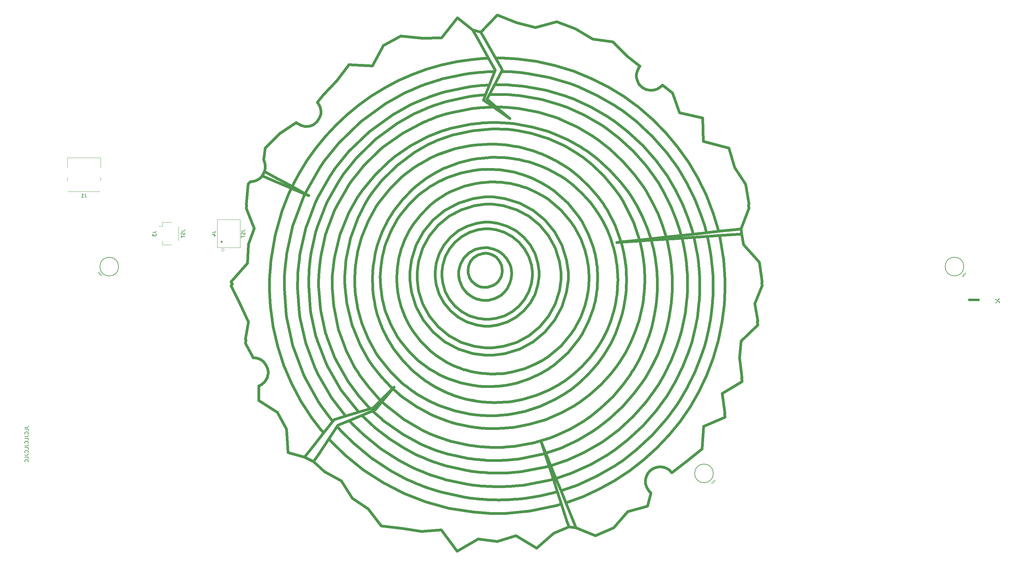
<source format=gbr>
G04 #@! TF.GenerationSoftware,KiCad,Pcbnew,(6.0.7-1)-1*
G04 #@! TF.CreationDate,2023-03-16T20:55:53+01:00*
G04 #@! TF.ProjectId,lumberjack,6c756d62-6572-46a6-9163-6b2e6b696361,1.7*
G04 #@! TF.SameCoordinates,Original*
G04 #@! TF.FileFunction,Legend,Bot*
G04 #@! TF.FilePolarity,Positive*
%FSLAX46Y46*%
G04 Gerber Fmt 4.6, Leading zero omitted, Abs format (unit mm)*
G04 Created by KiCad (PCBNEW (6.0.7-1)-1) date 2023-03-16 20:55:53*
%MOMM*%
%LPD*%
G01*
G04 APERTURE LIST*
%ADD10C,0.150000*%
%ADD11C,0.100000*%
%ADD12C,0.200000*%
%ADD13C,0.800000*%
%ADD14C,0.120000*%
G04 APERTURE END LIST*
D10*
X37713052Y-83003402D02*
G75*
G03*
X37713052Y-83003402I-2600933J0D01*
G01*
X272607489Y-82975932D02*
G75*
G03*
X272607489Y-82975932I-2600933J0D01*
G01*
X203001734Y-140493868D02*
G75*
G03*
X203001734Y-140493868I-2600933J0D01*
G01*
D11*
X32848717Y-85682622D02*
X33131560Y-85399780D01*
X33023810Y-85292030D01*
X32983404Y-85278561D01*
X32956467Y-85278561D01*
X32916061Y-85292030D01*
X32875654Y-85332436D01*
X32862186Y-85372842D01*
X32862186Y-85399780D01*
X32875654Y-85440186D01*
X32983404Y-85547935D01*
X32794842Y-85063062D02*
X32740967Y-85009187D01*
X32700561Y-84995719D01*
X32646687Y-84995719D01*
X32579343Y-85036125D01*
X32485062Y-85130406D01*
X32444656Y-85197749D01*
X32444656Y-85251624D01*
X32458125Y-85292030D01*
X32511999Y-85345905D01*
X32552406Y-85359374D01*
X32606280Y-85359374D01*
X32673624Y-85318967D01*
X32767905Y-85224687D01*
X32808311Y-85157343D01*
X32808311Y-85103468D01*
X32794842Y-85063062D01*
X32296500Y-85103468D02*
X32242625Y-85076531D01*
X32175282Y-85009187D01*
X32161813Y-84968781D01*
X32161813Y-84941844D01*
X32175282Y-84901438D01*
X32202219Y-84874500D01*
X32242625Y-84861032D01*
X32269563Y-84861032D01*
X32309969Y-84874500D01*
X32377312Y-84914906D01*
X32417719Y-84928375D01*
X32444656Y-84928375D01*
X32485062Y-84914906D01*
X32512000Y-84887969D01*
X32525468Y-84847563D01*
X32525468Y-84820625D01*
X32511999Y-84780219D01*
X32444656Y-84712876D01*
X32390781Y-84685938D01*
X32323438Y-84591658D02*
X32161813Y-84430033D01*
X31959783Y-84793688D02*
X32242625Y-84510845D01*
X273200110Y-85020466D02*
X272917268Y-84737623D01*
X272809518Y-84845373D01*
X272796049Y-84885779D01*
X272796049Y-84912716D01*
X272809518Y-84953122D01*
X272849924Y-84993529D01*
X272890330Y-85006997D01*
X272917268Y-85006997D01*
X272957674Y-84993529D01*
X273065423Y-84885779D01*
X272580550Y-85074341D02*
X272526675Y-85128216D01*
X272513207Y-85168622D01*
X272513207Y-85222496D01*
X272553613Y-85289840D01*
X272647894Y-85384121D01*
X272715237Y-85424527D01*
X272769112Y-85424527D01*
X272809518Y-85411058D01*
X272863393Y-85357184D01*
X272876862Y-85316777D01*
X272876862Y-85262903D01*
X272836455Y-85195559D01*
X272742175Y-85101278D01*
X272674831Y-85060872D01*
X272620956Y-85060872D01*
X272580550Y-85074341D01*
X272620956Y-85572683D02*
X272594019Y-85626558D01*
X272526675Y-85693901D01*
X272486269Y-85707370D01*
X272459332Y-85707370D01*
X272418926Y-85693901D01*
X272391988Y-85666964D01*
X272378520Y-85626558D01*
X272378520Y-85599620D01*
X272391988Y-85559214D01*
X272432394Y-85491871D01*
X272445863Y-85451464D01*
X272445863Y-85424527D01*
X272432394Y-85384121D01*
X272405457Y-85357183D01*
X272365051Y-85343715D01*
X272338113Y-85343715D01*
X272297707Y-85357184D01*
X272230364Y-85424527D01*
X272203426Y-85478402D01*
X272109146Y-85545745D02*
X271947521Y-85707370D01*
X272311176Y-85909400D02*
X272028333Y-85626558D01*
X203594355Y-142538402D02*
X203311513Y-142255559D01*
X203203763Y-142363309D01*
X203190294Y-142403715D01*
X203190294Y-142430652D01*
X203203763Y-142471058D01*
X203244169Y-142511465D01*
X203284575Y-142524933D01*
X203311513Y-142524933D01*
X203351919Y-142511465D01*
X203459668Y-142403715D01*
X202974795Y-142592277D02*
X202920920Y-142646152D01*
X202907452Y-142686558D01*
X202907452Y-142740432D01*
X202947858Y-142807776D01*
X203042139Y-142902057D01*
X203109482Y-142942463D01*
X203163357Y-142942463D01*
X203203763Y-142928994D01*
X203257638Y-142875120D01*
X203271107Y-142834713D01*
X203271107Y-142780839D01*
X203230700Y-142713495D01*
X203136420Y-142619214D01*
X203069076Y-142578808D01*
X203015201Y-142578808D01*
X202974795Y-142592277D01*
X203015201Y-143090619D02*
X202988264Y-143144494D01*
X202920920Y-143211837D01*
X202880514Y-143225306D01*
X202853577Y-143225306D01*
X202813171Y-143211837D01*
X202786233Y-143184900D01*
X202772765Y-143144494D01*
X202772765Y-143117556D01*
X202786233Y-143077150D01*
X202826639Y-143009807D01*
X202840108Y-142969400D01*
X202840108Y-142942463D01*
X202826639Y-142902057D01*
X202799702Y-142875120D01*
X202759296Y-142861651D01*
X202732358Y-142861651D01*
X202691952Y-142875120D01*
X202624609Y-142942463D01*
X202597671Y-142996338D01*
X202503391Y-143063681D02*
X202341766Y-143225306D01*
X202705421Y-143427336D02*
X202422578Y-143144494D01*
D12*
X11644380Y-127714952D02*
X12358666Y-127714952D01*
X12501523Y-127667333D01*
X12596761Y-127572095D01*
X12644380Y-127429238D01*
X12644380Y-127334000D01*
X12644380Y-128667333D02*
X12644380Y-128191142D01*
X11644380Y-128191142D01*
X12549142Y-129572095D02*
X12596761Y-129524476D01*
X12644380Y-129381619D01*
X12644380Y-129286380D01*
X12596761Y-129143523D01*
X12501523Y-129048285D01*
X12406285Y-129000666D01*
X12215809Y-128953047D01*
X12072952Y-128953047D01*
X11882476Y-129000666D01*
X11787238Y-129048285D01*
X11692000Y-129143523D01*
X11644380Y-129286380D01*
X11644380Y-129381619D01*
X11692000Y-129524476D01*
X11739619Y-129572095D01*
X11644380Y-130286380D02*
X12358666Y-130286380D01*
X12501523Y-130238761D01*
X12596761Y-130143523D01*
X12644380Y-130000666D01*
X12644380Y-129905428D01*
X12644380Y-131238761D02*
X12644380Y-130762571D01*
X11644380Y-130762571D01*
X12549142Y-132143523D02*
X12596761Y-132095904D01*
X12644380Y-131953047D01*
X12644380Y-131857809D01*
X12596761Y-131714952D01*
X12501523Y-131619714D01*
X12406285Y-131572095D01*
X12215809Y-131524476D01*
X12072952Y-131524476D01*
X11882476Y-131572095D01*
X11787238Y-131619714D01*
X11692000Y-131714952D01*
X11644380Y-131857809D01*
X11644380Y-131953047D01*
X11692000Y-132095904D01*
X11739619Y-132143523D01*
X11644380Y-132857809D02*
X12358666Y-132857809D01*
X12501523Y-132810190D01*
X12596761Y-132714952D01*
X12644380Y-132572095D01*
X12644380Y-132476857D01*
X12644380Y-133810190D02*
X12644380Y-133334000D01*
X11644380Y-133334000D01*
X12549142Y-134714952D02*
X12596761Y-134667333D01*
X12644380Y-134524476D01*
X12644380Y-134429238D01*
X12596761Y-134286380D01*
X12501523Y-134191142D01*
X12406285Y-134143523D01*
X12215809Y-134095904D01*
X12072952Y-134095904D01*
X11882476Y-134143523D01*
X11787238Y-134191142D01*
X11692000Y-134286380D01*
X11644380Y-134429238D01*
X11644380Y-134524476D01*
X11692000Y-134667333D01*
X11739619Y-134714952D01*
X11644380Y-135429238D02*
X12358666Y-135429238D01*
X12501523Y-135381619D01*
X12596761Y-135286380D01*
X12644380Y-135143523D01*
X12644380Y-135048285D01*
X12644380Y-136381619D02*
X12644380Y-135905428D01*
X11644380Y-135905428D01*
X12549142Y-137286380D02*
X12596761Y-137238761D01*
X12644380Y-137095904D01*
X12644380Y-137000666D01*
X12596761Y-136857809D01*
X12501523Y-136762571D01*
X12406285Y-136714952D01*
X12215809Y-136667333D01*
X12072952Y-136667333D01*
X11882476Y-136714952D01*
X11787238Y-136762571D01*
X11692000Y-136857809D01*
X11644380Y-137000666D01*
X11644380Y-137095904D01*
X11692000Y-137238761D01*
X11739619Y-137286380D01*
D10*
X28436333Y-62681380D02*
X28436333Y-63395666D01*
X28483952Y-63538523D01*
X28579190Y-63633761D01*
X28722047Y-63681380D01*
X28817285Y-63681380D01*
X27436333Y-63681380D02*
X28007761Y-63681380D01*
X27722047Y-63681380D02*
X27722047Y-62681380D01*
X27817285Y-62824238D01*
X27912523Y-62919476D01*
X28007761Y-62967095D01*
X47162380Y-73476666D02*
X47876666Y-73476666D01*
X48019523Y-73429047D01*
X48114761Y-73333809D01*
X48162380Y-73190952D01*
X48162380Y-73095714D01*
X47162380Y-73857619D02*
X47162380Y-74476666D01*
X47543333Y-74143333D01*
X47543333Y-74286190D01*
X47590952Y-74381428D01*
X47638571Y-74429047D01*
X47733809Y-74476666D01*
X47971904Y-74476666D01*
X48067142Y-74429047D01*
X48114761Y-74381428D01*
X48162380Y-74286190D01*
X48162380Y-74000476D01*
X48114761Y-73905238D01*
X48067142Y-73857619D01*
X55122380Y-73095714D02*
X55836666Y-73095714D01*
X55979523Y-73048095D01*
X56074761Y-72952857D01*
X56122380Y-72810000D01*
X56122380Y-72714761D01*
X56074761Y-73524285D02*
X56122380Y-73667142D01*
X56122380Y-73905238D01*
X56074761Y-74000476D01*
X56027142Y-74048095D01*
X55931904Y-74095714D01*
X55836666Y-74095714D01*
X55741428Y-74048095D01*
X55693809Y-74000476D01*
X55646190Y-73905238D01*
X55598571Y-73714761D01*
X55550952Y-73619523D01*
X55503333Y-73571904D01*
X55408095Y-73524285D01*
X55312857Y-73524285D01*
X55217619Y-73571904D01*
X55170000Y-73619523D01*
X55122380Y-73714761D01*
X55122380Y-73952857D01*
X55170000Y-74095714D01*
X55122380Y-74381428D02*
X55122380Y-74952857D01*
X56122380Y-74667142D02*
X55122380Y-74667142D01*
X63746130Y-73466774D02*
X64460416Y-73466774D01*
X64603273Y-73419155D01*
X64698511Y-73323917D01*
X64746130Y-73181060D01*
X64746130Y-73085822D01*
X64079464Y-74371536D02*
X64746130Y-74371536D01*
X63698511Y-74133441D02*
X64412797Y-73895346D01*
X64412797Y-74514393D01*
X71842380Y-73085822D02*
X72556666Y-73085822D01*
X72699523Y-73038203D01*
X72794761Y-72942965D01*
X72842380Y-72800108D01*
X72842380Y-72704869D01*
X72794761Y-73514393D02*
X72842380Y-73657250D01*
X72842380Y-73895346D01*
X72794761Y-73990584D01*
X72747142Y-74038203D01*
X72651904Y-74085822D01*
X72556666Y-74085822D01*
X72461428Y-74038203D01*
X72413809Y-73990584D01*
X72366190Y-73895346D01*
X72318571Y-73704869D01*
X72270952Y-73609631D01*
X72223333Y-73562012D01*
X72128095Y-73514393D01*
X72032857Y-73514393D01*
X71937619Y-73562012D01*
X71890000Y-73609631D01*
X71842380Y-73704869D01*
X71842380Y-73942965D01*
X71890000Y-74085822D01*
X71842380Y-74371536D02*
X71842380Y-74942965D01*
X72842380Y-74657250D02*
X71842380Y-74657250D01*
X66127380Y-76075000D02*
X66365476Y-76075000D01*
X66270238Y-75836904D02*
X66365476Y-76075000D01*
X66270238Y-76313095D01*
X66555952Y-75932142D02*
X66365476Y-76075000D01*
X66555952Y-76217857D01*
D13*
X115146375Y-83192125D02*
X115161575Y-83120325D01*
X193157375Y-120911325D02*
X192402175Y-122061325D01*
X137177775Y-70880725D02*
X139358575Y-70586725D01*
X104085175Y-78937325D02*
X103971375Y-79655725D01*
X174415175Y-75160125D02*
X173475375Y-72754525D01*
X84283775Y-96276725D02*
X83757374Y-88994925D01*
X128928975Y-62657125D02*
X130292975Y-61965725D01*
X167784175Y-91896325D02*
X167433775Y-93233125D01*
X143296375Y-86953925D02*
X143208575Y-87057126D01*
X144049375Y-82533125D02*
X143799975Y-81897325D01*
X150170175Y-57429125D02*
X150028175Y-57379325D01*
X175617375Y-79284525D02*
X175171375Y-77579925D01*
X98436375Y-127421525D02*
X96133775Y-130876525D01*
X176310775Y-84203125D02*
X176323775Y-84448525D01*
X191309575Y-66499325D02*
X192761375Y-70167925D01*
X73163955Y-65678925D02*
X73242075Y-65879525D01*
X194522375Y-65868725D02*
X192550975Y-61812925D01*
X135170175Y-32958725D02*
X135477375Y-32920725D01*
X137659375Y-19934525D02*
X140469575Y-25011525D01*
X146740375Y-83377725D02*
X146729575Y-83316725D01*
X152918775Y-67335925D02*
X149180775Y-65304525D01*
X140385175Y-79300926D02*
X140180975Y-79279326D01*
X168321375Y-88138725D02*
X168327775Y-88059525D01*
X202902375Y-87992325D02*
X202887375Y-87367325D01*
X162969575Y-35930725D02*
X161933574Y-35534525D01*
X119342375Y-138794325D02*
X115519575Y-136773725D01*
X192550975Y-61812925D02*
X194522375Y-65868725D01*
X147210175Y-132977126D02*
X144773175Y-133168125D01*
X160625975Y-145284125D02*
X159229575Y-141851725D01*
X160845175Y-57996525D02*
X160845175Y-57996525D01*
X94665775Y-129204325D02*
X91361575Y-133370925D01*
X175124575Y-77399925D02*
X174961775Y-76835725D01*
X109624375Y-96368925D02*
X109022174Y-93986325D01*
X150028175Y-57379325D02*
X150170175Y-57430126D01*
X93889975Y-40388125D02*
X93885375Y-40430325D01*
X115504375Y-80845925D02*
X115439375Y-81302925D01*
X73071735Y-103412325D02*
X72935015Y-104232725D01*
X191534175Y-86986525D02*
X191530975Y-86847725D01*
X137552975Y-97367325D02*
X139452975Y-97624525D01*
X104445375Y-118914525D02*
X107082175Y-121888725D01*
X137045175Y-78073725D02*
X138555775Y-77730725D01*
X199140375Y-90534525D02*
X199072175Y-91925726D01*
X134542175Y-139675125D02*
X128799975Y-138402325D01*
X167433775Y-93233125D02*
X167396775Y-93375325D01*
X140314575Y-38621525D02*
X140449175Y-38618525D01*
X84767775Y-134627725D02*
X89325975Y-135938126D01*
X183895175Y-85515125D02*
X183897375Y-86313725D01*
X144195775Y-112710125D02*
X144055975Y-112729525D01*
X139990175Y-88690125D02*
X139592975Y-88718125D01*
X115003175Y-86234525D02*
X114998775Y-86174925D01*
X115146375Y-83192125D02*
X115097775Y-84052325D01*
X167934975Y-50888525D02*
X166930175Y-50232925D01*
X97079975Y-85534525D02*
X97057175Y-87189325D01*
X137471575Y-92033125D02*
X137389375Y-92008125D01*
X173618575Y-32922925D02*
X178050975Y-35636525D01*
X190062975Y-57648525D02*
X190730175Y-58658525D01*
X119184975Y-29576525D02*
X115283975Y-31314925D01*
X128445975Y-34363725D02*
X127841575Y-34546325D01*
X124231575Y-46572125D02*
X123292175Y-46975725D01*
X113720775Y-105218725D02*
X114174175Y-105891525D01*
X139027775Y-59545125D02*
X137574974Y-59721725D01*
X170632375Y-141212925D02*
X165373175Y-143630325D01*
X170852775Y-63439325D02*
X168466575Y-60671325D01*
X93251775Y-87761325D02*
X93261575Y-87124325D01*
X142337175Y-52560325D02*
X142240375Y-52557125D01*
X119459575Y-61358125D02*
X120062975Y-60834125D01*
X122467375Y-128652125D02*
X123623975Y-129177125D01*
X128875775Y-40470725D02*
X126211775Y-41319125D01*
X140629375Y-144097925D02*
X140785374Y-144101325D01*
X142995775Y-70880725D02*
X140813775Y-70586725D01*
X74340175Y-59303125D02*
X74332575Y-59303125D01*
X143729375Y-81765125D02*
X143799975Y-81897325D01*
X96903975Y-125601725D02*
X97217775Y-125983725D01*
X77817775Y-109290125D02*
X78297375Y-109784925D01*
X139592975Y-88718125D02*
X139990175Y-88690125D01*
X119066775Y-90005125D02*
X118619575Y-86683725D01*
X191452775Y-84564525D02*
X191426775Y-84285725D01*
X216502775Y-88264525D02*
X216393175Y-87465925D01*
X187408775Y-88016325D02*
X187409975Y-87887125D01*
X130485975Y-46385325D02*
X126364975Y-47810125D01*
X141628574Y-65590925D02*
X140623775Y-65590925D01*
X155222375Y-36477725D02*
X160354575Y-37944525D01*
X138462375Y-92256526D02*
X138361575Y-92242725D01*
X143717375Y-35088725D02*
X142894974Y-35073525D01*
X192761375Y-70167925D02*
X193602375Y-72729525D01*
X125890775Y-56760725D02*
X125715975Y-56850725D01*
X160743175Y-149005725D02*
X159624375Y-145573726D01*
X134966375Y-147248925D02*
X138238775Y-147621325D01*
X166994375Y-134665325D02*
X162318774Y-136777125D01*
X130292975Y-61965725D02*
X128928975Y-62657125D01*
X165373175Y-143630325D02*
X164267375Y-144048925D01*
X113292975Y-116364525D02*
X110690975Y-113608725D01*
X187028975Y-53460925D02*
X189354375Y-56568725D01*
X68975595Y-87189325D02*
X69308715Y-87883725D01*
X132199375Y-85043125D02*
X132197175Y-85087725D01*
X119066775Y-90005125D02*
X120351575Y-94133725D01*
X202910175Y-88311326D02*
X202910175Y-88311326D01*
X132206775Y-84435325D02*
X132199375Y-85043125D01*
X103972375Y-122900125D02*
X104456375Y-123423126D01*
X143640175Y-136850725D02*
X144962975Y-136800925D01*
X103756374Y-92276325D02*
X103540375Y-90879525D01*
X164613575Y-16812925D02*
X159419375Y-14832725D01*
X173292975Y-106379925D02*
X172851575Y-107055925D01*
X108602375Y-91562125D02*
X108782375Y-92780725D01*
X187242774Y-84008925D02*
X187209175Y-83593525D01*
X178659975Y-90505325D02*
X178723775Y-89349925D01*
X131198775Y-123101725D02*
X127108175Y-121734525D01*
X124098175Y-120391525D02*
X123898575Y-120298925D01*
X142240375Y-52557125D02*
X141688174Y-52538725D01*
X103287775Y-86740125D02*
X103292175Y-86827925D01*
X134465975Y-98352725D02*
X137177775Y-99195725D01*
X143729375Y-81765125D02*
X143659975Y-81631526D01*
X138280975Y-35299125D02*
X138569975Y-35281725D01*
X170729175Y-83938525D02*
X170735375Y-84024325D01*
X115043175Y-87077725D02*
X115020375Y-86595725D01*
X83614374Y-110440125D02*
X85773575Y-115508525D01*
X108290975Y-123098725D02*
X108513175Y-123314525D01*
X165229975Y-44199925D02*
X169217775Y-46525325D01*
X185708575Y-75593125D02*
X189981575Y-75310925D01*
X127471575Y-30820925D02*
X126825975Y-31015325D01*
X91361575Y-133370925D02*
X94665775Y-129204325D01*
X197173175Y-103171325D02*
X196920375Y-104082925D01*
X83885375Y-84293125D02*
X83922375Y-83911325D01*
X168938775Y-38593525D02*
X164007175Y-36323525D01*
X210862375Y-73933125D02*
X210862375Y-73927725D01*
X86297775Y-70993525D02*
X86082775Y-71690125D01*
X144646375Y-105154925D02*
X148396375Y-103988525D01*
X140086575Y-97624525D02*
X140719375Y-97624525D01*
X194062375Y-101080325D02*
X193844375Y-101858525D01*
X183591575Y-136723725D02*
X179700375Y-139746725D01*
X112169975Y-70707125D02*
X111912975Y-71261525D01*
X189819975Y-74706725D02*
X189819975Y-74708725D01*
X146435375Y-87513725D02*
X146019974Y-88468725D01*
X144109175Y-27892325D02*
X144308775Y-28328725D01*
X142580175Y-80307925D02*
X142429375Y-80190725D01*
X187365375Y-90076725D02*
X187401374Y-88974326D01*
X84504175Y-78805925D02*
X86082775Y-71690125D01*
X140086575Y-72454125D02*
X139452975Y-72454125D01*
X159280375Y-129958525D02*
X158425375Y-130283925D01*
X150614175Y-111278925D02*
X153519974Y-110067125D01*
X93261575Y-88351525D02*
X93717375Y-94393125D01*
X124216575Y-35708125D02*
X124519375Y-35608525D01*
X86297775Y-70993525D02*
X86513575Y-70298125D01*
X178631575Y-106740125D02*
X180149574Y-103768125D01*
X130429575Y-61897325D02*
X130292975Y-61965725D01*
X121656775Y-109665325D02*
X123113975Y-110729925D01*
X125700775Y-64759925D02*
X125579375Y-64856525D01*
X120638975Y-85576726D02*
X120638975Y-86581725D01*
X110398975Y-86397325D02*
X110391575Y-86256325D01*
X141730374Y-107580925D02*
X145052975Y-107132925D01*
X142580175Y-80307925D02*
X143201775Y-80955725D01*
X128799975Y-37050325D02*
X134542175Y-35777725D01*
X163860375Y-60187325D02*
X166492974Y-62585325D01*
X81186775Y-74164325D02*
X80006375Y-81097725D01*
X146691575Y-86642326D02*
X146726375Y-86487325D01*
X93290975Y-55904525D02*
X93682775Y-55322125D01*
X168033775Y-90466325D02*
X168053175Y-90356725D01*
X126752375Y-59254325D02*
X125213775Y-60137325D01*
X108419175Y-90344926D02*
X108399375Y-90242725D01*
X176301775Y-84103525D02*
X176234575Y-82991326D01*
X148417975Y-25198125D02*
X153797774Y-25897125D01*
X121779375Y-119096725D02*
X123698775Y-120203725D01*
X184177374Y-54762125D02*
X180740975Y-50876525D01*
X68975595Y-88264525D02*
X71542875Y-93610725D01*
X144137375Y-59504925D02*
X144271775Y-59525325D01*
X134558175Y-143475125D02*
X128445975Y-142164325D01*
X126771775Y-79418125D02*
X128105375Y-76963726D01*
X148417975Y-25198125D02*
X144284975Y-24960725D01*
X130923175Y-126472125D02*
X131365975Y-126601325D01*
X144448775Y-52632125D02*
X143491575Y-52599526D01*
X188404975Y-138630325D02*
X189095975Y-138745325D01*
X108408975Y-82937925D02*
X108428775Y-82844926D01*
X199163175Y-87090725D02*
X199141575Y-86020725D01*
X126065375Y-56671725D02*
X127810175Y-55793925D01*
X113884375Y-116915925D02*
X114272974Y-116453725D01*
X123028175Y-148370925D02*
X116923775Y-145985926D01*
X126293175Y-51895325D02*
X126093575Y-51987725D01*
X122580175Y-140180925D02*
X122431575Y-140123525D01*
X183843175Y-84246525D02*
X183861574Y-84485326D01*
X144980375Y-96632725D02*
X142619375Y-97367325D01*
X149180775Y-105848125D02*
X145052975Y-107132925D01*
X140736574Y-48903725D02*
X136606775Y-49147925D01*
X128655375Y-109432125D02*
X127352375Y-108612925D01*
X144377175Y-28709525D02*
X144532175Y-28712925D01*
X119157975Y-117394325D02*
X119337974Y-117528925D01*
X181565775Y-42585325D02*
X186062175Y-46770325D01*
X157297975Y-138443725D02*
X158480775Y-142068925D01*
X142691775Y-87551725D02*
X142071375Y-87994525D01*
X137557375Y-79714325D02*
X137449975Y-79764325D01*
X180740975Y-124576525D02*
X176734975Y-128277725D01*
X161710975Y-49442925D02*
X164813174Y-51249525D01*
X143299575Y-52592925D02*
X143396375Y-52597325D01*
X147493575Y-60052925D02*
X146690375Y-59861725D01*
X145771375Y-124144525D02*
X143777175Y-124295325D01*
X177752775Y-136915925D02*
X181565775Y-133942925D01*
X202851575Y-85874325D02*
X202875375Y-87013525D01*
X142353575Y-144140325D02*
X140785374Y-144101325D01*
X170735375Y-84024325D02*
X170745375Y-84248725D01*
X101246575Y-60882925D02*
X101581774Y-60388125D01*
X120638975Y-86581725D02*
X120638975Y-85576726D01*
X102247175Y-59395325D02*
X105963574Y-54764325D01*
X144962975Y-136800925D02*
X143640175Y-136850725D01*
X177509575Y-76741326D02*
X177495375Y-76691325D01*
X144439975Y-32391325D02*
X144284975Y-32387925D01*
X112931775Y-130836325D02*
X108978774Y-127768725D01*
X202852775Y-90624525D02*
X202874375Y-89525325D01*
X185625975Y-145891525D02*
X185438174Y-145732125D01*
X187408775Y-88016325D02*
X187404375Y-88147325D01*
X138535175Y-32572325D02*
X138840975Y-32555925D01*
X123113975Y-110729925D02*
X123258175Y-110837325D01*
X108962775Y-122786325D02*
X110878775Y-120500925D01*
X160922175Y-133272325D02*
X165229975Y-131252925D01*
X103286575Y-86526325D02*
X103429975Y-83884325D01*
X124055975Y-74410325D02*
X126498575Y-71451525D01*
X176417975Y-38719325D02*
X177752775Y-39612325D01*
X175963575Y-92048125D02*
X175985175Y-91907325D01*
X147021375Y-43149525D02*
X147253574Y-43180125D01*
X81338775Y-58194125D02*
X78245375Y-56501525D01*
X138714175Y-28878725D02*
X138551375Y-28889525D01*
X144544175Y-52635325D02*
X144448775Y-52632125D01*
X168269375Y-83240725D02*
X168255175Y-83146325D01*
X187383775Y-86375326D02*
X187375175Y-86240925D01*
X191396375Y-91662125D02*
X191424575Y-91201726D01*
X135117175Y-35684325D02*
X134542175Y-35777725D01*
X189777375Y-45761525D02*
X186150175Y-42075325D01*
X110388175Y-86178125D02*
X110386375Y-86158525D01*
X157782175Y-61243125D02*
X157321775Y-60941525D01*
X135746375Y-86893125D02*
X135182175Y-85941525D01*
X130132375Y-118487125D02*
X129048175Y-118069326D01*
X164979375Y-121230125D02*
X165905974Y-120626725D01*
X180999375Y-57294526D02*
X177843775Y-53688925D01*
X93251775Y-87761325D02*
X93261575Y-88351525D01*
X141587375Y-124433125D02*
X141693774Y-124434325D01*
X144297974Y-84165125D02*
X144298975Y-84109925D01*
X110472975Y-74523525D02*
X110437175Y-74618725D01*
X121778175Y-59475725D02*
X120211575Y-60701725D01*
X107172175Y-116480725D02*
X109936775Y-119585125D01*
X155650975Y-55267725D02*
X157161375Y-55966525D01*
X176234575Y-82991326D02*
X176301775Y-84103525D01*
X191530975Y-86847725D02*
X191534175Y-86986525D01*
X75341775Y-72369525D02*
X73742375Y-76763925D01*
X95151775Y-65981725D02*
X95425175Y-65406525D01*
X91361575Y-133370925D02*
X90020375Y-135062725D01*
X146436575Y-32459525D02*
X146141375Y-32435725D01*
X142665975Y-55990325D02*
X142819975Y-56004525D01*
X198529575Y-96911525D02*
X198862775Y-94350725D01*
X192402175Y-122061325D02*
X189920775Y-125372925D01*
X80893975Y-59119525D02*
X85704175Y-61168125D01*
X170459975Y-81527325D02*
X170478575Y-81648925D01*
X146467975Y-82427125D02*
X146115375Y-81628525D01*
X196041575Y-69742725D02*
X194522375Y-65868725D01*
X123861575Y-129292125D02*
X123623975Y-129177125D01*
X142907975Y-159427865D02*
X148120375Y-157807825D01*
X110369975Y-74812125D02*
X110437175Y-74618725D01*
X146752375Y-83435925D02*
X146740375Y-83377725D01*
X93807375Y-94989925D02*
X93904174Y-95588725D01*
X202746375Y-84065325D02*
X202778775Y-84406325D01*
X123296375Y-136500325D02*
X123157375Y-136444925D01*
X176417975Y-137810125D02*
X176417975Y-137810125D01*
X147057175Y-44918125D02*
X148372375Y-45059325D01*
X147363175Y-56643525D02*
X147287175Y-56623925D01*
X175616375Y-71376525D02*
X177104975Y-75362125D01*
X159043975Y-56947326D02*
X157614975Y-56162925D01*
X202747375Y-92433525D02*
X202779975Y-92080925D01*
X197186375Y-73404525D02*
X197312175Y-73873525D01*
X137304575Y-91982125D02*
X136474575Y-91657725D01*
X140813775Y-70586725D02*
X140086575Y-70586725D01*
X132851575Y-103988525D02*
X136600375Y-105154925D01*
X134518175Y-119861725D02*
X134334574Y-119810925D01*
X191544975Y-88019325D02*
X191534175Y-88471725D01*
X168379975Y-74209925D02*
X169591775Y-77587725D01*
X135198575Y-79054525D02*
X136606775Y-78255925D01*
X131191375Y-93933125D02*
X129653775Y-92069925D01*
X187375175Y-86240925D02*
X187383775Y-86375326D01*
X145052975Y-107132925D02*
X141730374Y-107580925D01*
X103531775Y-82537725D02*
X103510175Y-82660125D01*
X159107975Y-41475325D02*
X160015175Y-41829125D01*
X132122375Y-119209925D02*
X131210775Y-118905925D01*
X170459975Y-81527325D02*
X170459975Y-81527325D01*
X180482775Y-69872725D02*
X180687975Y-70376325D01*
X158480775Y-142068925D02*
X157297975Y-138443725D01*
X128048975Y-125555125D02*
X125868975Y-124700125D01*
X129653775Y-78007325D02*
X128491575Y-80143925D01*
X121058775Y-143528125D02*
X120106375Y-143151726D01*
X183300775Y-93619525D02*
X182857975Y-95810125D01*
X138821575Y-143970925D02*
X138972375Y-143980726D01*
X202910175Y-88264525D02*
X202910175Y-88264525D01*
X152024574Y-150910125D02*
X145186575Y-151567526D01*
X147493575Y-112175125D02*
X145024975Y-112626525D01*
X191399575Y-83842925D02*
X191426775Y-84285725D01*
X187416374Y-87233725D02*
X187416374Y-87233725D01*
X123113975Y-110729925D02*
X121656775Y-109665325D01*
X141474575Y-52553925D02*
X141197775Y-52573525D01*
X168328775Y-84192325D02*
X168328775Y-84192325D01*
X116717775Y-129627725D02*
X121757775Y-132344525D01*
X127944975Y-138151725D02*
X125114975Y-137207925D01*
X130984175Y-61651325D02*
X130429575Y-61897325D01*
X180213775Y-63475125D02*
X181721775Y-65974125D01*
X146758775Y-86342925D02*
X146726375Y-86487325D01*
X182212375Y-98253725D02*
X182392375Y-97648525D01*
X159049375Y-53419925D02*
X160578175Y-54323725D01*
X126364975Y-47810125D02*
X130485975Y-46385325D01*
X122382775Y-73282125D02*
X125071575Y-70023526D01*
X132011575Y-97018925D02*
X134465975Y-98352725D01*
X195494575Y-82205725D02*
X195233175Y-80101725D01*
X143579574Y-120696325D02*
X143398175Y-120707125D01*
X152694174Y-44139325D02*
X157001775Y-45380325D01*
X93808575Y-94989925D02*
X93717375Y-94393125D01*
X146499375Y-56482925D02*
X146421375Y-56468726D01*
X117910175Y-74011325D02*
X117878575Y-74084925D01*
X183709574Y-90545325D02*
X183742375Y-90153725D01*
X132199375Y-85043125D02*
X132206775Y-84435325D01*
X133844375Y-89610126D02*
X133354975Y-88941725D01*
X124133975Y-111460125D02*
X123258175Y-110837325D01*
X132232975Y-85676725D02*
X132227775Y-85586725D01*
X129145975Y-135050725D02*
X128875775Y-134982326D01*
X115270175Y-89793525D02*
X115294975Y-89952925D01*
X94864375Y-53535925D02*
X93682775Y-55322125D01*
X121586375Y-118988526D02*
X120431775Y-118308925D01*
X110437175Y-98684525D02*
X110472975Y-98778925D01*
X175305975Y-155542125D02*
X179181775Y-151103125D01*
X176417975Y-137810125D02*
X175504375Y-138417725D01*
X141084975Y-55891525D02*
X141146775Y-55890325D01*
X139654975Y-35194925D02*
X140737775Y-32428125D01*
X195768175Y-86614325D02*
X195775775Y-86771525D01*
X154539975Y-84310725D02*
X154539975Y-85038725D01*
X103971375Y-79655725D02*
X104085175Y-78937325D01*
X96350775Y-118619525D02*
X93026375Y-112716725D01*
X150815775Y-32869525D02*
X156509374Y-33944125D01*
X118358175Y-106535125D02*
X120956775Y-109090325D01*
X178731575Y-89245725D02*
X178743575Y-88972125D01*
X180999375Y-57294526D02*
X183025175Y-60017125D01*
X141681775Y-52539926D02*
X141612375Y-52544325D01*
X118358175Y-65692125D02*
X116028575Y-68540125D01*
X187404375Y-88147325D02*
X187401374Y-88974326D01*
X144638575Y-52638525D02*
X145567375Y-52695925D01*
X143398175Y-120707125D02*
X143579574Y-120696325D01*
X121536375Y-139771725D02*
X120658575Y-139373525D01*
X159624375Y-145573726D02*
X158856375Y-145789525D01*
X168058775Y-81900725D02*
X168039175Y-81788925D01*
X202887375Y-89179325D02*
X202882975Y-89351725D01*
X110507775Y-83814925D02*
X110565175Y-82932725D01*
X141207775Y-116335326D02*
X141154375Y-116337725D01*
X206211775Y-89575325D02*
X206211775Y-88264525D01*
X179663575Y-62676525D02*
X180213775Y-63475125D01*
X111738175Y-95026725D02*
X111968174Y-95741725D01*
X109681775Y-76736725D02*
X110369975Y-74812125D01*
X182458775Y-75536725D02*
X185594575Y-75195925D01*
X180740975Y-50876525D02*
X184177374Y-54762125D01*
X192761375Y-70167925D02*
X191309575Y-66499325D01*
X108810775Y-122887125D02*
X108290975Y-123098725D01*
X150575975Y-123198525D02*
X154897975Y-121791325D01*
X136684975Y-124163125D02*
X138731575Y-124336725D01*
X88106575Y-97145925D02*
X88000175Y-96469925D01*
X199141575Y-86020725D02*
X199163175Y-87090725D01*
X143025175Y-42904325D02*
X143141375Y-42907725D01*
X140134375Y-127945725D02*
X140250375Y-127949925D01*
X145223575Y-136797725D02*
X144962975Y-136800925D01*
X112795975Y-53706325D02*
X108984375Y-57411725D01*
X144295775Y-84219525D02*
X144287975Y-84501525D01*
X194821775Y-77702725D02*
X194391375Y-75694125D01*
X144646375Y-65996725D02*
X141628574Y-65590925D01*
X145795175Y-88864525D02*
X145071575Y-89861725D01*
X183742375Y-90153725D02*
X183709574Y-90545325D01*
X116137175Y-93863725D02*
X116675175Y-95367725D01*
X134558175Y-143475125D02*
X135170175Y-143571725D01*
X135169175Y-32958725D02*
X134558175Y-33053925D01*
X145186575Y-151567526D02*
X142907975Y-151567526D01*
X98797775Y-116157325D02*
X99148975Y-116683726D01*
X138361575Y-92242725D02*
X138462375Y-92256526D01*
X160203775Y-89599326D02*
X160610775Y-86581725D01*
X157614975Y-56162925D02*
X159043975Y-56947326D01*
X172384975Y-107778525D02*
X170852775Y-109862926D01*
X149011375Y-136429925D02*
X155523975Y-135103725D01*
X115504375Y-91380925D02*
X115435975Y-90904525D01*
X138326775Y-133046525D02*
X135794175Y-132740725D01*
X121933575Y-113951525D02*
X121778175Y-113826725D01*
X79124175Y-113327725D02*
X79067775Y-113563925D01*
X100786575Y-124543925D02*
X100422975Y-124118525D01*
X193096575Y-49730726D02*
X189777375Y-45761525D01*
X127944975Y-37301325D02*
X125114975Y-38246325D01*
X144773175Y-133168125D02*
X144528975Y-133187725D01*
X134817775Y-84545125D02*
X134814375Y-84523525D01*
X144154575Y-85289325D02*
X144027775Y-85688725D01*
X130015175Y-131514326D02*
X129518175Y-131362725D01*
X197325175Y-73921326D02*
X197312175Y-73873525D01*
X140986375Y-59407325D02*
X141093575Y-59399525D01*
X139654975Y-35194925D02*
X139204574Y-36345125D01*
X125114975Y-137207925D02*
X124831775Y-137112325D01*
X105963574Y-54764325D02*
X110149575Y-50621525D01*
X200477375Y-105129925D02*
X199538775Y-108013925D01*
X175171375Y-95722325D02*
X175124575Y-95903525D01*
X152788575Y-50713726D02*
X152966575Y-50776525D01*
X129653775Y-92069925D02*
X131191375Y-93933125D01*
X89590775Y-103823525D02*
X88106575Y-97145925D01*
X121588575Y-103640125D02*
X123769375Y-105894925D01*
X157191775Y-96742325D02*
X159037375Y-93348125D01*
X132309975Y-119252125D02*
X132494375Y-119303125D01*
X147117974Y-95471725D02*
X148980975Y-93933125D01*
X188147775Y-138630325D02*
X188404975Y-138630325D01*
X119342375Y-138794325D02*
X120658575Y-139373525D01*
X79125375Y-111426525D02*
X79239175Y-112143725D01*
X163437375Y-101670725D02*
X163892175Y-101000125D01*
X157461775Y-117202325D02*
X153757375Y-118756325D01*
X143971374Y-85828725D02*
X144008175Y-85736525D01*
X142907975Y-151567526D02*
X145186575Y-151567526D01*
X109267375Y-107067925D02*
X109787175Y-107835925D01*
X160612975Y-67233725D02*
X157015975Y-64178125D01*
X162364375Y-153975326D02*
X160743175Y-149005725D01*
X146436575Y-32459525D02*
X149353175Y-32694125D01*
X159229575Y-141851725D02*
X159547375Y-141757325D01*
X149476775Y-139995325D02*
X156610175Y-138633525D01*
X130836575Y-110538925D02*
X132109375Y-111030326D01*
X192401375Y-54465725D02*
X193157375Y-55617125D01*
X86514575Y-106229125D02*
X86297775Y-105534525D01*
X178384374Y-80908926D02*
X178358175Y-80755925D01*
X137627975Y-158711725D02*
X142907975Y-159427865D01*
X198971375Y-117642925D02*
X201112175Y-113152925D01*
X143579574Y-120696325D02*
X145392775Y-120623526D01*
X143395174Y-144164325D02*
X142509575Y-144144525D01*
X202902375Y-88573925D02*
X202910175Y-88311326D01*
X128830175Y-58295125D02*
X128670775Y-58367725D01*
X175504375Y-138417725D02*
X170632375Y-141212925D01*
X176301775Y-84103525D02*
X176310775Y-84203125D01*
X125944975Y-41405925D02*
X124366375Y-42009325D01*
X153797774Y-25897125D02*
X159026575Y-27039525D01*
X167396775Y-78852725D02*
X167433775Y-78993725D01*
X162630175Y-85576726D02*
X162630175Y-84469125D01*
X191452775Y-84564525D02*
X191508175Y-85767925D01*
X77599775Y-57715725D02*
X80893975Y-59119525D01*
X93717375Y-81068525D02*
X93408975Y-84065325D01*
X134932775Y-85187325D02*
X134924975Y-85159325D01*
X144658175Y-42959925D02*
X144422774Y-42941325D01*
X129517175Y-131362725D02*
X130013975Y-131514326D01*
X140668175Y-32428925D02*
X140515175Y-32434525D01*
X193868175Y-56694525D02*
X195810375Y-60055925D01*
X183249575Y-33159325D02*
X182490175Y-32436725D01*
X178617375Y-82477925D02*
X178407175Y-81062125D01*
X159037375Y-93348125D02*
X160203775Y-89599326D01*
X121757775Y-132344525D02*
X116717775Y-129627725D01*
X144773175Y-133168125D02*
X147209175Y-132977126D01*
X117710375Y-142085125D02*
X113476575Y-139828125D01*
X141845775Y-48873525D02*
X141845775Y-48873525D01*
X168466575Y-112632125D02*
X170852775Y-109862926D01*
X177752775Y-39612325D02*
X181565775Y-42585325D01*
X83760774Y-87883725D02*
X83799975Y-86090125D01*
X195768175Y-86614325D02*
X195744375Y-85600725D01*
X139157975Y-88712925D02*
X139490975Y-88719325D01*
X139051575Y-127872925D02*
X140134375Y-127945725D01*
X128505775Y-117859925D02*
X127984975Y-117596325D01*
X150028175Y-57379325D02*
X149881575Y-57337925D01*
X98938775Y-48526325D02*
X105049975Y-42615725D01*
X140963575Y-55895925D02*
X140718175Y-55903525D01*
X135815775Y-86978725D02*
X135887375Y-87060125D01*
X134917375Y-82973725D02*
X135328775Y-81847725D01*
X174167775Y-125214525D02*
X171053575Y-127677725D01*
X195678975Y-91111725D02*
X195746375Y-89820725D01*
X133752175Y-80447925D02*
X133645775Y-80582325D01*
X175775775Y-101554525D02*
X176762175Y-98966725D01*
X193868175Y-119832725D02*
X193157375Y-120911325D01*
X189600375Y-101543725D02*
X189819975Y-100747325D01*
X123219375Y-28098725D02*
X127376375Y-26892125D01*
X135170175Y-143571725D02*
X135476375Y-143608725D01*
X176229375Y-90369525D02*
X176210775Y-90490125D01*
X147128774Y-123953725D02*
X150575975Y-123198525D01*
X166100175Y-97020125D02*
X164357375Y-100329525D01*
X127108175Y-121734525D02*
X126293175Y-121407126D01*
X153519974Y-110067125D02*
X150614175Y-111278925D01*
X137038775Y-120347925D02*
X138921375Y-120574925D01*
X127535775Y-34624325D02*
X127841575Y-34546325D01*
X193157375Y-55617125D02*
X193868175Y-56694525D01*
X117710375Y-142085125D02*
X119169975Y-142728725D01*
X125715975Y-116451525D02*
X124047175Y-115409925D01*
X187407775Y-86983125D02*
X187389375Y-86508925D01*
X108338774Y-84132725D02*
X108346375Y-84026325D01*
X184170975Y-33675925D02*
X183249575Y-33159325D01*
X97768975Y-108274325D02*
X95594575Y-102650325D01*
X150170175Y-57430126D02*
X151576575Y-57967325D01*
X195810375Y-116470926D02*
X197915375Y-112144925D01*
X115602175Y-103081325D02*
X115184375Y-102467125D01*
X122431575Y-36404925D02*
X121536375Y-36757325D01*
X155534975Y-108992725D02*
X153519974Y-110067125D01*
X135878774Y-39018725D02*
X135608575Y-39050125D01*
X79141575Y-113251525D02*
X79124175Y-113327725D01*
X178637175Y-82608125D02*
X178617375Y-82477925D01*
X93807375Y-80462925D02*
X93717375Y-81068525D01*
X139528975Y-19819525D02*
X139528975Y-19819525D01*
X116755375Y-76634925D02*
X116727375Y-76709925D01*
X144522375Y-147815325D02*
X144362975Y-147819925D01*
X150880975Y-147359525D02*
X150058574Y-147456325D01*
X116028575Y-68540125D02*
X115602175Y-69145725D01*
X182742974Y-76639325D02*
X183149975Y-78507725D01*
X177458775Y-64122925D02*
X177792975Y-64655725D01*
X109681775Y-76736725D02*
X109624375Y-76933125D01*
X168430975Y-86137926D02*
X168434175Y-86096725D01*
X144160975Y-85258925D02*
X144165375Y-85241525D01*
X146499375Y-56482925D02*
X147287175Y-56623925D01*
X168249575Y-89139325D02*
X168234575Y-89231525D01*
X177792975Y-64655725D02*
X177458775Y-64122925D01*
X98292975Y-66095725D02*
X101246575Y-60882925D01*
X162630175Y-85576726D02*
X162630175Y-86683725D01*
X194225175Y-75031325D02*
X189981575Y-75310925D01*
X124098175Y-52910925D02*
X126093575Y-51987725D01*
X176300975Y-89223725D02*
X176309575Y-89122925D01*
X122963175Y-144271525D02*
X123285375Y-144377925D01*
X79603775Y-88264525D02*
X79603775Y-88264525D01*
X126211775Y-41319125D02*
X125944975Y-41405925D01*
X138975375Y-38710725D02*
X140314575Y-38621525D01*
X111168575Y-79385325D02*
X111028575Y-79933525D01*
X128792175Y-62726525D02*
X128928975Y-62657125D01*
X183025175Y-60017125D02*
X183641375Y-60963125D01*
X117473775Y-97278125D02*
X117878575Y-98144325D01*
X158684975Y-61875725D02*
X162547774Y-65355726D01*
X170830975Y-86174925D02*
X170830975Y-86174925D01*
X165683574Y-58011725D02*
X168466575Y-60671325D01*
X119642975Y-71071725D02*
X121588575Y-68586725D01*
X87402175Y-88950325D02*
X87899175Y-95790725D01*
X169763175Y-78199525D02*
X169802374Y-78353725D01*
X185438174Y-145732125D02*
X185420975Y-145715725D01*
X142823175Y-116223725D02*
X142662775Y-116238725D01*
X166703575Y-146923525D02*
X171239175Y-144864125D01*
X124047175Y-57892326D02*
X123878975Y-57994525D01*
X96903975Y-125601725D02*
X93957175Y-121620725D01*
X139157975Y-88712925D02*
X138902975Y-88694325D01*
X176762175Y-98966725D02*
X175775775Y-101554525D01*
X168053175Y-90356725D02*
X168070775Y-90245926D01*
X171093575Y-105003925D02*
X172245975Y-103060725D01*
X126825975Y-31015325D02*
X127471575Y-30820925D01*
X168399375Y-86716325D02*
X168430975Y-86137926D01*
X151644974Y-53838726D02*
X149948774Y-53435925D01*
X103757375Y-52786325D02*
X100186575Y-57199125D01*
X140204974Y-88662925D02*
X141035175Y-88457925D01*
X111968174Y-95741725D02*
X111739375Y-95026725D01*
X131365975Y-126601325D02*
X135839575Y-127526725D01*
X92730975Y-112104525D02*
X92730975Y-112104525D01*
X139358575Y-70586725D02*
X137177775Y-70880725D01*
X174490975Y-104269325D02*
X173292975Y-106379925D01*
X126831575Y-45532325D02*
X127067975Y-45440125D01*
X126293175Y-51896325D02*
X127102775Y-51568725D01*
X140623775Y-65590925D02*
X139617974Y-65590925D01*
X110797375Y-59035125D02*
X107969575Y-62627725D01*
X108292175Y-123098725D02*
X105303775Y-124320325D01*
X124691775Y-38398125D02*
X123296375Y-38951525D01*
X168039175Y-81788925D02*
X168058775Y-81900725D01*
X143777175Y-124295325D02*
X145771375Y-124144525D01*
X127220975Y-108533725D02*
X126436575Y-108038925D01*
X140449175Y-38618525D02*
X140567375Y-38616325D01*
X121588575Y-68586725D02*
X119641775Y-71071725D01*
X110318775Y-64710925D02*
X113225775Y-61152125D01*
X110387374Y-85996725D02*
X110386375Y-86037125D01*
X144125375Y-28674925D02*
X144111375Y-28702925D01*
X148080375Y-38903725D02*
X148338775Y-38939525D01*
X163860375Y-113115925D02*
X161627375Y-114804325D01*
X101219575Y-40664925D02*
X104483575Y-37988925D01*
X128328775Y-67334925D02*
X132066775Y-65303525D01*
X136600375Y-105154925D02*
X132851575Y-103988525D01*
X151976775Y-53930925D02*
X153597975Y-54490725D01*
X80636775Y-99688125D02*
X79865375Y-94048125D01*
X127944975Y-138151725D02*
X128232375Y-138228725D01*
X170745375Y-84247725D02*
X170735375Y-84023126D01*
X86514575Y-106229125D02*
X89113575Y-113011725D01*
X140086575Y-72454125D02*
X140719375Y-72454125D01*
X125634575Y-85766725D02*
X125928775Y-87947925D01*
X168557975Y-118620725D02*
X165905974Y-120626725D01*
X139561575Y-92365125D02*
X139442175Y-92361725D01*
X170235375Y-80090725D02*
X170439375Y-81404925D01*
X124133975Y-60767925D02*
X125058575Y-60225325D01*
X79603775Y-86472125D02*
X79603775Y-88264525D01*
X135395975Y-112074325D02*
X133955975Y-111672926D01*
X158865975Y-97870725D02*
X160897175Y-94133725D01*
X142805975Y-38578125D02*
X143628175Y-38605325D01*
X172245975Y-70241525D02*
X173475375Y-72754525D01*
X126541775Y-130385925D02*
X126298775Y-130287326D01*
X141293175Y-55894925D02*
X141145775Y-55890325D01*
X147551775Y-52972725D02*
X147723575Y-52996525D01*
X200267975Y-127365125D02*
X206204375Y-124806525D01*
X143482975Y-48982925D02*
X142521575Y-48918925D01*
X177104975Y-75362125D02*
X177321775Y-76094525D01*
X154896775Y-59492925D02*
X157321775Y-60941525D01*
X118275775Y-98922125D02*
X117910175Y-98216725D01*
X204383575Y-73153925D02*
X204066775Y-71865925D01*
X205443775Y-118224525D02*
X210944975Y-114964925D01*
X138694575Y-43013925D02*
X138451575Y-43024925D01*
X139939175Y-92348725D02*
X139980375Y-92345725D01*
X119169975Y-142728725D02*
X120106375Y-143151726D01*
X180213775Y-63475125D02*
X179663575Y-62676525D01*
X130313575Y-118553125D02*
X131210775Y-118905925D01*
X182458775Y-75536725D02*
X177321775Y-76094525D01*
X150761575Y-50155925D02*
X152605175Y-50662725D01*
X188838775Y-71545925D02*
X187520375Y-68158125D01*
X129457375Y-69008925D02*
X132851575Y-67163125D01*
X167845975Y-80584525D02*
X167817975Y-80457725D01*
X152282975Y-45838525D02*
X157188575Y-47380325D01*
X145824575Y-52736325D02*
X147551775Y-52972725D01*
X127405375Y-156186725D02*
X131781575Y-162100385D01*
X160612975Y-104993125D02*
X163437375Y-101670725D01*
X164267375Y-32480125D02*
X165373175Y-32898925D01*
X93904174Y-95588725D02*
X95233175Y-101495925D01*
X108290975Y-123098725D02*
X108810775Y-122887125D01*
X148259375Y-56889925D02*
X147363175Y-56643525D01*
X140719375Y-97624525D02*
X142619375Y-97367325D01*
X140463175Y-140307925D02*
X140325375Y-140303525D01*
X109936775Y-119585125D02*
X110528175Y-120166725D01*
X144125375Y-28674925D02*
X144308775Y-28328725D01*
X156691575Y-134763125D02*
X156382375Y-134854325D01*
X151714375Y-114207725D02*
X154900175Y-112737325D01*
X163321375Y-56107725D02*
X162494375Y-55531325D01*
X152918775Y-103817125D02*
X156177174Y-101128125D01*
X144298975Y-144140325D02*
X143395174Y-144164325D01*
X127308775Y-45362125D02*
X127067975Y-45440125D01*
X128445975Y-142164325D02*
X127841575Y-141983125D01*
X142448774Y-24965925D02*
X142486774Y-24964925D01*
X142486774Y-24964925D02*
X142448774Y-24965925D01*
X90497975Y-88350325D02*
X90492375Y-87691725D01*
X142240375Y-52557125D02*
X142337175Y-52560325D01*
X91896575Y-137233725D02*
X92343575Y-136564325D01*
X185232174Y-145545325D02*
X184502975Y-144505925D01*
X189826375Y-74734925D02*
X194030975Y-74278125D01*
X216502775Y-87189325D02*
X215753975Y-81731525D01*
X165373175Y-32898925D02*
X164267375Y-32480125D01*
X116727375Y-95519325D02*
X116755375Y-95593125D01*
X199189375Y-87986725D02*
X199174175Y-87416325D01*
X112452174Y-103077925D02*
X112193775Y-102639525D01*
X135541374Y-132707925D02*
X135037975Y-132625325D01*
X122794975Y-114618725D02*
X122011575Y-114011325D01*
X136087175Y-56236525D02*
X136756575Y-56167125D01*
X135682375Y-112152325D02*
X137092975Y-112407325D01*
X140180975Y-79279326D02*
X140385175Y-79300926D01*
X189819975Y-100747325D02*
X190017175Y-100031325D01*
X85704175Y-61168125D02*
X85704175Y-61168125D01*
X149359575Y-49773925D02*
X148378774Y-49600325D01*
X95594575Y-72802325D02*
X95413174Y-73378525D01*
X140737775Y-32428125D02*
X142191775Y-28711725D01*
X198862775Y-94350725D02*
X198529575Y-96911525D01*
X185805975Y-110843725D02*
X184221775Y-113604325D01*
X202709375Y-93011725D02*
X202747375Y-92433525D01*
X130435975Y-44394325D02*
X135293975Y-43386325D01*
X93261575Y-88351525D02*
X93251775Y-87761325D01*
X162547774Y-106871525D02*
X158684975Y-110353525D01*
X111848775Y-37676525D02*
X105049975Y-42615725D01*
X140685775Y-32428925D02*
X140724575Y-32428125D01*
X140368775Y-127952125D02*
X141545974Y-127972725D01*
X141610175Y-44662325D02*
X145706375Y-44762125D01*
X114044975Y-117065725D02*
X115696575Y-118515326D01*
X160743175Y-149005725D02*
X162364375Y-153975326D01*
X125700775Y-107468125D02*
X126436575Y-108038925D01*
X160897175Y-94133725D02*
X162181774Y-90005125D01*
X117060374Y-96415725D02*
X117473775Y-97278125D01*
X141450775Y-48875326D02*
X141602774Y-48871325D01*
X145947175Y-144097925D02*
X144448775Y-144135925D01*
X121536375Y-36757325D02*
X122431575Y-36404925D01*
X144308775Y-28328725D02*
X144125375Y-28674925D01*
X142619375Y-97367325D02*
X140719375Y-97624525D01*
X141750175Y-120763525D02*
X142300175Y-120743925D01*
X103757375Y-52786325D02*
X109111375Y-47564925D01*
X123769375Y-105894925D02*
X121588575Y-103640125D01*
X168756375Y-108192925D02*
X170217975Y-106284325D01*
X202882975Y-87190325D02*
X202887375Y-87367325D01*
X128105375Y-76963726D02*
X129871775Y-74823925D01*
X154244575Y-87947925D02*
X153401575Y-90658125D01*
X190062975Y-57648525D02*
X189354375Y-56568725D01*
X190658575Y-139495125D02*
X190772375Y-139591725D01*
X134808775Y-84567925D02*
X134808775Y-84550325D01*
X108513175Y-123314525D02*
X110812775Y-125381525D01*
X163321375Y-117194925D02*
X162494375Y-117772125D01*
X110565175Y-82932725D02*
X110507775Y-83814925D01*
X93957175Y-121620725D02*
X93682775Y-121206325D01*
X170752975Y-87853525D02*
X170737775Y-88180925D01*
X144980375Y-96632725D02*
X147117974Y-95471725D01*
X120658575Y-139373525D02*
X121536375Y-139771725D01*
X124790375Y-124228125D02*
X125655175Y-124600325D01*
X122382775Y-97870725D02*
X125071575Y-101128125D01*
X124067975Y-140762325D02*
X124216575Y-140820925D01*
X89829575Y-62033125D02*
X93290975Y-55904525D01*
X172559575Y-57757925D02*
X169415975Y-54731725D01*
X125928775Y-87947925D02*
X125634575Y-85765725D01*
X95151775Y-65981725D02*
X92882975Y-71945125D01*
X168756375Y-65110326D02*
X170217975Y-67017925D01*
X103033774Y-132132925D02*
X108072775Y-136282325D01*
X95425175Y-110047326D02*
X95151775Y-109471325D01*
X210230975Y-108369925D02*
X210638975Y-103721525D01*
X87562975Y-84123925D02*
X87528175Y-84446325D01*
X89590775Y-103824525D02*
X89792775Y-104478725D01*
X144308775Y-28328725D02*
X144109175Y-27892325D01*
X142792975Y-24960725D02*
X142486774Y-24964925D01*
X159037375Y-93348125D02*
X157191775Y-96742325D01*
X186062175Y-129756525D02*
X189920775Y-125372925D01*
X119157975Y-55907925D02*
X117341575Y-57239325D01*
X139515975Y-107580925D02*
X140623775Y-107580925D01*
X97768975Y-67178525D02*
X98030375Y-66637125D01*
X149353175Y-143834326D02*
X149646375Y-143797325D01*
X151680775Y-80143925D02*
X150518575Y-78007325D01*
X127072375Y-113123526D02*
X128670775Y-113859325D01*
X175616375Y-71376525D02*
X173420974Y-67116525D01*
X167844975Y-91644525D02*
X168033775Y-90466325D01*
X180999375Y-118157325D02*
X183025175Y-115434925D01*
X78297375Y-109784925D02*
X78801975Y-110552125D01*
X145483775Y-136773725D02*
X148081575Y-136548925D01*
X149353175Y-32694125D02*
X146436575Y-32459525D01*
X202746375Y-84065325D02*
X202714575Y-83587925D01*
X189095975Y-138745325D02*
X189178575Y-138767125D01*
X140587975Y-77762325D02*
X141954175Y-78106325D01*
X111912975Y-71261525D02*
X112169975Y-70707125D01*
X93156375Y-135342725D02*
X93156375Y-135342725D01*
X128445975Y-34363725D02*
X134558175Y-33053925D01*
X136474575Y-91657725D02*
X137304575Y-91982125D01*
X103540375Y-90879525D02*
X103756374Y-92276325D01*
X93261575Y-87124325D02*
X93408975Y-84065325D01*
X115161575Y-83120325D02*
X115303775Y-82210925D01*
X202778775Y-84406325D02*
X202746375Y-84065325D01*
X108344175Y-89218525D02*
X108336575Y-89116526D01*
X113612175Y-53036725D02*
X114429175Y-52368525D01*
X178842175Y-86875725D02*
X178820375Y-87359525D01*
X132379375Y-86577325D02*
X132397975Y-86667325D01*
X150575975Y-50104925D02*
X150761575Y-50155925D01*
X141388775Y-79594925D02*
X140385175Y-79300926D01*
X181326775Y-100919925D02*
X180149574Y-103768125D01*
X159547375Y-141757325D02*
X162664975Y-140713725D01*
X108419175Y-90344926D02*
X108602375Y-91562125D01*
X111820775Y-121408125D02*
X110878775Y-120500925D01*
X145795175Y-88864525D02*
X145907175Y-88667125D01*
X145888575Y-49184925D02*
X145785374Y-49164325D01*
X86513575Y-70298125D02*
X89112375Y-63517326D01*
X111952975Y-49129525D02*
X111050175Y-49873725D01*
X141843575Y-140352325D02*
X140463175Y-140307925D01*
X135476375Y-32920725D02*
X135169175Y-32958725D01*
X126752375Y-112972725D02*
X126912975Y-113049925D01*
X92343575Y-136564325D02*
X91896575Y-137233725D01*
X180873575Y-70831725D02*
X182352375Y-75133125D01*
X131198775Y-123101725D02*
X135383975Y-123995925D01*
X148464575Y-140109325D02*
X148741375Y-140076725D01*
X137389375Y-92008125D02*
X137471575Y-92033125D01*
X146410374Y-41788925D02*
X141865175Y-38593525D01*
X123623975Y-129177125D02*
X122467375Y-128652125D01*
X143628175Y-38605325D02*
X143765175Y-38609525D01*
X206211775Y-86495926D02*
X205816775Y-81190125D01*
X125944975Y-134047125D02*
X126211775Y-134132725D01*
X160610775Y-86581725D02*
X160203775Y-89599326D01*
X170217975Y-67017925D02*
X170665975Y-67680925D01*
X187416374Y-87189325D02*
X187416374Y-87233725D01*
X138716375Y-133071525D02*
X139997775Y-133171325D01*
X152966575Y-50776525D02*
X154725375Y-51445925D01*
X139358575Y-99490725D02*
X140086575Y-99490725D01*
X97838574Y-55671325D02*
X101664375Y-50969926D01*
X79239175Y-112618925D02*
X79141575Y-113251525D01*
X138954974Y-136740125D02*
X140275375Y-136829125D01*
X179098175Y-24500325D02*
X175057375Y-20428125D01*
X149476775Y-139995325D02*
X148741375Y-140076725D01*
X164357375Y-71898526D02*
X163892175Y-71229125D01*
X202898975Y-68057325D02*
X204066775Y-71864925D01*
X85704175Y-61168125D02*
X89470375Y-62773126D01*
X102146375Y-75044325D02*
X104243575Y-69282325D01*
X103438575Y-83771325D02*
X103429975Y-83885325D01*
X177495375Y-76692325D02*
X177509575Y-76742325D01*
X141369375Y-124424525D02*
X141078575Y-124415925D01*
X168379975Y-74209925D02*
X166534175Y-70560725D01*
X178659975Y-90505325D02*
X178641375Y-90637726D01*
X163860375Y-60187325D02*
X161627375Y-58497925D01*
X126825975Y-145513925D02*
X127471575Y-145707125D01*
X196920375Y-104082925D02*
X197173175Y-103171325D01*
X148465775Y-35343725D02*
X145635775Y-35138525D01*
X192401375Y-54465725D02*
X189920775Y-51155325D01*
X169802374Y-93874525D02*
X169763175Y-94029525D01*
X113476575Y-139828125D02*
X117710375Y-142085125D01*
X138292975Y-140153725D02*
X135405774Y-139806525D01*
X166734975Y-52577925D02*
X165794175Y-51930125D01*
X82457775Y-45976325D02*
X78447175Y-49972725D01*
X168432975Y-86073925D02*
X168434175Y-86096725D01*
X92436775Y-111490725D02*
X92730975Y-112104525D01*
X140623775Y-63571725D02*
X141730374Y-63571725D01*
X110527175Y-120166725D02*
X109936775Y-119585125D01*
X160845175Y-57996525D02*
X160707375Y-57916325D01*
X144287975Y-84501525D02*
X144287975Y-84501525D01*
X124232775Y-46572125D02*
X124463775Y-46462325D01*
X145503175Y-115945925D02*
X144575775Y-116072925D01*
X170832175Y-86113925D02*
X170832175Y-86113925D01*
X133055375Y-74605725D02*
X131191375Y-76143526D01*
X189920775Y-125372925D02*
X186062175Y-129756525D01*
X108482975Y-122193725D02*
X107640975Y-122450925D01*
X76202175Y-58871325D02*
X75329775Y-59192325D01*
X178730375Y-84035125D02*
X178721575Y-83927725D01*
X191525375Y-88736525D02*
X191508175Y-89716525D01*
X145223575Y-136797725D02*
X145483775Y-136773725D01*
X122927375Y-42599526D02*
X122799375Y-42659325D01*
X158564375Y-53187725D02*
X158886575Y-53345925D01*
X100534975Y-85658125D02*
X100905975Y-81057725D01*
X87405375Y-87937125D02*
X87445775Y-86186726D01*
X156150175Y-134923725D02*
X157297975Y-138443725D01*
X202194975Y-97484525D02*
X202550975Y-94745726D01*
X136600375Y-65996725D02*
X132851575Y-67163125D01*
X121933575Y-59351725D02*
X122011575Y-59291325D01*
X178851775Y-86651325D02*
X178843175Y-86481725D01*
X191508175Y-85767925D02*
X191524375Y-86702125D01*
X170735375Y-84023126D02*
X170729175Y-83937325D01*
X96133775Y-130876525D02*
X93157375Y-135342725D01*
X77637775Y-109152325D02*
X77817775Y-109290125D01*
X114998775Y-86174925D02*
X114998775Y-86174925D01*
X145824575Y-52736325D02*
X145650975Y-52712325D01*
X141755375Y-124432125D02*
X141693774Y-124434325D01*
X102247175Y-59395325D02*
X101581774Y-60387125D01*
X111394375Y-72368525D02*
X111912975Y-71261525D01*
X127810175Y-117508525D02*
X126065375Y-116629526D01*
X140828775Y-52603725D02*
X141197775Y-52573525D01*
X166492974Y-110717925D02*
X163860375Y-113115925D01*
X128928975Y-109570925D02*
X130292975Y-110262325D01*
X145024975Y-112626525D02*
X144195775Y-112710125D01*
X93026375Y-63811526D02*
X96350775Y-57908725D01*
X143647975Y-91146525D02*
X142307975Y-91845325D01*
X121044975Y-89599326D02*
X120638975Y-86581725D01*
X138570775Y-92275125D02*
X138462375Y-92256526D01*
X141345375Y-42897925D02*
X138935375Y-42992325D01*
X140019375Y-77694925D02*
X140286375Y-77724326D01*
X77460775Y-57894525D02*
X76965975Y-58369925D01*
X202714575Y-83587925D02*
X202589975Y-82157925D01*
X140785374Y-144101325D02*
X142353575Y-144141525D01*
X119642975Y-101156325D02*
X119288975Y-100630125D01*
X97038775Y-119650325D02*
X100424175Y-124118525D01*
X191551575Y-87748125D02*
X191544975Y-88019325D01*
X189178575Y-138767125D02*
X189327175Y-138805125D01*
X93657775Y-38487125D02*
X93920175Y-39564525D01*
X110878775Y-120500925D02*
X113884375Y-116915925D01*
X120431775Y-54994325D02*
X121586375Y-54315125D01*
X190772375Y-139591725D02*
X190833175Y-139643725D01*
X135839575Y-127526725D02*
X136286775Y-127594125D01*
X143401575Y-147843725D02*
X144362975Y-147819925D01*
X112193775Y-102639525D02*
X112169975Y-102595125D01*
X119337974Y-55774325D02*
X119157975Y-55907925D01*
X178065175Y-78937325D02*
X178020775Y-78764925D01*
X195802975Y-87726525D02*
X195801775Y-87780725D01*
X112931775Y-130836325D02*
X117118975Y-133497925D01*
X81338775Y-58194125D02*
X85925375Y-60702925D01*
X110387374Y-86184525D02*
X110391575Y-86256325D01*
X210862375Y-73933125D02*
X209936775Y-73993725D01*
X174490975Y-104269325D02*
X175775775Y-101554525D01*
X146892175Y-84566725D02*
X146893175Y-84501525D01*
X127502175Y-84405125D02*
X127502175Y-85038725D01*
X140204974Y-88662925D02*
X140029175Y-88687925D01*
X87910175Y-56942125D02*
X90135375Y-53335125D01*
X144980375Y-73443725D02*
X147117974Y-74605725D01*
X141202175Y-112832925D02*
X140832175Y-112806725D01*
X169964175Y-128422125D02*
X169964175Y-128422125D01*
X100422975Y-124118525D02*
X97038775Y-119650325D01*
X124519375Y-35608525D02*
X127535775Y-34624325D01*
X141932375Y-136860725D02*
X140549975Y-136835725D01*
X162664975Y-140713725D02*
X162969575Y-140597725D01*
X87899175Y-95790725D02*
X87402175Y-88950325D01*
X108482975Y-122193725D02*
X110527175Y-120166725D01*
X142509575Y-144145725D02*
X143395174Y-144164325D01*
X176417975Y-137810125D02*
X177752775Y-136915925D01*
X161047975Y-137250125D02*
X161336575Y-137142725D01*
X159026575Y-27039525D02*
X164087375Y-28604325D01*
X179663575Y-62676525D02*
X179078775Y-61824925D01*
X168075975Y-82012325D02*
X168239975Y-83050926D01*
X142802775Y-24960725D02*
X142907975Y-24960725D01*
X104259975Y-95050726D02*
X104085175Y-94367125D01*
X83922375Y-83911325D02*
X83942975Y-83538125D01*
X184502975Y-144505925D02*
X184111375Y-143270125D01*
X145392775Y-120623526D02*
X145571775Y-120598725D01*
X103429975Y-83884325D02*
X103438575Y-83771325D01*
X200747375Y-104157725D02*
X200990375Y-103283125D01*
X160612975Y-67233725D02*
X163437375Y-70558525D01*
X130313575Y-118553125D02*
X130132375Y-118487125D01*
X136748975Y-53028125D02*
X136001375Y-53130125D01*
X174364175Y-134741525D02*
X173507975Y-135310925D01*
X154900175Y-112737325D02*
X157088775Y-111463525D01*
X138902975Y-88694325D02*
X138880175Y-88687925D01*
X157191775Y-74410325D02*
X159037375Y-77804525D01*
X170807175Y-86687125D02*
X170752975Y-87853525D01*
X186387775Y-117754525D02*
X187062775Y-116734525D01*
X136513575Y-120232925D02*
X136694975Y-120268725D01*
X144439975Y-32391325D02*
X145986375Y-32431325D01*
X193868175Y-119832725D02*
X195810375Y-116470926D01*
X184089575Y-142975925D02*
X184076575Y-142768725D01*
X158623975Y-157136185D02*
X162803775Y-155321925D01*
X96728575Y-119181525D02*
X97038775Y-119650325D01*
X123878975Y-57994525D02*
X122875375Y-58625925D01*
X185708575Y-75593125D02*
X182527175Y-75802725D01*
X139088575Y-36642325D02*
X139204574Y-36344125D01*
X169406375Y-19663125D02*
X164613575Y-16812925D01*
X131848775Y-13803925D02*
X127423975Y-19346525D01*
X174167775Y-125214525D02*
X177843775Y-121762925D01*
X135328775Y-81847725D02*
X135387375Y-81741326D01*
X170665975Y-67680925D02*
X170217975Y-67017925D01*
X146690375Y-59861725D02*
X147493575Y-60053925D01*
X175985175Y-91907325D02*
X175963575Y-92048125D01*
X141932375Y-88071525D02*
X141792375Y-88148526D01*
X139617974Y-65590925D02*
X140623775Y-65590925D01*
X159229575Y-141851725D02*
X160625975Y-145284125D01*
X189777375Y-45761525D02*
X193096575Y-49730726D01*
X142521575Y-48918925D02*
X142424975Y-48912325D01*
X185378574Y-74460325D02*
X184637375Y-72295725D01*
X195775775Y-86771525D02*
X195768175Y-86614325D01*
X132217775Y-84309525D02*
X132206775Y-84435325D01*
X141084975Y-55891525D02*
X140963575Y-55895925D01*
X146622175Y-59846725D02*
X146690375Y-59861725D01*
X101219575Y-40664925D02*
X98142175Y-43547925D01*
X117473775Y-97278125D02*
X117060374Y-96415725D01*
X92436775Y-111490725D02*
X89996575Y-105128725D01*
X144284975Y-24960725D02*
X148417975Y-25198125D01*
X119169975Y-33799525D02*
X120105175Y-33377725D01*
X136694975Y-120268725D02*
X137038775Y-120347925D01*
X83760774Y-87883725D02*
X83747775Y-88264525D01*
X183901775Y-105409925D02*
X184124375Y-104865125D01*
X202550975Y-94745726D02*
X202709375Y-93011725D01*
X190730175Y-58658525D02*
X190062975Y-57648525D01*
X168342975Y-87777325D02*
X168327775Y-88059525D01*
X143491575Y-52599526D02*
X143396375Y-52596325D01*
X183149975Y-78507725D02*
X182742974Y-76639325D01*
X115504375Y-91380925D02*
X115622775Y-91846525D01*
X174426775Y-112814325D02*
X171704574Y-115788525D01*
X127841575Y-141983125D02*
X127535775Y-141903925D01*
X114044975Y-117065725D02*
X113884375Y-116915925D01*
X153401575Y-79418125D02*
X154244575Y-82129525D01*
X157572775Y-130614925D02*
X158425375Y-130283925D01*
X148161775Y-73057325D02*
X145706375Y-71723725D01*
X140474175Y-144091525D02*
X138972375Y-143980726D01*
X140769375Y-92280325D02*
X142307975Y-91845325D01*
X182527175Y-75802725D02*
X177338175Y-76145325D01*
X191545975Y-87483525D02*
X191534175Y-86986525D01*
X95413174Y-102074325D02*
X95594575Y-102650325D01*
X125213775Y-112090725D02*
X125058575Y-112003726D01*
X138368975Y-17785125D02*
X136121775Y-17155725D01*
X140693175Y-147778525D02*
X142260175Y-147819925D01*
X176439975Y-86681525D02*
X176400775Y-87410725D01*
X91037175Y-95397925D02*
X90944975Y-94758725D01*
X138672974Y-79347725D02*
X138787975Y-79330125D01*
X117027975Y-75885125D02*
X117060374Y-75812325D01*
X160015175Y-41829125D02*
X160922175Y-42180725D01*
X125579375Y-107370725D02*
X125700775Y-107468125D01*
X120062975Y-112469325D02*
X119459575Y-111943925D01*
X199042975Y-84323725D02*
X199073175Y-84643725D01*
X178851775Y-86652325D02*
X178850774Y-86712925D01*
X125928775Y-82129525D02*
X126771775Y-79418125D01*
X108224575Y-86805126D02*
X108233575Y-86959325D01*
X99203575Y-74153126D02*
X97649575Y-80577925D01*
X140880975Y-120701725D02*
X141265175Y-120732125D01*
X132442375Y-86844325D02*
X132397975Y-86667325D01*
X168403775Y-85547725D02*
X168432975Y-86073925D01*
X135119375Y-85785125D02*
X134943575Y-85243725D01*
X123769375Y-66333126D02*
X121588575Y-68586725D01*
X166534175Y-70560725D02*
X166047175Y-69814125D01*
X105963574Y-54764325D02*
X102247175Y-59395325D01*
X178850774Y-86712925D02*
X178850774Y-86712925D01*
X144629975Y-49060125D02*
X144725375Y-49066525D01*
X157786375Y-138304925D02*
X159229575Y-141851725D01*
X168434175Y-86096725D02*
X168430975Y-86137926D01*
X168070775Y-90245926D02*
X168053175Y-90356725D01*
X142466375Y-124386525D02*
X142365375Y-124393125D01*
X159043975Y-56947326D02*
X159183775Y-57028725D01*
X187322975Y-90787325D02*
X187344575Y-90346725D01*
X142275175Y-140370725D02*
X143705375Y-140367725D01*
X176403975Y-85923125D02*
X176429975Y-86408125D01*
X138376575Y-17787325D02*
X139528975Y-19819525D01*
X96133775Y-130876525D02*
X97217775Y-132064525D01*
X146096775Y-144094925D02*
X146096775Y-144094925D01*
X144287975Y-84501525D02*
X144287975Y-84501525D01*
X137552975Y-72710125D02*
X135191775Y-73443725D01*
X172143975Y-43773526D02*
X173335375Y-44557126D01*
X133645775Y-80582325D02*
X133752175Y-80447925D01*
X197915375Y-112144925D02*
X195810375Y-116470926D01*
X115504375Y-80845925D02*
X115622775Y-80381526D01*
X141194575Y-151567526D02*
X142907975Y-151567526D01*
X205995975Y-93509925D02*
X205361375Y-98638925D01*
X146899975Y-85050726D02*
X146897775Y-84994325D01*
X157350175Y-125120125D02*
X160972175Y-123505325D01*
X171093575Y-105003925D02*
X170665975Y-105622725D01*
X128491575Y-80145125D02*
X129653775Y-78007325D01*
X141785975Y-48870125D02*
X141845775Y-48873525D01*
X87393575Y-88264525D02*
X87402175Y-88950325D01*
X202550975Y-94745726D02*
X202194975Y-97484525D01*
X193602375Y-72729525D02*
X192761375Y-70167925D01*
X110385175Y-86158525D02*
X110387374Y-86178125D01*
X165566375Y-69066525D02*
X166047175Y-69814125D01*
X143396375Y-52596325D02*
X143299575Y-52592925D01*
X111028575Y-79933525D02*
X110935175Y-80512926D01*
X136057975Y-151198726D02*
X141194575Y-151567526D01*
X127810175Y-55793925D02*
X126065375Y-56671725D01*
X157321775Y-60941525D02*
X157782175Y-61243125D01*
X115283975Y-31314925D02*
X119185975Y-29576525D01*
X116667775Y-109065325D02*
X114174175Y-105891525D01*
X135293975Y-43386325D02*
X135780175Y-43313525D01*
X187062775Y-58720325D02*
X187696375Y-59676325D01*
X183641375Y-114489525D02*
X184221775Y-113604325D01*
X199072175Y-91925726D02*
X199041775Y-92234925D01*
X140567375Y-38616325D02*
X141745775Y-38595725D01*
X110318775Y-108592325D02*
X113225775Y-112150325D01*
X191428975Y-140298125D02*
X195542375Y-137103725D01*
X73669575Y-60015925D02*
X73163955Y-65678925D01*
X137116775Y-52946725D02*
X140828775Y-52603725D01*
X139051575Y-127872925D02*
X138941775Y-127866525D01*
X170807175Y-85580125D02*
X170825775Y-85978525D01*
X104830775Y-104818525D02*
X102560775Y-99208725D01*
X103286575Y-86526325D02*
X103285375Y-86570925D01*
X172143975Y-131680325D02*
X172143975Y-131680325D01*
X89590775Y-72703725D02*
X88106575Y-79382325D01*
X178731575Y-89245725D02*
X178723775Y-89349925D01*
X195780175Y-86928925D02*
X195795175Y-87484525D01*
X84339175Y-128187725D02*
X84767775Y-134627725D01*
X105257174Y-74631726D02*
X104970775Y-75525925D01*
X88106575Y-97145925D02*
X89590775Y-103824525D01*
X135477375Y-32920725D02*
X138535175Y-32572325D01*
X148408175Y-56930925D02*
X149881575Y-57337925D01*
X191550375Y-87748125D02*
X191551575Y-87722125D01*
X132309975Y-54050125D02*
X128694575Y-55393525D01*
X140654175Y-116322325D02*
X140342775Y-116308125D01*
X146897775Y-84995325D02*
X146899975Y-85051725D01*
X115696575Y-118515326D02*
X115865775Y-118655325D01*
X186062175Y-46770325D02*
X181565775Y-42585325D01*
X122211375Y-77804525D02*
X121044975Y-81553525D01*
X132066775Y-105848125D02*
X128328775Y-103817125D01*
X153517775Y-62163125D02*
X155748575Y-63386325D01*
X137811375Y-88424125D02*
X137856775Y-88441525D01*
X140515175Y-32434525D02*
X140668175Y-32428925D01*
X142662775Y-116237726D02*
X142823175Y-116223725D01*
X178721575Y-83927725D02*
X178654375Y-82737325D01*
X141632975Y-112818725D02*
X142493575Y-112790325D01*
X162181774Y-90005125D02*
X162630175Y-86683725D01*
X117279575Y-34632925D02*
X111848775Y-37676525D01*
X145907175Y-88667125D02*
X146019974Y-88468725D01*
X115303775Y-82210925D02*
X115161575Y-83120325D01*
X141575375Y-59408125D02*
X142491375Y-59437725D01*
X142000775Y-35095125D02*
X142075775Y-35092925D01*
X170444975Y-90796326D02*
X170236575Y-92135125D01*
X162664975Y-140713725D02*
X159547375Y-141757325D01*
X185871375Y-139324925D02*
X186562375Y-138949325D01*
X183641375Y-114489525D02*
X183025175Y-115434925D01*
X89521375Y-62668925D02*
X90556575Y-63235326D01*
X136474575Y-91657725D02*
X136393175Y-91620726D01*
X135746375Y-86893125D02*
X135815775Y-86978725D01*
X142307975Y-91845325D02*
X143647975Y-91146525D01*
X141792375Y-88148526D02*
X141932375Y-88071525D01*
X146896575Y-84924925D02*
X146892175Y-84566725D01*
X89113575Y-113011725D02*
X89425975Y-113666325D01*
X169217775Y-128926525D02*
X169964175Y-128422125D01*
X112478175Y-70180925D02*
X112452174Y-70224326D01*
X170665975Y-105622725D02*
X171093575Y-105003925D01*
X121779375Y-54205325D02*
X123698775Y-53098725D01*
X141730374Y-63571725D02*
X145052975Y-64018725D01*
X179700375Y-139746725D02*
X183591575Y-136723725D01*
X141575375Y-59408125D02*
X141147975Y-59394325D01*
X120062975Y-112469325D02*
X120211575Y-112601725D01*
X122802775Y-32316325D02*
X121217375Y-32937925D01*
X147117974Y-74605725D02*
X144980375Y-73443725D01*
X128655375Y-109432125D02*
X128792175Y-109502725D01*
X111912975Y-102041725D02*
X111394375Y-100935125D01*
X92507375Y-102284925D02*
X91134975Y-96030325D01*
X204324975Y-103633525D02*
X202902375Y-108477325D01*
X132397975Y-86667325D02*
X132442375Y-86844325D01*
X125634575Y-85038725D02*
X125634575Y-84310725D01*
X187062775Y-116734525D02*
X186387775Y-117754525D01*
X174364175Y-41786725D02*
X173507975Y-41215925D01*
X187344575Y-90346725D02*
X187322975Y-90787325D01*
X142448774Y-24965925D02*
X144109175Y-27892325D01*
X143729375Y-86328925D02*
X143971374Y-85828725D01*
X181591575Y-29525325D02*
X181854375Y-28447125D01*
X178721575Y-83927725D02*
X178730375Y-84033926D01*
X155222375Y-36477725D02*
X149844575Y-35498725D01*
X177352375Y-76195325D02*
X177495375Y-76692325D01*
X108602375Y-91562125D02*
X108419175Y-90344926D01*
X170807175Y-85579125D02*
X170776775Y-84924925D01*
X101120774Y-93289525D02*
X102560775Y-99208725D01*
X139561575Y-92365125D02*
X139687375Y-92360725D01*
X144725375Y-49066525D02*
X144820775Y-49072925D01*
X135069375Y-39130325D02*
X135608575Y-39050125D01*
X143025175Y-42904325D02*
X142324175Y-42885925D01*
X127376375Y-26892125D02*
X131642775Y-25968725D01*
X168053175Y-90356725D02*
X168033775Y-90466325D01*
X175695375Y-93696525D02*
X175938575Y-92188125D01*
X90135375Y-53335125D02*
X92589975Y-49894325D01*
X138954974Y-136741325D02*
X138822775Y-136733725D01*
X162630175Y-84469125D02*
X162181774Y-81147725D01*
X116674175Y-95367725D02*
X116137175Y-93863725D01*
X201312975Y-74563525D02*
X201478775Y-75264325D01*
X183678175Y-105954525D02*
X182357775Y-108745325D01*
X155748575Y-63386325D02*
X156174975Y-63642325D01*
X149844575Y-35498725D02*
X155222375Y-36477725D01*
X103531775Y-82537725D02*
X103746575Y-81095725D01*
X85704175Y-61168125D02*
X84969575Y-62712325D01*
X168263775Y-89044925D02*
X168321375Y-88138725D01*
X114174175Y-105891525D02*
X113720775Y-105218725D01*
X149778575Y-53395925D02*
X149948774Y-53435925D01*
X107022374Y-108762725D02*
X104830775Y-104818525D01*
X153797774Y-25897125D02*
X148417975Y-25198125D01*
X80006375Y-81097725D02*
X79603775Y-86472125D01*
X194391375Y-75694125D02*
X194225175Y-75031325D01*
X152671375Y-85038725D02*
X152671375Y-84405125D01*
X110388175Y-86184525D02*
X110388175Y-86178125D01*
X165683574Y-115290325D02*
X168466575Y-112632125D01*
X89112375Y-113011725D02*
X86514575Y-106229125D01*
X135476375Y-143608725D02*
X138522175Y-143954925D01*
X124519375Y-140919925D02*
X124216575Y-140820925D01*
X139452975Y-97624525D02*
X137552975Y-97367325D01*
X191450775Y-90935125D02*
X191508175Y-89716525D01*
X110318775Y-108592325D02*
X109787175Y-107835925D01*
X104483575Y-37988925D02*
X101219575Y-40664925D01*
X157161375Y-55966525D02*
X155650975Y-55267725D01*
X142324175Y-42885925D02*
X143025175Y-42904325D01*
X195469575Y-93491526D02*
X195146375Y-95927325D01*
X132217775Y-84309525D02*
X132351375Y-83467725D01*
X139452975Y-72454125D02*
X140086575Y-72454125D01*
X168239975Y-83050926D02*
X168255175Y-83146325D01*
X142070175Y-136863725D02*
X142326375Y-136873525D01*
X100710775Y-135413125D02*
X105726775Y-139469125D01*
X115003175Y-86234525D02*
X115008575Y-86354925D01*
X138551375Y-28889525D02*
X138224575Y-28907125D01*
X116923775Y-145985926D02*
X111143575Y-143006525D01*
X171330175Y-43238725D02*
X166994375Y-40788525D01*
X135456775Y-91078125D02*
X134598575Y-90405325D01*
X166100175Y-75207926D02*
X164357375Y-71898526D01*
X103287775Y-86740125D02*
X103287775Y-86731525D01*
X170465374Y-90672325D02*
X170482775Y-90546525D01*
X125928775Y-87947925D02*
X126771775Y-90659326D01*
X114174175Y-105891525D02*
X116667775Y-109065325D01*
X140086575Y-70586725D02*
X140086575Y-70586725D01*
X103033774Y-132132925D02*
X99517175Y-128658525D01*
X134803575Y-84395325D02*
X134807975Y-83763725D01*
X146758775Y-86342925D02*
X146864175Y-85609525D01*
X185708575Y-75593125D02*
X185886375Y-76218125D01*
X191534175Y-88471725D02*
X191544975Y-88019325D01*
X127944975Y-37301325D02*
X128232375Y-37225125D01*
X149180775Y-65303525D02*
X152918775Y-67334925D01*
X136194575Y-107132925D02*
X139515975Y-107580925D01*
X138672974Y-79347725D02*
X137557375Y-79714325D01*
X170444975Y-90796326D02*
X170465374Y-90672325D01*
X135182175Y-85942726D02*
X135746375Y-86893125D01*
X137856775Y-88441525D02*
X138321375Y-88589126D01*
X178065175Y-94365925D02*
X178020775Y-94537325D01*
X119429175Y-117594125D02*
X119337974Y-117528925D01*
X160610775Y-85576726D02*
X160610775Y-84570925D01*
X189819975Y-74706725D02*
X189600375Y-73909325D01*
X195780175Y-88545725D02*
X195775775Y-88697725D01*
X103540375Y-90879525D02*
X103518775Y-90763525D01*
X148837775Y-53169325D02*
X149692975Y-53375325D01*
X145397175Y-140332925D02*
X145397175Y-140332925D01*
X136000375Y-53130125D02*
X136747975Y-53028125D01*
X140629375Y-144097925D02*
X140474175Y-144091525D01*
X78449375Y-54983525D02*
X78449375Y-55233925D01*
X136808775Y-116067325D02*
X136114375Y-115994525D01*
X93026375Y-112716725D02*
X96350775Y-118619525D01*
X139997775Y-133171325D02*
X140118175Y-133176725D01*
X176189175Y-110560725D02*
X176729575Y-109777325D01*
X195469575Y-93491526D02*
X195614175Y-91944125D01*
X91134975Y-96030325D02*
X91037175Y-95397925D01*
X89521375Y-62668925D02*
X89829575Y-62033125D01*
X197173175Y-103171325D02*
X197401375Y-102352125D01*
X144054975Y-127934925D02*
X144270775Y-127932725D01*
X124366375Y-133444925D02*
X125944975Y-134047125D01*
X189819975Y-74708725D02*
X189825175Y-74731725D01*
X145676775Y-140312125D02*
X148464575Y-140109325D01*
X122011575Y-59291325D02*
X121933575Y-59351725D01*
X177558574Y-76934325D02*
X177509575Y-76741326D01*
X140885175Y-116329926D02*
X140654175Y-116322325D01*
X134943575Y-85243725D02*
X135119375Y-85785125D01*
X145967775Y-124110925D02*
X145771375Y-124144525D01*
X208869375Y-55428125D02*
X207300175Y-50013725D01*
X201910775Y-77384525D02*
X202323975Y-79923725D01*
X138535175Y-32572325D02*
X135476375Y-32920725D01*
X115020375Y-86595725D02*
X115043175Y-87077725D01*
X110437175Y-74618725D02*
X110369975Y-74812125D01*
X132351375Y-83467725D02*
X132583575Y-82565925D01*
X180753975Y-111602325D02*
X182357775Y-108745325D01*
X124356575Y-106409325D02*
X124240375Y-106305925D01*
X144297974Y-84165125D02*
X144297974Y-84165125D01*
X146019974Y-88468725D02*
X145907175Y-88667125D01*
X160029175Y-115827725D02*
X160845175Y-115306725D01*
X184221775Y-113604325D02*
X183641375Y-114489525D01*
X79603775Y-88264525D02*
X79603775Y-89709925D01*
X110756375Y-81672925D02*
X110582775Y-82833725D01*
X140449175Y-38619525D02*
X140314575Y-38622725D01*
X125700775Y-107468125D02*
X125579375Y-107370725D01*
X117878575Y-98144325D02*
X117910175Y-98216725D01*
X146096775Y-144094925D02*
X146394375Y-144069925D01*
X141752375Y-55926325D02*
X142665975Y-55990325D01*
X143640175Y-136850725D02*
X142326375Y-136873525D01*
X79603775Y-88264525D02*
X79603775Y-86472125D01*
X180149574Y-103768125D02*
X178631575Y-106740125D01*
X176762175Y-98966725D02*
X177339375Y-97167725D01*
X147363175Y-56643525D02*
X148259375Y-56889925D01*
X142638775Y-59445125D02*
X142491375Y-59437725D01*
X84391375Y-97000325D02*
X84283775Y-96276725D01*
X107030175Y-102995725D02*
X105257174Y-98670325D01*
X162547774Y-65355726D02*
X158684975Y-61875725D01*
X122431575Y-36404925D02*
X122580175Y-36346325D01*
X145264575Y-38658525D02*
X145127975Y-38653125D01*
X153401575Y-90658125D02*
X152067975Y-93112725D01*
X187062775Y-58720325D02*
X186387775Y-57699325D01*
X97217775Y-132064525D02*
X100710775Y-135413125D01*
X97057175Y-87189325D02*
X97079975Y-85534525D01*
X115519575Y-136773725D02*
X110625974Y-133610725D01*
X138716375Y-133071525D02*
X138589375Y-133062925D01*
X100905975Y-81057725D02*
X102146375Y-75044325D01*
X192549975Y-114715325D02*
X190729175Y-117868525D01*
X151644974Y-53838726D02*
X151812974Y-53878725D01*
X118358175Y-106535125D02*
X116028575Y-103686725D01*
X138559975Y-136720725D02*
X138822775Y-136732725D01*
X132759375Y-115283925D02*
X136114375Y-115994525D01*
X103441775Y-89589525D02*
X103431775Y-89473525D01*
X152024574Y-150910125D02*
X159328175Y-149421325D01*
X144362975Y-147819925D02*
X144522375Y-147815325D01*
X142326375Y-136873525D02*
X143640175Y-136850725D01*
X184637375Y-72295725D02*
X183363575Y-69202125D01*
X127308775Y-45362125D02*
X129710175Y-44595925D01*
X187409975Y-87887125D02*
X187408775Y-88016325D01*
X149646375Y-32731725D02*
X150815775Y-32869525D01*
X112169975Y-102595125D02*
X112193775Y-102639525D01*
X140737775Y-32428125D02*
X139654975Y-35194925D01*
X202910175Y-88311326D02*
X202910175Y-88311326D01*
X138935375Y-42992325D02*
X141345375Y-42897925D01*
X134917375Y-82973725D02*
X134891375Y-83089925D01*
X199170975Y-89257325D02*
X199163175Y-89425726D01*
X169964175Y-128422125D02*
X171053575Y-127677725D01*
X158865975Y-73282125D02*
X160897175Y-77018925D01*
X121217375Y-143590125D02*
X121058775Y-143528125D01*
X144111375Y-28702925D02*
X144125375Y-28674925D01*
X138292975Y-140153725D02*
X138588175Y-140172125D01*
X146019974Y-88468725D02*
X146435375Y-87513725D01*
X143570775Y-56048925D02*
X142819975Y-56004525D01*
X150482775Y-50078925D02*
X150575975Y-50104925D01*
X124216575Y-35708125D02*
X124067975Y-35765725D01*
X108346375Y-84026325D02*
X108366775Y-83469926D01*
X162181774Y-90005125D02*
X160897175Y-94133725D01*
X138795375Y-116263725D02*
X137162375Y-116127125D01*
X187209175Y-83594525D02*
X187242774Y-84010125D01*
X175989375Y-81426525D02*
X175967775Y-81284326D01*
X199007175Y-92764325D02*
X198862775Y-94350725D01*
X199195775Y-88252725D02*
X199189375Y-87986725D01*
X105303775Y-124320325D02*
X108290975Y-123098725D01*
X144242375Y-84860725D02*
X144250175Y-84791325D01*
X158480775Y-142068925D02*
X159624375Y-145573726D01*
X202910175Y-88264525D02*
X202902375Y-87992325D01*
X134814375Y-84523525D02*
X134812175Y-84512325D01*
X140412175Y-136833525D02*
X140549975Y-136835725D01*
X87955775Y-80398925D02*
X88000175Y-80059325D01*
X106042775Y-129921525D02*
X102827775Y-126836725D01*
X98030375Y-66637125D02*
X98292975Y-66095725D01*
X97079975Y-85534525D02*
X97649575Y-80577925D01*
X141207775Y-116335326D02*
X141207775Y-116335326D01*
X144242375Y-84859525D02*
X144239375Y-84874925D01*
X138588175Y-140172125D02*
X138292975Y-140153725D01*
X117167975Y-57383525D02*
X116467975Y-57957725D01*
X137449975Y-79764325D02*
X137557375Y-79714325D01*
X176234575Y-82991326D02*
X176217375Y-82870726D01*
X144418175Y-116099925D02*
X142823175Y-116223725D01*
X148259375Y-115338125D02*
X151714375Y-114207725D01*
X71542875Y-93610725D02*
X73734775Y-98382925D01*
X122802775Y-32316325D02*
X122962175Y-32257725D01*
X78449375Y-55233925D02*
X78449375Y-55550926D01*
X145706375Y-98352725D02*
X142995775Y-99195725D01*
X128655375Y-62795925D02*
X127352375Y-63613925D01*
X187696375Y-59676325D02*
X187062775Y-58720325D01*
X160876575Y-54510325D02*
X160727975Y-54417125D01*
X159049375Y-53419925D02*
X158886575Y-53345925D01*
X115270175Y-89793525D02*
X115087774Y-88478525D01*
X78245375Y-56501525D02*
X78245375Y-56501525D01*
X93904174Y-79863925D02*
X95233175Y-73955925D01*
X168327775Y-88059525D02*
X168342975Y-87777325D01*
X117027975Y-96341725D02*
X116754375Y-95593125D01*
X141688174Y-52538725D02*
X142240375Y-52557125D01*
X135405774Y-139806525D02*
X138292975Y-140153725D01*
X99517175Y-128658525D02*
X98436375Y-127421525D01*
X152788575Y-50712725D02*
X152605175Y-50661525D01*
X168399375Y-86716325D02*
X168342975Y-87777325D01*
X141755375Y-124432125D02*
X141755375Y-124432125D01*
X126436575Y-108038925D02*
X125700775Y-107468125D01*
X89112375Y-63516525D02*
X86513575Y-70298125D01*
X141058775Y-116336525D02*
X141000375Y-116334325D01*
X170776775Y-84924925D02*
X170745375Y-84247725D01*
X136273775Y-80593125D02*
X135502375Y-81525325D01*
X201614375Y-100628925D02*
X200990375Y-103283125D01*
X183149975Y-78507725D02*
X183518775Y-80722325D01*
X97586575Y-125520325D02*
X97389375Y-125766725D01*
X141745775Y-38595725D02*
X141864175Y-38593525D01*
X141865175Y-38593525D02*
X146410374Y-41788925D01*
X156150175Y-134923725D02*
X155097775Y-131697925D01*
X170205975Y-79952925D02*
X170171375Y-79815125D01*
X143972375Y-85828725D02*
X143729375Y-86328925D01*
X141194575Y-151567526D02*
X136057975Y-151198726D01*
X130292975Y-110262325D02*
X130429575Y-110331725D01*
X90492375Y-87691725D02*
X90497975Y-87078725D01*
X128267175Y-125640925D02*
X128488575Y-125711525D01*
X196041575Y-106785725D02*
X196920375Y-104082925D01*
X131642775Y-25968725D02*
X127375175Y-26892125D01*
X144137375Y-59504925D02*
X143402775Y-59463726D01*
X142604175Y-38581525D02*
X140027175Y-36410125D01*
X168557975Y-118620725D02*
X171704574Y-115788525D01*
X150614175Y-111278925D02*
X147493575Y-112175125D01*
X146079574Y-28751725D02*
X144532175Y-28712925D01*
X140685775Y-124396325D02*
X138731575Y-124336725D01*
X140885175Y-116329926D02*
X141000375Y-116334325D01*
X191380175Y-140232925D02*
X191428975Y-140298125D01*
X173420974Y-67116525D02*
X175616375Y-71376525D01*
X134542175Y-139675125D02*
X135117175Y-139769525D01*
X153401575Y-79419325D02*
X152067975Y-76963726D01*
X141413775Y-133216725D02*
X141532175Y-133221325D01*
X187343575Y-85379525D02*
X187375175Y-86240925D01*
X175938575Y-92188125D02*
X175695375Y-93696525D01*
X145604375Y-80787325D02*
X145472975Y-80620325D01*
X132227775Y-85585725D02*
X132231775Y-85676725D01*
X122962175Y-32257725D02*
X123284375Y-32150325D01*
X103301775Y-87003725D02*
X103320175Y-87357725D01*
X165373175Y-32898925D02*
X170632375Y-35315325D01*
X156150175Y-134923725D02*
X155523975Y-135103725D01*
X180149574Y-103768125D02*
X181326775Y-100919925D01*
X95425175Y-110047326D02*
X95425175Y-110047326D01*
X131204375Y-50200325D02*
X135357975Y-49310725D01*
X134558175Y-33053925D02*
X135170175Y-32958725D01*
X134700375Y-119910725D02*
X134518175Y-119861725D01*
X141664375Y-127974925D02*
X141547175Y-127972725D01*
X175695375Y-93696525D02*
X175659575Y-93858125D01*
X164007175Y-140203725D02*
X168938775Y-137934925D01*
X118738975Y-49408125D02*
X123292975Y-46975725D01*
X185594575Y-75194925D02*
X182458775Y-75536725D01*
X190155975Y-75978525D02*
X189981575Y-75310925D01*
X138570775Y-38731325D02*
X135878774Y-39018725D01*
X184111375Y-143270125D02*
X184091575Y-143000925D01*
X76692574Y-108609525D02*
X77493375Y-109041525D01*
X110504375Y-88374325D02*
X110507775Y-88562925D01*
X127841575Y-34546325D02*
X127535775Y-34624325D01*
X168466575Y-112632125D02*
X165683574Y-115290325D01*
X195614175Y-91944125D02*
X195469575Y-93491526D01*
X164281575Y-154270525D02*
X163960375Y-153480525D01*
X144422774Y-42941325D02*
X144305375Y-42937925D01*
X107030175Y-102995725D02*
X109267375Y-107067925D01*
X184076575Y-142700325D02*
X184076575Y-142494325D01*
X122211375Y-93348125D02*
X124055975Y-96742325D01*
X142491375Y-59437725D02*
X142638775Y-59445125D01*
X96728575Y-57347725D02*
X97838574Y-55671325D01*
X89521375Y-62668925D02*
X85925375Y-60702925D01*
X199187175Y-88590125D02*
X199195775Y-88286325D01*
X141197775Y-52573525D02*
X140828775Y-52603725D01*
X161627375Y-114804325D02*
X163860375Y-113115925D01*
X134639575Y-29321525D02*
X133987375Y-29423525D01*
X138822775Y-136733725D02*
X138559975Y-136720725D01*
X185886375Y-76218125D02*
X186350774Y-78117125D01*
X199007175Y-92764325D02*
X199041775Y-92234925D01*
X121517975Y-109550325D02*
X120956775Y-109090325D01*
X148465775Y-35343725D02*
X148741375Y-35377325D01*
X140654175Y-116322325D02*
X140885175Y-116329926D01*
X134810975Y-84501525D02*
X134808775Y-84550325D01*
X144284975Y-32387925D02*
X143351575Y-32363925D01*
X145604375Y-80787325D02*
X146115375Y-81628525D01*
X144305375Y-42937925D02*
X144422774Y-42941325D01*
X115097775Y-84052325D02*
X115146375Y-83192125D01*
X135887375Y-87060125D02*
X136656775Y-87791525D01*
X117341575Y-116062925D02*
X117167975Y-115919925D01*
X124356575Y-65817925D02*
X124240375Y-65922125D01*
X108871375Y-79911725D02*
X109022174Y-79317125D01*
X146892175Y-84567925D02*
X146896575Y-84924925D01*
X140385175Y-79300926D02*
X141388775Y-79594925D01*
X143351575Y-32363925D02*
X144284975Y-32387925D01*
X119337974Y-117528925D02*
X119429175Y-117594125D01*
X193703175Y-126001325D02*
X190609575Y-129833725D01*
X108221575Y-86729325D02*
X108224575Y-86805126D01*
X97434975Y-93830925D02*
X97025775Y-88847325D01*
X139617974Y-105561725D02*
X136600375Y-105154925D01*
X129457375Y-69008925D02*
X126498575Y-71451525D01*
X140334175Y-28760325D02*
X138714175Y-28878725D01*
X134700375Y-119910725D02*
X136513575Y-120232925D01*
X195780175Y-86928925D02*
X195775775Y-86771525D01*
X160743175Y-149005725D02*
X159328175Y-149421325D01*
X178020775Y-94537325D02*
X178065175Y-94365925D01*
X138321375Y-88589126D02*
X137857975Y-88441525D01*
X145907175Y-88667125D02*
X145795175Y-88864525D01*
X136606775Y-49147925D02*
X140736574Y-48902725D01*
X190520775Y-97859925D02*
X190017175Y-100031325D01*
X134558175Y-33053925D02*
X128445975Y-34363725D01*
X118738975Y-49408125D02*
X114429175Y-52368525D01*
X133987375Y-147105726D02*
X127471575Y-145707125D01*
X92589975Y-49894325D02*
X95262375Y-46628525D01*
X197915375Y-64382325D02*
X199538775Y-68514325D01*
X169763175Y-78199525D02*
X169591775Y-77587725D01*
X127502175Y-84406325D02*
X127758175Y-82506325D01*
X115184375Y-102467125D02*
X113388575Y-99206525D01*
X163321375Y-128049925D02*
X159280375Y-129958525D01*
X170807175Y-86687125D02*
X170830975Y-86174925D01*
X144297974Y-84165125D02*
X144295775Y-84219525D01*
X173507975Y-41215925D02*
X168938775Y-38593525D01*
X145785374Y-49164325D02*
X145888575Y-49184925D01*
X170459975Y-81527325D02*
X170439375Y-81404925D01*
X136393175Y-91620726D02*
X136150175Y-91501525D01*
X168403775Y-85547725D02*
X168344175Y-84483125D01*
X139552975Y-88721525D02*
X139490975Y-88719325D01*
X163970175Y-144162125D02*
X160935175Y-145190726D01*
X179078775Y-61824925D02*
X179663575Y-62676525D01*
X129709175Y-44595925D02*
X127308775Y-45362125D01*
X123157375Y-39007925D02*
X123016375Y-39060925D01*
X202779975Y-92080925D02*
X202852775Y-90624525D01*
X162494375Y-55531325D02*
X162494375Y-55531325D01*
X144660175Y-56173725D02*
X146261775Y-56441725D01*
X108221575Y-86729325D02*
X108221575Y-86729325D01*
X110823575Y-73564125D02*
X110864574Y-73471725D01*
X111912975Y-102041725D02*
X112169975Y-102595125D01*
X113476575Y-139828125D02*
X108072775Y-136282325D01*
X126498575Y-99701325D02*
X124055975Y-96742325D01*
X182527175Y-75802725D02*
X185708575Y-75593125D01*
X140184375Y-140297125D02*
X138732375Y-140183125D01*
X199538775Y-108013925D02*
X200477375Y-105129925D01*
X136513575Y-120231726D02*
X134700375Y-119910725D01*
X182576775Y-27234925D02*
X179098175Y-24500325D01*
X124233775Y-42057125D02*
X122927375Y-42599526D01*
X140809375Y-35134325D02*
X141892175Y-35098525D01*
X91322775Y-124912925D02*
X88351575Y-120340325D01*
X144528975Y-133187725D02*
X144773175Y-133168125D01*
X142493575Y-112790325D02*
X141632975Y-112818725D01*
X139318575Y-36804125D02*
X139088575Y-36642325D01*
X116092775Y-93710725D02*
X116137175Y-93863725D01*
X191532175Y-88590125D02*
X191525375Y-88736525D01*
X123016375Y-136390725D02*
X121632975Y-135793925D01*
X127535775Y-34624325D02*
X124519375Y-35608525D01*
X114272974Y-116453725D02*
X113884375Y-116915925D01*
X200477375Y-105129925D02*
X200747375Y-104157725D01*
X89996575Y-105129925D02*
X92436775Y-111490725D01*
X138787975Y-79330125D02*
X138672974Y-79347725D01*
X123258175Y-110837325D02*
X123113975Y-110729925D01*
X164357375Y-71898526D02*
X166100175Y-75207926D01*
X89996575Y-71398525D02*
X89792775Y-72050325D01*
X111394375Y-72368525D02*
X110864574Y-73471725D01*
X132250375Y-111082725D02*
X132109375Y-111030326D01*
X174961775Y-76835725D02*
X174415175Y-75160125D01*
X107877375Y-109992125D02*
X107877375Y-109992125D01*
X162494375Y-55531325D02*
X163321375Y-56107725D01*
X158886575Y-53345925D02*
X159049375Y-53419925D01*
X124233775Y-133395925D02*
X122927375Y-132853525D01*
X142326375Y-136873525D02*
X142070175Y-136863725D01*
X161986574Y-148628125D02*
X160625975Y-145284125D01*
X154539975Y-85039926D02*
X154539975Y-84311726D01*
X110823575Y-73564125D02*
X110472975Y-74523525D01*
X173618575Y-32922925D02*
X168958175Y-30571525D01*
X159280375Y-129958525D02*
X163321375Y-128049925D01*
X108978774Y-127768725D02*
X106179375Y-125223125D01*
X97025775Y-88847325D02*
X97057175Y-87189325D01*
X138570775Y-38731325D02*
X138840975Y-38719325D01*
X186150175Y-42075325D02*
X182235175Y-38694325D01*
X202887375Y-89180326D02*
X202902375Y-88573925D01*
X140813775Y-99490725D02*
X142995775Y-99195725D01*
X140719375Y-72454125D02*
X142619375Y-72710125D01*
X148338775Y-38939525D02*
X149366375Y-39067725D01*
X139528975Y-19819525D02*
X142448774Y-24965925D01*
X137719175Y-88389325D02*
X136827175Y-87913125D01*
X138732375Y-140183125D02*
X140184375Y-140297125D01*
X85773575Y-115508525D02*
X83614374Y-110440125D01*
X184221775Y-113604325D02*
X185805975Y-110843725D01*
X117167975Y-57383525D02*
X117341575Y-57239325D01*
X175616375Y-133901525D02*
X179192775Y-131110725D01*
X176942175Y-63297125D02*
X177458775Y-64122925D01*
X140474175Y-144091525D02*
X140629375Y-144097925D01*
X139490975Y-88719325D02*
X139552975Y-88721525D01*
X111739375Y-95026725D02*
X111168575Y-92842725D01*
X178065175Y-94365925D02*
X178102175Y-94191325D01*
X162630175Y-84469125D02*
X162630175Y-85576726D01*
X162496575Y-154380125D02*
X162496575Y-154380125D01*
X115008575Y-86354925D02*
X115003175Y-86234525D01*
X128670775Y-58367725D02*
X128830175Y-58295125D01*
X119429175Y-55709325D02*
X119337974Y-55774325D01*
X199163175Y-89425726D02*
X199170975Y-89257325D01*
X104444375Y-118914525D02*
X102029174Y-115732125D01*
X157088775Y-111463525D02*
X154900175Y-112737325D01*
X155097775Y-131697925D02*
X156382375Y-134854325D01*
X89829575Y-62033125D02*
X89521375Y-62668925D01*
X142489175Y-32383525D02*
X142460775Y-32383525D01*
X142307975Y-91845325D02*
X140769375Y-92280325D01*
X165566375Y-69066525D02*
X162547774Y-65355726D01*
X128799975Y-37050325D02*
X128232375Y-37225125D01*
X141694975Y-116303925D02*
X142662775Y-116237726D01*
X187697375Y-115777725D02*
X187062775Y-116734525D01*
X142191775Y-28711725D02*
X140737775Y-32428125D01*
X90652175Y-43914525D02*
X90049975Y-43994925D01*
X98030375Y-108817125D02*
X98292975Y-109357325D01*
X188838775Y-103907125D02*
X187520375Y-107294525D01*
X175578175Y-142465925D02*
X171239175Y-144864125D01*
X168938775Y-137934925D02*
X173507975Y-135310925D01*
X146622175Y-59846725D02*
X145952775Y-59754525D01*
X131642775Y-25968725D02*
X136011375Y-25338125D01*
X177352375Y-76195325D02*
X177338175Y-76145325D01*
X125071575Y-70024525D02*
X122382775Y-73282125D01*
X134867375Y-83217925D02*
X134891375Y-83089925D01*
X177509575Y-96562125D02*
X177339375Y-97167725D01*
X123698775Y-120203725D02*
X123898575Y-120298925D01*
X144377175Y-28709525D02*
X144111375Y-28702925D01*
X123698775Y-120203725D02*
X121779375Y-119096725D01*
X197556375Y-74810925D02*
X197732175Y-75515125D01*
X186581775Y-96592725D02*
X186984575Y-94195725D01*
X187389375Y-86508925D02*
X187383775Y-86375326D01*
X138822775Y-136732725D02*
X138954974Y-136740125D01*
X136606775Y-49147925D02*
X136193575Y-49222725D01*
X202874375Y-89525325D02*
X202852775Y-90624525D01*
X146278175Y-147772125D02*
X146278175Y-147772125D01*
X150518575Y-92069925D02*
X151680775Y-89932325D01*
X91037175Y-80055125D02*
X91134975Y-79421325D01*
X135117175Y-139769525D02*
X134542175Y-139675125D01*
X115622775Y-80381526D02*
X116092775Y-78518525D01*
X133955975Y-111672926D02*
X133811775Y-111633725D01*
X140236575Y-133180125D02*
X141413775Y-133216725D01*
X132583575Y-82565925D02*
X132644375Y-82410725D01*
X146729575Y-83316725D02*
X146740375Y-83377725D01*
X92507375Y-73168125D02*
X91134975Y-79421325D01*
X126912975Y-59179325D02*
X127072375Y-59104525D01*
X199073175Y-84643725D02*
X199141575Y-86020725D01*
X90944975Y-80684325D02*
X91037175Y-80055125D01*
X135878774Y-136433925D02*
X135608575Y-136403725D01*
X158856375Y-145789525D02*
X154923975Y-146694525D01*
X138728175Y-127856725D02*
X136510175Y-127619125D01*
X186138175Y-98619525D02*
X185964575Y-99288925D01*
X140719375Y-72454125D02*
X140086575Y-72454125D01*
X133987375Y-29423525D02*
X127471575Y-30820925D01*
X178654375Y-82737325D02*
X178637175Y-82608125D01*
X175578175Y-142465925D02*
X179700375Y-139746725D01*
X166492974Y-62585325D02*
X163860375Y-60187325D01*
X130292975Y-110262325D02*
X128928975Y-109570925D01*
X176734975Y-47175125D02*
X180740975Y-50876525D01*
X170205975Y-92275125D02*
X170236575Y-92135125D01*
X158886575Y-53345925D02*
X158564375Y-53187725D01*
X197984975Y-99867325D02*
X198529575Y-96911525D01*
X167784175Y-91896325D02*
X167817975Y-91770325D01*
X182531375Y-75820925D02*
X182527175Y-75802725D01*
X128487375Y-125711525D02*
X128265975Y-125640925D01*
X125114975Y-38246325D02*
X127944975Y-37301325D01*
X136656775Y-87791525D02*
X136740375Y-87854525D01*
X168466575Y-60671325D02*
X165683574Y-58011725D01*
X167048575Y-125839525D02*
X163321375Y-128049925D01*
X84391375Y-79527725D02*
X84504175Y-78805925D01*
X158886575Y-119957325D02*
X154897975Y-121791325D01*
X144239375Y-84875925D02*
X144242375Y-84860725D01*
X110398975Y-86397325D02*
X110413174Y-86679325D01*
X178820375Y-87359525D02*
X178842175Y-86875725D01*
X99148975Y-116683726D02*
X98797775Y-116157325D01*
X126541775Y-130385925D02*
X126789175Y-130469525D01*
X159624375Y-145573726D02*
X160743175Y-149005725D01*
X178102175Y-94191325D02*
X178361575Y-92520325D01*
X195795175Y-88011725D02*
X195780175Y-88545725D01*
X143576375Y-124314125D02*
X143475375Y-124320325D01*
X153106575Y-131946325D02*
X157572775Y-130614925D01*
X179192775Y-131110725D02*
X175616375Y-133901525D01*
X163892175Y-71229125D02*
X164357375Y-71898526D01*
X141864175Y-38593525D02*
X139318575Y-36804125D01*
X129457375Y-102143725D02*
X132851575Y-103988525D01*
X149366375Y-39067725D02*
X154357375Y-40047325D01*
X162347975Y-55439125D02*
X160876575Y-54510325D01*
X104259975Y-78252725D02*
X104970775Y-75525925D01*
X115184375Y-69759925D02*
X115602175Y-69145725D01*
X187404375Y-88147325D02*
X187408775Y-88016325D01*
X191024175Y-80414325D02*
X191283575Y-82517125D01*
X161986574Y-148628125D02*
X163180175Y-148249525D01*
X179829574Y-113072725D02*
X180390375Y-112179525D01*
X162583575Y-47755725D02*
X166243575Y-49785925D01*
X143570775Y-56048925D02*
X144336775Y-56120725D01*
X141514575Y-124430125D02*
X141587375Y-124433125D01*
X144422774Y-42941325D02*
X144658175Y-42959925D01*
X198862775Y-94350725D02*
X199007175Y-92764325D01*
X157001775Y-45380325D02*
X157826575Y-45688725D01*
X178387375Y-92366326D02*
X178361575Y-92520325D01*
X187223175Y-92110126D02*
X186984575Y-94195725D01*
X170217975Y-106284325D02*
X168756375Y-108192925D01*
X168379975Y-98018525D02*
X166534175Y-101666325D01*
X114998775Y-86174925D02*
X115003175Y-86234525D01*
X126499375Y-145428125D02*
X126825975Y-145513925D01*
X110625974Y-133610725D02*
X106042775Y-129921525D01*
X167845975Y-80584525D02*
X168039175Y-81788925D01*
X124232775Y-42055925D02*
X124366375Y-42008125D01*
X145217975Y-35115725D02*
X145354575Y-35118925D01*
X111912975Y-71261525D02*
X111394375Y-72368525D01*
X146647175Y-127740725D02*
X144487775Y-127914325D01*
X92882975Y-71945125D02*
X95151775Y-65981725D01*
X197173175Y-73357925D02*
X197186375Y-73404525D01*
X180999375Y-118157325D02*
X177843775Y-121762925D01*
X137162375Y-116127125D02*
X138796575Y-116262725D01*
X124356575Y-65817925D02*
X125579375Y-64857725D01*
X193860375Y-73652125D02*
X194015775Y-74221725D01*
X148396375Y-103988525D02*
X144646375Y-105154925D01*
X148464575Y-140109325D02*
X145676775Y-140312125D01*
X173335375Y-130895925D02*
X176734975Y-128277725D01*
X178851775Y-86651325D02*
X178851775Y-86651325D01*
X111143575Y-143006525D02*
X116923775Y-145985926D01*
X148741375Y-35377325D02*
X148465775Y-35343725D01*
X78245375Y-56501525D02*
X78208375Y-56612125D01*
X115602175Y-69145725D02*
X115184375Y-69759925D01*
X126825975Y-145513925D02*
X126499375Y-145428125D01*
X124831775Y-38342925D02*
X124691775Y-38398125D01*
X140438174Y-92316325D02*
X140769375Y-92280325D01*
X138321375Y-88589126D02*
X138368975Y-88599925D01*
X140535975Y-147775325D02*
X140693175Y-147778525D01*
X199195775Y-88286325D02*
X199196775Y-88259325D01*
X194030975Y-74278125D02*
X194015775Y-74221725D01*
X104456375Y-123423126D02*
X107642175Y-122450925D01*
X95699975Y-64832725D02*
X98797775Y-59296525D01*
X183881375Y-87817726D02*
X183897375Y-87407325D01*
X178851775Y-86652325D02*
X178851775Y-86652325D01*
X142075775Y-35092925D02*
X142689975Y-35073525D01*
X199538775Y-68514325D02*
X197915375Y-64382325D01*
X98938775Y-48526325D02*
X94864375Y-53535925D01*
X93408975Y-84065325D02*
X93261575Y-87124325D01*
X111168575Y-92842725D02*
X111028575Y-92294526D01*
X98330975Y-31286525D02*
X94620175Y-35145125D01*
X147626775Y-60084325D02*
X147493575Y-60052925D01*
X157782175Y-110985925D02*
X158684975Y-110353525D01*
X76671975Y-116163925D02*
X76623175Y-119106725D01*
X145472975Y-80620325D02*
X145343775Y-80452125D01*
X90722775Y-43899325D02*
X90652175Y-43914525D01*
X124055975Y-96742325D02*
X122211375Y-93348125D01*
X109022174Y-93986325D02*
X109624375Y-96368925D01*
X89463775Y-43994925D02*
X88304975Y-43690125D01*
X211332375Y-76875725D02*
X210862375Y-73927725D01*
X178820375Y-85982725D02*
X178782375Y-85163525D01*
X140700775Y-35137325D02*
X140027175Y-36410125D01*
X140623775Y-105561725D02*
X141628574Y-105561725D01*
X141688174Y-52538725D02*
X141682975Y-52539926D01*
X144532175Y-28712925D02*
X144377175Y-28709525D01*
X111968174Y-76485126D02*
X113388575Y-73021525D01*
X130013975Y-131514326D02*
X135037975Y-132625325D01*
X175659575Y-79445125D02*
X175617375Y-79284525D01*
X175171375Y-95722325D02*
X175617375Y-94017725D01*
X178020775Y-94537325D02*
X177558574Y-96367925D01*
X136193575Y-49222725D02*
X135357975Y-49310725D01*
X124067975Y-35765725D02*
X124216575Y-35708125D01*
X200747375Y-72370725D02*
X200774575Y-72467125D01*
X111968174Y-95741725D02*
X113389575Y-99206525D01*
X108221575Y-86729325D02*
X108221575Y-86729325D01*
X143401575Y-147843725D02*
X142416374Y-147823925D01*
X128670775Y-113859325D02*
X128830175Y-113933125D01*
X194522375Y-110659325D02*
X192549975Y-114715325D01*
X166930175Y-50232925D02*
X166243575Y-49785925D01*
X150301575Y-95252725D02*
X148161775Y-97018925D01*
X123157375Y-136444925D02*
X123296375Y-136500325D01*
X149011375Y-136429925D02*
X148338775Y-136514326D01*
X95233175Y-101495925D02*
X93904174Y-95588725D01*
X145953775Y-59754525D02*
X146622175Y-59846725D01*
X175617375Y-94017725D02*
X175659575Y-93858125D01*
X140963575Y-55895925D02*
X141084975Y-55891525D01*
X109267375Y-107067925D02*
X107030175Y-102995725D01*
X142954574Y-127968525D02*
X144054975Y-127934925D01*
X97649575Y-80577925D02*
X97079975Y-85534525D01*
X126298775Y-130287326D02*
X123861575Y-129292125D01*
X162547774Y-65355726D02*
X165566375Y-69066525D01*
X93717375Y-94393125D02*
X93807375Y-94989925D01*
X142070175Y-136863725D02*
X141932375Y-136860725D01*
X103975375Y-93670325D02*
X103756374Y-92276325D01*
X101833775Y-125738725D02*
X102827775Y-126836725D01*
X174167775Y-50236325D02*
X177843775Y-53688925D01*
X140130175Y-79273725D02*
X139806775Y-79253125D01*
X195795175Y-88011725D02*
X195801775Y-87780725D01*
X108962775Y-122786325D02*
X108913775Y-122844925D01*
X180753975Y-111602325D02*
X180390375Y-112179525D01*
X145052975Y-64019925D02*
X141730374Y-63572925D01*
X159624375Y-145573726D02*
X158480775Y-142068925D01*
X136700175Y-59867325D02*
X137285975Y-59787125D01*
X160707375Y-57916325D02*
X159322775Y-57110126D01*
X142460775Y-32383525D02*
X142489175Y-32383525D01*
X144305375Y-42937925D02*
X143141375Y-42906525D01*
X183908175Y-87165325D02*
X183907175Y-87147125D01*
X110528175Y-120166725D02*
X113844375Y-116878926D01*
X123258175Y-110837325D02*
X124133975Y-111460125D01*
X143048975Y-133224525D02*
X142305775Y-133241725D01*
X144239375Y-84874925D02*
X144215374Y-85062725D01*
X151122975Y-61116326D02*
X153517775Y-62163125D01*
X154897975Y-121791325D02*
X150575975Y-123198525D01*
X150518575Y-92069925D02*
X148980975Y-93933125D01*
X171330175Y-43238725D02*
X172143975Y-43773526D01*
X164345775Y-121640326D02*
X160972175Y-123505325D01*
X160935175Y-145190726D02*
X160625975Y-145284125D01*
X128792175Y-62726525D02*
X128655375Y-62795925D01*
X146115375Y-81628525D02*
X145604375Y-80787325D01*
X178384374Y-80908926D02*
X178407175Y-81062125D01*
X126093575Y-121314926D02*
X126293175Y-121407126D01*
X150815775Y-32869525D02*
X149646375Y-32731725D01*
X178782375Y-85163525D02*
X178743575Y-84315926D01*
X193602375Y-72729525D02*
X193844375Y-73594525D01*
X132206775Y-84435325D02*
X132217775Y-84309525D01*
X162969575Y-140597725D02*
X162664975Y-140713725D01*
X158648975Y-45997925D02*
X157826575Y-45687725D01*
X183897375Y-86313725D02*
X183895175Y-85515125D01*
X142424975Y-48912325D02*
X142521575Y-48918925D01*
X144298975Y-84109925D02*
X144232775Y-83311326D01*
X115622775Y-80381526D02*
X115504375Y-80845925D01*
X130984175Y-61651325D02*
X133811775Y-60594325D01*
X180740975Y-50876525D02*
X176734975Y-47175125D01*
X138972375Y-143980726D02*
X140474175Y-144091525D01*
X156177174Y-70023526D02*
X158865975Y-73282125D01*
X138451575Y-43024925D02*
X136024175Y-43285125D01*
X139980375Y-92345725D02*
X140397175Y-92321725D01*
X148955975Y-60396725D02*
X149088575Y-60428125D01*
X182244975Y-32098125D02*
X181796775Y-31158525D01*
X123292975Y-46975725D02*
X124232775Y-46572125D01*
X128488575Y-125711525D02*
X130698775Y-126415725D01*
X136273775Y-80593125D02*
X137237375Y-79872725D01*
X113616575Y-105044325D02*
X113720775Y-105218725D01*
X103339575Y-111027325D02*
X104237175Y-112413925D01*
X170675975Y-82988925D02*
X170729175Y-83938525D01*
X97217775Y-125983725D02*
X96903975Y-125601725D01*
X136247775Y-124088125D02*
X136684975Y-124163125D01*
X199141575Y-86020725D02*
X199073175Y-84643725D01*
X187416374Y-87189325D02*
X187407775Y-86983125D01*
X109681775Y-96565325D02*
X110369975Y-98491525D01*
X126436575Y-108038925D02*
X127220975Y-108533725D01*
X121217375Y-32937925D02*
X122802775Y-32316325D01*
X95699975Y-110621525D02*
X98797775Y-116157325D01*
X194225175Y-75031325D02*
X197556375Y-74810925D01*
X100186575Y-57199125D02*
X103757375Y-52786325D01*
X104970775Y-97777325D02*
X104259975Y-95050726D01*
X191552775Y-87722125D02*
X191551575Y-87748125D01*
X157297975Y-138443725D02*
X156610175Y-138633525D01*
X196495175Y-121930925D02*
X193703175Y-126001325D01*
X95233175Y-73955925D02*
X95413174Y-73378525D01*
X147551775Y-52972725D02*
X145824575Y-52736325D01*
X103292175Y-86827925D02*
X103301775Y-87003725D01*
X166534175Y-101666325D02*
X166047175Y-102413925D01*
X187209175Y-83593525D02*
X187076775Y-82350925D01*
X143172774Y-133221325D02*
X143048975Y-133224525D01*
X124790375Y-124228125D02*
X120594575Y-121991725D01*
X160972175Y-123505325D02*
X164345775Y-121640326D01*
X138415775Y-88610725D02*
X138367974Y-88599925D01*
X141265175Y-120732125D02*
X141750175Y-120763525D01*
X143482975Y-48982925D02*
X143579574Y-48989525D01*
X156177174Y-101128125D02*
X158865975Y-97870725D01*
X110442775Y-87244525D02*
X110504375Y-88374325D01*
X120431775Y-118308925D02*
X120338574Y-118246325D01*
X144336775Y-56120725D02*
X143570775Y-56048925D01*
X146141375Y-32435725D02*
X145986375Y-32431325D01*
X178743575Y-88972125D02*
X178731575Y-89245725D01*
X187234175Y-133414325D02*
X190609575Y-129833725D01*
X154900175Y-51512325D02*
X155253774Y-51631526D01*
X176734975Y-128277725D02*
X180740975Y-124576525D01*
X79603775Y-89709925D02*
X79603775Y-88264525D01*
X127984975Y-55707125D02*
X128694575Y-55393525D01*
X135608575Y-136403725D02*
X135878774Y-136433925D01*
X75169175Y-108312325D02*
X75278775Y-108312325D01*
X130836575Y-110538925D02*
X130429575Y-110331725D01*
X126541775Y-130385925D02*
X126541775Y-130385925D01*
X190729175Y-117868525D02*
X192549975Y-114715325D01*
X86388775Y-59746725D02*
X85925375Y-60702925D01*
X144195775Y-83107325D02*
X144049375Y-82533125D01*
X129679975Y-135206725D02*
X129145975Y-135050725D01*
X161627375Y-58497925D02*
X163860375Y-60187325D01*
X149216575Y-60469525D02*
X149088575Y-60429325D01*
X144405175Y-133189926D02*
X143172774Y-133221325D01*
X204383575Y-73152925D02*
X201053575Y-73515325D01*
X140397175Y-92321725D02*
X139980375Y-92345725D01*
X149088575Y-60429325D02*
X148955975Y-60397925D01*
X175942975Y-81141325D02*
X175967775Y-81284326D01*
X134891375Y-83089925D02*
X134867375Y-83217925D01*
X169802374Y-78353725D02*
X169763175Y-78199525D01*
X134807975Y-83763725D02*
X134803575Y-84396325D01*
X195801775Y-87780725D02*
X195801775Y-87780725D01*
X103285375Y-86570925D02*
X103285375Y-86705325D01*
X186150175Y-42075325D02*
X189777375Y-45761525D01*
X101246575Y-114569925D02*
X98292975Y-109357325D01*
X192550975Y-61812925D02*
X190730175Y-58658525D01*
X200990375Y-103283125D02*
X201614375Y-100628925D01*
X135608575Y-39050125D02*
X135070375Y-39130325D01*
X154897975Y-121791325D02*
X158886575Y-119957325D01*
X160727975Y-54417125D02*
X160876575Y-54510325D01*
X176400775Y-87410725D02*
X176439975Y-86681525D01*
X146899975Y-85051725D02*
X146864175Y-85609525D01*
X162630175Y-86683725D02*
X162181774Y-90005125D01*
X163892175Y-71229125D02*
X163437375Y-70558525D01*
X108786775Y-80499925D02*
X108610975Y-81672925D01*
X138450375Y-43024925D02*
X138693575Y-43013925D01*
X157375175Y-30363125D02*
X151305175Y-29218525D01*
X125071575Y-101128125D02*
X122382775Y-97870725D01*
X191545975Y-87483525D02*
X191551575Y-87715725D01*
X151680775Y-89932325D02*
X150518575Y-92069925D01*
X105303775Y-124320325D02*
X101833775Y-125738725D01*
X137117974Y-52946725D02*
X136748975Y-53028125D01*
X136047175Y-45143925D02*
X141610175Y-44662325D01*
X153899574Y-161213885D02*
X158623975Y-157136185D01*
X121217375Y-32937925D02*
X121058775Y-32999925D01*
X98797775Y-116157325D02*
X95699975Y-110621525D01*
X161626375Y-118367725D02*
X162494375Y-117772125D01*
X140118175Y-133176725D02*
X140236575Y-133180125D01*
X108610975Y-81672925D02*
X108428775Y-82844926D01*
X168379975Y-98017325D02*
X169591775Y-94640325D01*
X152694174Y-44139325D02*
X148180175Y-43291725D01*
X145571775Y-120598725D02*
X146629575Y-120490125D01*
X191551575Y-87722125D02*
X191551575Y-87662325D01*
X183742375Y-90153725D02*
X183768175Y-89925926D01*
X185340775Y-33955925D02*
X184475774Y-33777925D01*
X136600375Y-105154925D02*
X139617974Y-105561725D01*
X119459575Y-61358125D02*
X116667775Y-64236725D01*
X134862175Y-84848725D02*
X134837175Y-84675125D01*
X126293175Y-121407126D02*
X127108175Y-121734525D01*
X95262375Y-46628525D02*
X98142175Y-43547925D01*
X146864175Y-85609525D02*
X146899975Y-85050726D01*
X111050175Y-49873725D02*
X110149575Y-50621525D01*
X210944975Y-113889526D02*
X210230975Y-108369925D01*
X187270975Y-84268526D02*
X187343575Y-85379525D01*
X104956575Y-62443125D02*
X104030975Y-63776725D01*
X166994375Y-40788525D02*
X171330175Y-43238725D01*
X135405774Y-139806525D02*
X135117175Y-139769525D01*
X81893175Y-105159325D02*
X83614374Y-110440125D01*
X97038775Y-119650325D02*
X96728575Y-119181525D01*
X111738175Y-77201325D02*
X111168575Y-79385325D01*
X154357375Y-40047325D02*
X149366375Y-39067725D01*
X137557375Y-79714325D02*
X138672974Y-79347725D01*
X127072375Y-59104525D02*
X126912975Y-59178125D01*
X143351575Y-32363925D02*
X142489175Y-32383525D01*
X134598575Y-90405325D02*
X135456775Y-91078125D01*
X116467975Y-57957725D02*
X117167975Y-57383525D01*
X100565175Y-87189325D02*
X100534975Y-85658125D01*
X132231775Y-85676725D02*
X132379375Y-86577325D01*
X111028575Y-92294526D02*
X111168575Y-92842725D01*
X202874375Y-89525325D02*
X202882975Y-89351725D01*
X183908175Y-87165325D02*
X183907175Y-87181725D01*
X122431575Y-140123525D02*
X122580175Y-140180925D01*
X123898575Y-53004325D02*
X123698775Y-53098725D01*
X164007175Y-36323525D02*
X162969575Y-35930725D01*
X177339375Y-97167725D02*
X176762175Y-98966725D01*
X133987375Y-29423525D02*
X134639575Y-29321525D01*
X116028575Y-68540125D02*
X118358175Y-65692125D01*
X117341575Y-57239325D02*
X119157975Y-55907925D01*
X143475375Y-124320325D02*
X142466375Y-124386525D01*
X114997775Y-86130325D02*
X114997775Y-86132325D01*
X132851575Y-67163125D02*
X129457375Y-69008925D01*
X167433775Y-78993725D02*
X167396775Y-78852725D01*
X145886375Y-59744525D02*
X145752975Y-59726325D01*
X158480775Y-142068925D02*
X157771375Y-142266525D01*
X135541374Y-132707925D02*
X135794175Y-132740725D01*
X124233775Y-133395925D02*
X124366375Y-133444925D01*
X138280975Y-35299125D02*
X135405774Y-35646325D01*
X138555775Y-77730725D02*
X140019375Y-77694925D01*
X109787175Y-65468525D02*
X109267375Y-66235725D01*
X183907175Y-87147125D02*
X183908175Y-87165325D01*
X176327975Y-88762726D02*
X176400775Y-87410725D01*
X139654975Y-35194925D02*
X139563775Y-35201525D01*
X122580175Y-140180925D02*
X124067975Y-140762325D01*
X125655175Y-124600325D02*
X125867975Y-124700125D01*
X146115375Y-81628525D02*
X146467975Y-82427125D01*
X133541574Y-80719125D02*
X133645775Y-80582325D01*
X125634575Y-84310725D02*
X125928775Y-82129525D01*
X121933575Y-113951525D02*
X122011575Y-114011325D01*
X126211775Y-41319125D02*
X128875775Y-40470725D01*
X149778575Y-119907325D02*
X153757375Y-118756325D01*
X125700775Y-64759925D02*
X126436575Y-64190125D01*
X133811775Y-111633725D02*
X133664175Y-111600125D01*
X93920175Y-40050725D02*
X93889975Y-40388125D01*
X170646575Y-82780725D02*
X170661775Y-82884925D01*
X187416374Y-87189325D02*
X187416374Y-87189325D01*
X104030975Y-63776725D02*
X101657975Y-68060725D01*
X195802975Y-87726525D02*
X195802975Y-87726525D01*
X140537174Y-147775325D02*
X140377375Y-147768726D01*
X167396775Y-78852725D02*
X167235175Y-78293925D01*
X106332375Y-65188525D02*
X107158175Y-63908125D01*
X140029175Y-88687925D02*
X140204974Y-88662925D01*
X166047175Y-102413925D02*
X166534175Y-101666325D01*
X121497375Y-39724125D02*
X119837175Y-40470725D01*
X137234175Y-112435725D02*
X137498775Y-112498526D01*
X147253574Y-43180125D02*
X147021375Y-43149525D01*
X143777175Y-124295325D02*
X143576375Y-124314125D01*
X126498575Y-71451525D02*
X129457375Y-69008925D01*
X147117974Y-95471725D02*
X144980375Y-96632725D01*
X143208575Y-87057126D02*
X142691775Y-87551725D01*
X186387775Y-57699325D02*
X184177374Y-54762125D01*
X175938575Y-92188125D02*
X175963575Y-92048125D01*
X177339375Y-97167725D02*
X177509575Y-96562125D01*
X141093575Y-59399525D02*
X140986375Y-59407325D01*
X136121775Y-17156725D02*
X131848775Y-13803925D01*
X162969575Y-140597725D02*
X164007175Y-140203725D01*
X152414175Y-87571325D02*
X152671375Y-85671325D01*
X174961775Y-96466725D02*
X175124575Y-95903525D01*
X144009374Y-85736525D02*
X143972375Y-85828725D01*
X191309575Y-108953725D02*
X189430175Y-112793725D01*
X128491575Y-80143925D02*
X127758175Y-82505125D01*
X133811775Y-111633725D02*
X133955975Y-111672926D01*
X139204574Y-36344125D02*
X139654975Y-35194925D01*
X139563775Y-35201525D02*
X138659975Y-35274325D01*
X126364975Y-47810125D02*
X125047775Y-48407925D01*
X154087375Y-54642725D02*
X153759575Y-54546326D01*
X104085175Y-78937325D02*
X104259975Y-78252725D01*
X126093575Y-121314926D02*
X124098175Y-120391525D01*
X158425375Y-130283925D02*
X157572775Y-130614925D01*
X129871775Y-74823925D02*
X132011575Y-73057325D01*
X78447175Y-49972725D02*
X77971975Y-53323125D01*
X75572775Y-108332925D02*
X75609775Y-108337325D01*
X185805975Y-110843725D02*
X187520375Y-107294525D01*
X112581375Y-70005125D02*
X113616575Y-68257125D01*
X140496775Y-28755125D02*
X140637975Y-28750725D01*
X108072775Y-136282325D02*
X103033774Y-132132925D01*
X163321375Y-128049925D02*
X167048575Y-125839525D01*
X204665775Y-74342125D02*
X209936775Y-73993725D01*
X108336575Y-89116526D02*
X108277975Y-87882725D01*
X95699975Y-64832725D02*
X95425175Y-65406525D01*
X138976575Y-112679925D02*
X140528175Y-112781725D01*
X129871775Y-74823925D02*
X128105375Y-76963726D01*
X162364375Y-153975326D02*
X162496575Y-154380125D01*
X185662975Y-33955925D02*
X185340775Y-33955925D01*
X125943775Y-134047125D02*
X124366375Y-133444925D01*
X146842375Y-83987325D02*
X146849975Y-84070925D01*
X191424575Y-91201726D02*
X191396375Y-91662125D01*
X132066775Y-65304525D02*
X128328775Y-67335925D01*
X79603775Y-89709925D02*
X79865375Y-94048125D01*
X179700375Y-139746725D02*
X175578175Y-142465925D01*
X141679575Y-48867925D02*
X141680775Y-48866725D01*
X84504175Y-78807125D02*
X84391375Y-79528725D01*
X108786775Y-80499925D02*
X108871375Y-79911725D01*
X145952775Y-59754525D02*
X145886375Y-59744525D01*
X171704574Y-115788525D02*
X174426775Y-112814325D01*
X148180175Y-43291725D02*
X147253574Y-43180125D01*
X199170975Y-87256526D02*
X199174175Y-87416325D01*
X108219375Y-86671725D02*
X108219375Y-86671725D01*
X163161775Y-32058125D02*
X164267375Y-32480125D01*
X178743575Y-84315926D02*
X178730375Y-84035125D01*
X88000175Y-80059325D02*
X88106575Y-79382325D01*
X102827775Y-126836725D02*
X106042775Y-129921525D01*
X138569975Y-35281725D02*
X138280975Y-35299125D01*
X123769375Y-105894925D02*
X124240375Y-106305925D01*
X187076775Y-82350925D02*
X186793575Y-80378525D01*
X110797375Y-59035125D02*
X115079175Y-54787125D01*
X168058775Y-81900725D02*
X168075975Y-82012325D01*
X138796575Y-116262725D02*
X140342775Y-116308125D01*
X210630375Y-72474925D02*
X209623575Y-72583126D01*
X93957175Y-121620725D02*
X96903975Y-125601725D01*
X184177374Y-120690925D02*
X186387775Y-117754525D01*
X210655175Y-72471525D02*
X212872175Y-66685925D01*
X126499375Y-31099925D02*
X126825975Y-31015325D01*
X178850774Y-86712925D02*
X178842175Y-86875725D01*
X113844375Y-116878926D02*
X113292975Y-116364525D01*
X162494375Y-55531325D02*
X162347975Y-55439125D01*
X149353175Y-143834326D02*
X146394375Y-144069925D01*
X169964175Y-47030925D02*
X169217775Y-46525325D01*
X140314575Y-38622725D02*
X138975375Y-38710725D01*
X136023175Y-43285125D02*
X138450375Y-43024925D01*
X169217775Y-128926525D02*
X165229975Y-131251725D01*
X135069375Y-136322325D02*
X135608575Y-136403725D01*
X129145975Y-135050725D02*
X129679975Y-135206725D01*
X199170975Y-89257325D02*
X199174175Y-89117725D01*
X172384975Y-107778525D02*
X172851575Y-107055925D01*
X144528975Y-133187725D02*
X144405175Y-133189926D01*
X110734575Y-90433725D02*
X110506575Y-88562925D01*
X140029175Y-88687925D02*
X139990175Y-88690125D01*
X170650975Y-89390925D02*
X170482775Y-90546525D01*
X108346375Y-84026325D02*
X108338774Y-84132725D01*
X205816775Y-81190125D02*
X206211775Y-86495926D01*
X170665975Y-89285725D02*
X170680175Y-89179325D01*
X141587375Y-124433125D02*
X141587375Y-124433125D01*
X120431775Y-118308925D02*
X121586375Y-118988526D01*
X103355975Y-88062925D02*
X103431775Y-89473525D01*
X123296375Y-136500325D02*
X124691775Y-137055925D01*
X140438174Y-92316325D02*
X140397175Y-92321725D01*
X169217775Y-46525325D02*
X165229975Y-44199925D01*
X149948774Y-53435925D02*
X149778575Y-53395925D01*
X187344575Y-90346725D02*
X187365375Y-90076725D01*
X75132175Y-108314525D02*
X75140975Y-108314525D01*
X126752375Y-112972725D02*
X125213775Y-112090725D01*
X118319175Y-98989525D02*
X119287975Y-100630125D01*
X93156375Y-135342725D02*
X96133775Y-130876525D01*
X193868175Y-56694525D02*
X193157375Y-55617125D01*
X190729175Y-117868525D02*
X190062975Y-118879925D01*
X139990175Y-88690125D02*
X140029175Y-88687925D01*
X201614375Y-100628925D02*
X202194975Y-97484525D01*
X138735775Y-147650325D02*
X138571775Y-147639525D01*
X136286775Y-127594125D02*
X135839575Y-127526725D01*
X145264575Y-38657325D02*
X145523975Y-38680125D01*
X170810375Y-53068125D02*
X167934975Y-50888525D01*
X182857975Y-95810125D02*
X182392375Y-97648525D01*
X115439375Y-81301725D02*
X115504375Y-80845925D01*
X210815775Y-113965725D02*
X210944975Y-113889526D01*
X138975375Y-92324925D02*
X138570775Y-92275125D01*
X160897175Y-77020125D02*
X158865975Y-73282125D01*
X113225775Y-61152125D02*
X116467975Y-57957725D01*
X136684975Y-124163125D02*
X136247775Y-124088125D01*
X151305175Y-29218525D02*
X150058574Y-29072925D01*
X119169975Y-33799525D02*
X117279575Y-34632925D01*
X78781375Y-114248725D02*
X78238775Y-115049525D01*
X156610175Y-138633525D02*
X157297975Y-138443725D01*
X170852775Y-63439325D02*
X172385975Y-65523725D01*
X137177775Y-99195725D02*
X134465975Y-98352725D01*
X178631575Y-106740125D02*
X177238575Y-109041525D01*
X141682975Y-52539926D02*
X141681775Y-52539926D01*
X193844375Y-73594525D02*
X193602375Y-72729525D01*
X153516575Y-62163125D02*
X151122975Y-61116326D01*
X121588575Y-68586725D02*
X123769375Y-66333126D01*
X185093175Y-102243525D02*
X185848575Y-99762125D01*
X134465975Y-71723725D02*
X132011575Y-73057325D01*
X146467975Y-82427125D02*
X146520174Y-82573525D01*
X182583575Y-76022925D02*
X182742974Y-76639325D01*
X86388775Y-59746725D02*
X87910175Y-56942125D01*
X173475375Y-100547725D02*
X174415175Y-98142125D01*
X189600375Y-101543725D02*
X188838775Y-103907125D01*
X190989375Y-95276325D02*
X191273775Y-93041325D01*
X89850175Y-43994925D02*
X89463775Y-43994925D01*
X136700175Y-59867325D02*
X133811775Y-60594325D01*
X194623575Y-98721525D02*
X194062375Y-101080325D01*
X191534175Y-88471725D02*
X191532175Y-88590125D01*
X163321375Y-117194925D02*
X165683574Y-115290325D01*
X207300175Y-50013725D02*
X200205975Y-48134525D01*
X100787775Y-124543925D02*
X97811375Y-125452125D01*
X146089375Y-49217325D02*
X145888575Y-49184925D01*
X141792375Y-88148526D02*
X141035175Y-88457925D01*
X96350775Y-57908725D02*
X93026375Y-63811526D01*
X100787775Y-124543925D02*
X104456375Y-123423126D01*
X142365375Y-124393125D02*
X142466375Y-124386525D01*
X191625375Y-34685925D02*
X188794375Y-32484525D01*
X170632375Y-35315325D02*
X165373175Y-32898925D01*
X172143975Y-43773526D02*
X171330175Y-43238725D01*
X104258775Y-78252725D02*
X104085175Y-78937325D01*
X144522375Y-147815325D02*
X146118575Y-147775325D01*
X140236575Y-133180125D02*
X140118175Y-133176725D01*
X156592775Y-125406525D02*
X157350175Y-125120125D01*
X137812375Y-88424125D02*
X137719175Y-88389325D01*
X123898575Y-120298925D02*
X123698775Y-120203725D01*
X114272974Y-116453725D02*
X113844375Y-116878926D01*
X129145975Y-40403125D02*
X128875775Y-40470725D01*
X175616375Y-42625326D02*
X179192775Y-45416325D01*
X123709575Y-49016525D02*
X125047775Y-48407925D01*
X103301775Y-87004925D02*
X103292175Y-86827925D01*
X140685775Y-124396325D02*
X141078575Y-124415925D01*
X134943575Y-85243725D02*
X134932775Y-85187325D01*
X138787975Y-79330125D02*
X138844375Y-79315926D01*
X153759575Y-54546326D02*
X154087375Y-54642725D01*
X121588575Y-103640125D02*
X119642975Y-101156325D01*
X175985175Y-91907325D02*
X176191375Y-90608525D01*
X115602175Y-103081325D02*
X116028575Y-103686725D01*
X178102175Y-94191325D02*
X178065175Y-94365925D01*
X143799975Y-81897325D02*
X143729375Y-81765125D01*
X140785374Y-144101325D02*
X140629375Y-144097925D01*
X143705375Y-140367725D02*
X142275175Y-140370725D01*
X132645175Y-82410725D02*
X132583575Y-82565925D01*
X109624375Y-76933125D02*
X109681775Y-76736725D01*
X142995775Y-99195725D02*
X145706375Y-98352725D01*
X162583575Y-47756726D02*
X158648975Y-45997925D01*
X144575775Y-116072925D02*
X144418175Y-116099925D01*
X165794175Y-51930125D02*
X166734975Y-52577925D01*
X165229975Y-44199925D02*
X160922175Y-42180725D01*
X182527175Y-75802725D02*
X182531375Y-75819925D01*
X121656775Y-109665325D02*
X121517975Y-109550325D01*
X185593575Y-75191725D02*
X185594575Y-75194925D01*
X86297775Y-105534525D02*
X86514575Y-106229125D01*
X142662775Y-116238725D02*
X141694975Y-116303925D01*
X140724575Y-32428125D02*
X140737775Y-32428125D01*
X178407175Y-81062125D02*
X178384374Y-80908926D01*
X163161775Y-32058125D02*
X157375175Y-30363125D01*
X136150175Y-91501525D02*
X135456775Y-91078125D01*
X152067975Y-93113725D02*
X153401575Y-90659326D01*
X190609575Y-129833725D02*
X187234175Y-133414325D01*
X162318774Y-136777125D02*
X166994375Y-134665325D01*
X169964175Y-128422125D02*
X169217775Y-128926525D01*
X164281575Y-154270525D02*
X164806775Y-155561725D01*
X103975375Y-93670325D02*
X104085175Y-94367125D01*
X134867375Y-83217925D02*
X134807975Y-83763725D01*
X202887375Y-87367325D02*
X202882975Y-87190325D01*
X119066775Y-81147725D02*
X118619575Y-84469125D01*
X143299575Y-52592925D02*
X142337175Y-52560325D01*
X167235175Y-93934125D02*
X166100175Y-97020125D01*
X202323975Y-79923725D02*
X201910775Y-77384525D01*
X108913775Y-122844925D02*
X108962775Y-122786325D01*
X159719975Y-133737726D02*
X156691575Y-134763125D01*
X93785775Y-128169325D02*
X94665775Y-129204325D01*
X101833775Y-125738725D02*
X98704375Y-127018925D01*
X118619575Y-84469125D02*
X119066775Y-81147725D01*
X143765175Y-38609525D02*
X143628175Y-38605325D01*
X160707375Y-57916325D02*
X160845175Y-57996525D01*
X143351575Y-32363925D02*
X143351575Y-32363925D01*
X120658575Y-37154525D02*
X118884375Y-37934925D01*
X119837175Y-40470725D02*
X115071575Y-43184325D01*
X142635375Y-112781725D02*
X144055975Y-112729525D01*
X140587975Y-77762325D02*
X140286375Y-77724326D01*
X99517175Y-128658525D02*
X103033774Y-132132925D01*
X99148975Y-58770325D02*
X98797775Y-59296525D01*
X202898975Y-68058525D02*
X201009175Y-63148526D01*
X127102775Y-51567726D02*
X126293175Y-51895325D01*
X146261775Y-56441725D02*
X146421375Y-56468726D01*
X160354575Y-37944525D02*
X155222375Y-36477725D01*
X195647775Y-83990725D02*
X195676775Y-84294325D01*
X170236575Y-92135125D02*
X170205975Y-92275125D01*
X197173175Y-73357925D02*
X196920375Y-72445325D01*
X186984575Y-94195725D02*
X187223175Y-92110126D01*
X170776775Y-84924925D02*
X170807175Y-85580125D01*
X170665975Y-67680925D02*
X171093575Y-68298125D01*
X98292975Y-109357325D02*
X101246575Y-114569925D01*
X132011575Y-73057325D02*
X129871775Y-74823925D01*
X109111375Y-47564925D02*
X115071575Y-43184325D01*
X182352375Y-75133125D02*
X182458775Y-75536725D01*
X119337974Y-117528925D02*
X119157975Y-117394325D01*
X121632975Y-135793925D02*
X121497375Y-135728725D01*
X190027175Y-139092725D02*
X190658575Y-139495125D01*
X201028575Y-73420925D02*
X201053575Y-73515325D01*
X148415775Y-132835925D02*
X147450975Y-132946725D01*
X135182175Y-85941525D02*
X135137775Y-85838525D01*
X152414175Y-82505125D02*
X151680775Y-80143925D01*
X120351575Y-94133725D02*
X122382775Y-97870725D01*
X110763775Y-90619325D02*
X110939575Y-91736725D01*
X137389375Y-92008125D02*
X137304575Y-91982125D01*
X183881375Y-87817726D02*
X183876775Y-87927125D01*
X144250175Y-84791325D02*
X144290175Y-84435325D01*
X124356575Y-106409325D02*
X125579375Y-107370725D01*
X139298975Y-92349925D02*
X139368575Y-92356525D01*
X153560975Y-16497125D02*
X148305975Y-15140725D01*
X141147975Y-59395325D02*
X141147975Y-59395325D01*
X136247775Y-124088125D02*
X135383975Y-123995925D01*
X182579175Y-76004525D02*
X182583575Y-76022925D01*
X127758175Y-82505125D02*
X127502175Y-84405125D01*
X170236575Y-92135125D02*
X170444975Y-90796326D01*
X104483575Y-37988925D02*
X107922175Y-35532325D01*
X215345974Y-98105125D02*
X214509375Y-93292925D01*
X112581375Y-70005125D02*
X112478175Y-70180925D01*
X194030975Y-74278125D02*
X189826375Y-74734925D01*
X179192775Y-131110725D02*
X183409175Y-127181725D01*
X150575975Y-123198525D02*
X147128774Y-123953725D01*
X182013775Y-98926525D02*
X181326775Y-100919925D01*
X142260175Y-147819925D02*
X140693175Y-147778525D01*
X115434975Y-90904525D02*
X115504375Y-91380925D01*
X126211775Y-134132725D02*
X128875775Y-134982326D01*
X143729375Y-86328925D02*
X143384374Y-86850725D01*
X140118175Y-133176725D02*
X139997775Y-133171325D01*
X146544975Y-82647325D02*
X146520174Y-82573525D01*
X175616375Y-133901525D02*
X174364175Y-134741525D01*
X142907975Y-12984525D02*
X138368975Y-17785125D01*
X119066775Y-81147725D02*
X120351575Y-77018925D01*
X142604175Y-38581525D02*
X146410374Y-41788925D01*
X149778575Y-53395925D02*
X149692975Y-53375325D01*
X97811375Y-125452125D02*
X97586575Y-125520325D01*
X142823175Y-116223725D02*
X144418175Y-116099925D01*
X128830175Y-113933125D02*
X129484575Y-114194525D01*
X103747775Y-81095725D02*
X103531775Y-82537725D01*
X110764975Y-90620325D02*
X110734575Y-90433725D01*
X149180775Y-65304525D02*
X145052975Y-64019925D01*
X143208575Y-87057126D02*
X143296375Y-86953925D01*
X139298975Y-92349925D02*
X138975375Y-92324925D01*
X148667375Y-53128925D02*
X148753175Y-53148526D01*
X174415175Y-98142125D02*
X174961775Y-96466725D01*
X133354975Y-88941725D02*
X133218175Y-88705125D01*
X144027775Y-85688725D02*
X144009374Y-85736525D01*
X183876775Y-87927125D02*
X183868175Y-88052125D01*
X78277975Y-56401525D02*
X78245375Y-56501525D01*
X184177374Y-54762125D02*
X186387775Y-57699325D01*
X166734975Y-52577925D02*
X169415975Y-54731725D01*
X181565775Y-133942925D02*
X177752775Y-136915925D01*
X141688174Y-52538725D02*
X141688174Y-52538725D01*
X181721775Y-65974125D02*
X180213775Y-63475125D01*
X195801775Y-87780725D02*
X195795175Y-88011725D01*
X204324975Y-103633525D02*
X205361375Y-98638925D01*
X164087375Y-28604325D02*
X159026575Y-27039525D01*
X151790175Y-102143725D02*
X154749375Y-99701325D01*
X183897375Y-86313725D02*
X183901775Y-86437325D01*
X184475774Y-33777925D02*
X184374975Y-33744325D01*
X107030175Y-70307925D02*
X109267375Y-66235725D01*
X204917375Y-75461725D02*
X204665775Y-74342125D01*
X133752175Y-80447925D02*
X134935975Y-79254325D01*
X89425975Y-113666325D02*
X89740375Y-114318125D01*
X93280975Y-120608525D02*
X93682775Y-121206325D01*
X159328175Y-149421325D02*
X160743175Y-149005725D01*
X183901775Y-86540325D02*
X183907175Y-87147125D01*
X175124575Y-95903525D02*
X174961775Y-96466725D01*
X122431575Y-140123525D02*
X121536375Y-139771725D01*
X120377375Y-135225325D02*
X121497375Y-135728725D01*
X163960375Y-153480525D02*
X161986574Y-148628125D01*
X110878775Y-120499925D02*
X111820775Y-121407126D01*
X151680775Y-89932325D02*
X152414175Y-87571325D01*
X201478775Y-75264325D02*
X201910775Y-77384525D01*
X111394375Y-100935125D02*
X110864574Y-99831525D01*
X168249575Y-89139325D02*
X168263775Y-89044925D01*
X113616575Y-68257125D02*
X113720775Y-68083525D01*
X167235175Y-93934125D02*
X167396775Y-93375325D01*
X136755375Y-78197326D02*
X137045175Y-78073725D01*
X123219375Y-28098725D02*
X119184975Y-29576525D01*
X170646575Y-82780725D02*
X170478575Y-81648925D01*
X160845175Y-115306725D02*
X160029175Y-115827725D01*
X114174175Y-67410725D02*
X113720775Y-68083525D01*
X144448775Y-144135925D02*
X145947175Y-144097925D01*
X166047175Y-102413925D02*
X165566375Y-103160325D01*
X145706375Y-44762125D02*
X141610175Y-44662325D01*
X140720375Y-32428125D02*
X140681375Y-32428925D01*
X140469575Y-25011525D02*
X137659375Y-19934525D01*
X147449975Y-132946725D02*
X148414575Y-132835925D01*
X148372375Y-45059325D02*
X147057175Y-44918125D01*
X141845775Y-48873525D02*
X141845775Y-48873525D01*
X92436775Y-65036525D02*
X89996575Y-71398525D01*
X133124975Y-88545725D02*
X133218175Y-88705125D01*
X109787175Y-65468525D02*
X110318775Y-64710925D01*
X190017175Y-100031325D02*
X190520775Y-97859925D01*
X146879375Y-84369325D02*
X146849975Y-84070925D01*
X144290175Y-84435325D02*
X144290175Y-84435325D01*
X124216575Y-140820925D02*
X124519375Y-140919925D01*
X85925375Y-60702925D02*
X85925375Y-60702925D01*
X154900175Y-112737325D02*
X151714375Y-114207725D01*
X109936775Y-119585125D02*
X107172175Y-116480725D01*
X111525375Y-33303725D02*
X107922175Y-35532325D01*
X118619575Y-84469125D02*
X118619575Y-85576726D01*
X122962175Y-32257725D02*
X122802775Y-32316325D01*
X197325175Y-73920125D02*
X194030975Y-74278125D01*
X183861574Y-84485326D02*
X183843175Y-84246525D01*
X89792775Y-72050325D02*
X89996575Y-71398525D01*
X135070375Y-136322325D02*
X129679975Y-135206725D01*
X179078775Y-61824925D02*
X177169975Y-59376725D01*
X136193575Y-49222725D02*
X136606775Y-49147925D01*
X145127975Y-38653125D02*
X143765175Y-38609525D01*
X164007175Y-36323525D02*
X168938775Y-38593525D01*
X138728175Y-127856725D02*
X138941775Y-127866525D01*
X129457375Y-102143725D02*
X126498575Y-99701325D01*
X178387375Y-92366326D02*
X178410175Y-92209925D01*
X199042975Y-84323725D02*
X199012375Y-83849526D01*
X194030975Y-74278125D02*
X197325175Y-73921326D01*
X202910175Y-88264525D02*
X202910175Y-88264525D01*
X125715975Y-116451525D02*
X125890775Y-116541525D01*
X140986375Y-59407325D02*
X140769375Y-59423525D01*
X187242774Y-84010125D02*
X187270975Y-84268526D01*
X133645775Y-80582325D02*
X133541574Y-80719125D01*
X188655375Y-32650325D02*
X188167175Y-33093125D01*
X196920375Y-72445325D02*
X196041575Y-69742725D01*
X103355975Y-88062925D02*
X103320175Y-87357725D01*
X149692975Y-53375325D02*
X148837775Y-53169325D01*
X140623775Y-63572925D02*
X139515975Y-63572925D01*
X131210775Y-118905925D02*
X130313575Y-118553125D01*
X123878975Y-57994525D02*
X124047175Y-57892326D01*
X202779975Y-92080925D02*
X202747375Y-92433525D01*
X159183775Y-57028725D02*
X159043975Y-56947326D01*
X164357375Y-100329525D02*
X163892175Y-101000125D01*
X172851575Y-107055925D02*
X172384975Y-107778525D01*
X139552975Y-88721525D02*
X139592975Y-88718125D01*
X140549975Y-136835725D02*
X141932375Y-136860725D01*
X134812175Y-84512325D02*
X134814375Y-84523525D01*
X104456375Y-123423126D02*
X103972375Y-122900125D01*
X104243575Y-69282325D02*
X106332375Y-65188525D01*
X140412175Y-136833525D02*
X140275375Y-136829125D01*
X93535175Y-41645725D02*
X92849375Y-42672125D01*
X112452174Y-70224326D02*
X112478175Y-70180925D01*
X141752375Y-55926325D02*
X141293175Y-55894925D01*
X175076775Y-119063126D02*
X177978575Y-115646325D01*
X108314975Y-110621525D02*
X107877375Y-109992125D01*
X152671375Y-85672325D02*
X152414175Y-87572326D01*
X199195775Y-88252725D02*
X199196775Y-88259325D01*
X144487775Y-127914325D02*
X146647175Y-127740725D01*
X151790175Y-69008925D02*
X148396375Y-67163125D01*
X195801775Y-87780725D02*
X195802975Y-87726525D01*
X74366175Y-59305126D02*
X74340175Y-59303125D01*
X202902375Y-108477325D02*
X204324975Y-103633525D01*
X116675175Y-95367725D02*
X116727375Y-95519325D01*
X141870375Y-127982725D02*
X141664375Y-127974925D01*
X164267375Y-144048925D02*
X163970175Y-144162125D01*
X74615775Y-59305126D02*
X74378175Y-59305126D01*
X91134975Y-96030325D02*
X92507375Y-102284925D01*
X167784175Y-80331725D02*
X167817975Y-80457725D01*
X140086575Y-97624525D02*
X140086575Y-97624525D01*
X90498975Y-88350325D02*
X90944975Y-94758725D01*
X127423975Y-19346525D02*
X122010375Y-19432125D01*
X144215374Y-83209325D02*
X144232775Y-83311326D01*
X128875775Y-134982326D02*
X126210775Y-134132725D01*
X168239975Y-83050926D02*
X168075975Y-82012325D01*
X98704375Y-127018925D02*
X101833775Y-125738725D01*
X156610175Y-138633525D02*
X149476775Y-139995325D01*
X170752975Y-87853525D02*
X170807175Y-86687125D01*
X108221575Y-86729325D02*
X108219375Y-86671725D01*
X135476375Y-143608725D02*
X135170175Y-143571725D01*
X142638775Y-59445125D02*
X143402775Y-59463726D01*
X124462775Y-46462325D02*
X124231575Y-46572125D01*
X121497375Y-135728725D02*
X120377375Y-135225325D01*
X139515975Y-63571725D02*
X140623775Y-63571725D01*
X138744375Y-55967725D02*
X137087775Y-56107725D01*
X90556575Y-63235326D02*
X89521375Y-62668925D01*
X150405774Y-143707325D02*
X149646375Y-143797325D01*
X181854375Y-28447125D02*
X182423975Y-27412925D01*
X95262375Y-46628525D02*
X92589975Y-49894325D01*
X115008575Y-86354925D02*
X115020375Y-86595725D01*
X140368775Y-127952125D02*
X140250375Y-127949925D01*
X145397175Y-140332925D02*
X145676775Y-140312125D01*
X138846574Y-88685725D02*
X138415775Y-88610725D01*
X137717975Y-88389325D02*
X137811375Y-88424125D01*
X132011575Y-73057325D02*
X134465975Y-71723725D01*
X135387375Y-81740125D02*
X135328775Y-81846525D01*
X175963575Y-92048125D02*
X175938575Y-92188125D01*
X146892175Y-84566725D02*
X146892175Y-84566725D01*
X175659575Y-79445125D02*
X175695375Y-79606725D01*
X210638975Y-103721525D02*
X215345974Y-99180325D01*
X144336775Y-56120725D02*
X144499575Y-56147725D01*
X145112775Y-140333725D02*
X145397175Y-140332925D01*
X128875775Y-40470725D02*
X129145975Y-40403125D01*
X168344175Y-84483125D02*
X168328775Y-84192325D01*
X100534975Y-85658125D02*
X100565175Y-87189325D01*
X100905975Y-81056525D02*
X100534975Y-85658125D01*
X191426775Y-84285725D02*
X191452775Y-84564525D01*
X144980375Y-73443725D02*
X142619375Y-72710125D01*
X127072375Y-113123526D02*
X126912975Y-113049925D01*
X138921375Y-120574925D02*
X140880975Y-120701725D01*
X83100975Y-67506325D02*
X81186775Y-74164325D01*
X168327775Y-88059525D02*
X168321375Y-88138725D01*
X174415175Y-98142125D02*
X173475375Y-100547725D01*
X101657975Y-68060725D02*
X99203575Y-74153126D01*
X202778775Y-84406325D02*
X202851575Y-85874325D01*
X127220975Y-108533725D02*
X127352375Y-108612925D01*
X93808575Y-80462925D02*
X93904174Y-79863925D01*
X195780175Y-88545725D02*
X195795175Y-88011725D01*
X178820375Y-87359525D02*
X178782375Y-88152925D01*
X171239175Y-144864125D02*
X166703575Y-146923525D01*
X165683574Y-58011725D02*
X163321375Y-56107725D01*
X187407775Y-86983125D02*
X187416374Y-87189325D01*
X122010375Y-19432125D02*
X116075175Y-18813725D01*
X96133775Y-130876525D02*
X98436375Y-127421525D01*
X125058575Y-112003726D02*
X124133975Y-111460125D01*
X100424175Y-124118525D02*
X100787775Y-124543925D01*
X139687375Y-92360725D02*
X139561575Y-92365125D01*
X127220975Y-63694325D02*
X126436575Y-64190125D01*
X127471575Y-30820925D02*
X133987375Y-29423525D01*
X145052975Y-64018725D02*
X149180775Y-65303525D01*
X121656775Y-62562725D02*
X123113975Y-61497125D01*
X163892175Y-101000125D02*
X164357375Y-100329525D01*
X144271775Y-59525325D02*
X144407375Y-59543925D01*
X166492974Y-110717925D02*
X168756375Y-108192925D01*
X135502375Y-81525325D02*
X135387375Y-81740125D01*
X162494375Y-117772125D02*
X163321375Y-117194925D01*
X110387374Y-86178125D02*
X110387374Y-86184525D01*
X172245975Y-103060725D02*
X171093575Y-105003925D01*
X191551575Y-87662325D02*
X191545975Y-87483525D01*
X116755375Y-95593125D02*
X117027975Y-96341725D01*
X109022174Y-93986325D02*
X108871375Y-93390325D01*
X103287775Y-86731525D02*
X103287775Y-86740125D01*
X125868975Y-124700125D02*
X125656375Y-124600325D01*
X124366375Y-42009325D02*
X124233775Y-42057125D01*
X140515175Y-32434525D02*
X138992974Y-32545125D01*
X92730975Y-112104525D02*
X93026375Y-112716725D01*
X134639575Y-29321525D02*
X134966375Y-29280325D01*
X152414175Y-82506325D02*
X152671375Y-84406325D01*
X183409175Y-127181725D02*
X179192775Y-131110725D01*
X146394375Y-144069925D02*
X149353175Y-143834326D01*
X204917375Y-75461725D02*
X205816775Y-81190125D01*
X89792775Y-104477725D02*
X89590775Y-103823525D01*
X93785775Y-128169325D02*
X91322775Y-124912925D01*
X137449975Y-79764325D02*
X137237375Y-79872725D01*
X144287975Y-84501525D02*
X144295775Y-84219525D01*
X189430175Y-62659325D02*
X191309575Y-66499325D01*
X148120375Y-157807825D02*
X153899574Y-161213885D01*
X190605375Y-78004325D02*
X190155975Y-75978525D01*
X142050775Y-28714925D02*
X140637975Y-28750725D01*
X147723575Y-52996525D02*
X147551775Y-52972725D01*
X138976575Y-112679925D02*
X137499975Y-112498526D01*
X193602375Y-102722125D02*
X193844375Y-101858525D01*
X177169975Y-59376725D02*
X174220775Y-56145325D01*
X202910175Y-88311326D02*
X202910175Y-88264525D01*
X123878975Y-115309125D02*
X122875375Y-114677325D01*
X202875375Y-87013525D02*
X202851575Y-85874325D01*
X199538775Y-68514325D02*
X200477375Y-71397325D01*
X138589375Y-133062925D02*
X138326775Y-133046525D01*
X169591775Y-94640325D02*
X169763175Y-94029525D01*
X148161775Y-97018925D02*
X150301575Y-95253525D01*
X202852775Y-90624525D02*
X202779975Y-92080925D01*
X126210775Y-134132725D02*
X125943775Y-134047125D01*
X129679975Y-40245925D02*
X129145975Y-40403125D01*
X184158975Y-141878925D02*
X184395375Y-141115125D01*
X146690375Y-59861725D02*
X146622175Y-59846725D01*
X125715975Y-56850725D02*
X124047175Y-57892326D01*
X148161775Y-73057325D02*
X150301575Y-74823925D01*
X165905974Y-120626725D02*
X164979375Y-121230125D01*
X127072375Y-59104525D02*
X128670775Y-58367725D01*
X138992974Y-32545125D02*
X138840975Y-32555925D01*
X75799575Y-108357925D02*
X76692574Y-108609525D01*
X170632375Y-141212925D02*
X175504375Y-138417725D01*
X156174975Y-108585925D02*
X155534975Y-108992725D01*
X115043175Y-87077725D02*
X115087774Y-88040126D01*
X173335375Y-44557126D02*
X172143975Y-43773526D01*
X123028175Y-148370925D02*
X129419375Y-150121125D01*
X107640975Y-122450925D02*
X104456375Y-123423126D01*
X88351575Y-120340325D02*
X85773575Y-115508525D01*
X127810175Y-117508525D02*
X127984975Y-117596325D01*
X132583575Y-82565925D02*
X132351375Y-83467725D01*
X183907175Y-87181725D02*
X183908175Y-87165325D01*
X127375175Y-26892125D02*
X123219375Y-28098725D01*
X134837175Y-84675125D02*
X134860975Y-84848725D01*
X93026375Y-63811526D02*
X92730975Y-64423525D01*
X142665975Y-55990325D02*
X141752375Y-55926325D01*
X109022174Y-79317125D02*
X109624375Y-76933125D01*
X187383775Y-86375326D02*
X187389375Y-86508925D01*
X198615375Y-80195925D02*
X198185775Y-77648525D01*
X146729575Y-83316725D02*
X146544975Y-82647325D01*
X189981575Y-75310925D02*
X185708575Y-75593125D01*
X103462375Y-83226725D02*
X103510175Y-82660125D01*
X84968575Y-62712325D02*
X85702975Y-61168125D01*
X193551375Y-40202725D02*
X191625375Y-34685925D01*
X134864375Y-84877126D02*
X134862175Y-84848725D01*
X187375175Y-86240925D02*
X187343575Y-85378525D01*
X168255175Y-83146325D02*
X168239975Y-83050926D01*
X122580175Y-36346325D02*
X124067975Y-35765725D01*
X122963175Y-144271525D02*
X122803775Y-144211725D01*
X145785374Y-49164325D02*
X144820775Y-49072925D01*
X195617375Y-83543525D02*
X195494575Y-82205725D01*
X110936375Y-80512926D02*
X111028575Y-79934525D01*
X84504175Y-97720925D02*
X84391375Y-97000325D01*
X141892175Y-35098525D02*
X140809375Y-35134325D01*
X131204375Y-50200325D02*
X127102775Y-51567726D01*
X166100175Y-75207926D02*
X167235175Y-78293925D01*
X166492974Y-62585325D02*
X168756375Y-65110326D01*
X104237175Y-112413925D02*
X103339575Y-111027325D01*
X160203775Y-89599326D02*
X159037375Y-93348125D01*
X120211575Y-112601725D02*
X120062975Y-112469325D01*
X142493575Y-112790325D02*
X142635375Y-112781725D01*
X115696575Y-118515326D02*
X114044975Y-117065725D01*
X175775775Y-101554525D02*
X174490975Y-104269325D01*
X134863175Y-84877126D02*
X134924975Y-85159325D01*
X98142175Y-43547925D02*
X95262375Y-46628525D01*
X69308715Y-87883725D02*
X68975595Y-88264525D01*
X127352375Y-63613925D02*
X127220975Y-63694325D01*
X137087775Y-56107725D02*
X136756575Y-56167125D01*
X183641375Y-60963125D02*
X183025175Y-60017125D01*
X141154375Y-116337725D02*
X141207775Y-116335326D01*
X185593575Y-75191725D02*
X185593575Y-75191725D01*
X157161375Y-55966525D02*
X157461775Y-56100925D01*
X134812175Y-84512325D02*
X134812175Y-84512325D01*
X141293175Y-55894925D02*
X141752375Y-55926325D01*
X177843775Y-121762925D02*
X180999375Y-118157325D01*
X159037375Y-77804525D02*
X157191775Y-74410325D01*
X190520775Y-97859925D02*
X190989375Y-95276325D01*
X191544975Y-88019325D02*
X191550375Y-87748125D01*
X176310775Y-84203125D02*
X176301775Y-84103525D01*
X148753175Y-53148526D02*
X148667375Y-53128925D01*
X178410175Y-92209925D02*
X178621775Y-90768925D01*
X164281575Y-154270525D02*
X164281575Y-154270525D01*
X164087375Y-28604325D02*
X168958175Y-30571525D01*
X129477975Y-58033525D02*
X128830175Y-58295125D01*
X112478175Y-103122725D02*
X112452174Y-103077925D01*
X137045175Y-78074925D02*
X136755375Y-78198525D01*
X178842175Y-86875725D02*
X178850774Y-86712925D01*
X142424975Y-48912325D02*
X141845775Y-48873525D01*
X154749375Y-71451525D02*
X157191775Y-74410325D01*
X141147975Y-59394325D02*
X141575375Y-59408125D01*
X89425975Y-62863125D02*
X89112375Y-63516525D01*
X123296375Y-38951525D02*
X124691775Y-38398125D01*
X157088775Y-111463525D02*
X157782175Y-110985925D01*
X110149575Y-50621525D02*
X111050175Y-49873725D01*
X100565175Y-87189325D02*
X100587974Y-88715925D01*
X168039175Y-81788925D02*
X167845975Y-80584525D01*
X139806775Y-79253125D02*
X139510375Y-79246525D01*
X136827175Y-87913125D02*
X136741575Y-87854525D01*
X139368575Y-92356525D02*
X139417175Y-92359525D01*
X209623575Y-72583126D02*
X209623575Y-72583126D01*
X118319175Y-98989525D02*
X118275775Y-98922125D01*
X135065975Y-79153126D02*
X134935975Y-79254325D01*
X77971975Y-53323125D02*
X78047775Y-53465325D01*
X110501375Y-83905925D02*
X110387374Y-85996725D01*
X140700775Y-35137325D02*
X140809375Y-35134325D01*
X146897775Y-84994325D02*
X146896575Y-84924925D01*
X93885375Y-40430325D02*
X93846575Y-40739525D01*
X202709375Y-93011725D02*
X202550975Y-94745726D01*
X126436575Y-64190125D02*
X127220975Y-63694325D01*
X124240375Y-65922125D02*
X124356575Y-65817925D01*
X170661775Y-82884925D02*
X170675975Y-82988925D01*
X147713775Y-127609325D02*
X151868575Y-126829125D01*
X161336575Y-137142725D02*
X162318774Y-136777125D01*
X120338574Y-118246325D02*
X119429175Y-117594125D01*
X113388575Y-73021525D02*
X115184375Y-69759925D01*
X125114975Y-137207925D02*
X127944975Y-138151725D01*
X187076775Y-82350925D02*
X187209175Y-83594525D01*
X120594575Y-121991725D02*
X116619975Y-119269325D01*
X168958175Y-30571525D02*
X173618575Y-32922925D01*
X120351575Y-94133725D02*
X119066775Y-90005125D01*
X99148975Y-116683726D02*
X99545175Y-117283725D01*
X92589975Y-49894325D02*
X90135375Y-53335125D01*
X104243575Y-69281325D02*
X102146375Y-75043125D01*
X113616575Y-68257125D02*
X112581375Y-70005125D01*
X157015975Y-64178125D02*
X156174975Y-63642325D01*
X139442175Y-92361725D02*
X139417175Y-92359525D01*
X183410175Y-49346525D02*
X187028975Y-53460925D01*
X182357775Y-108745325D02*
X180753975Y-111602325D01*
X119459575Y-111943925D02*
X120062975Y-112469325D01*
X197556375Y-74810925D02*
X194225175Y-75031325D01*
X138224575Y-28907125D02*
X134966375Y-29280325D01*
X178410175Y-92209925D02*
X178387375Y-92366326D01*
X142819975Y-56004525D02*
X143570775Y-56048925D01*
X122794975Y-58683525D02*
X122875375Y-58625925D01*
X142337175Y-52560325D02*
X143299575Y-52592925D01*
X146892175Y-84566725D02*
X146892175Y-84566725D01*
X129518175Y-131362725D02*
X129266375Y-131295125D01*
X108514375Y-123314525D02*
X108292175Y-123098725D01*
X174426775Y-112814325D02*
X176189175Y-110560725D01*
X183823775Y-83845125D02*
X183843175Y-84246525D01*
X177509575Y-96562125D02*
X177558574Y-96367925D01*
X160625975Y-145284125D02*
X161986574Y-148628125D01*
X186793575Y-80378525D02*
X187076775Y-82350925D01*
X116028575Y-103686725D02*
X118358175Y-106535125D01*
X148741375Y-140076725D02*
X149476775Y-139995325D01*
X101070775Y-106594925D02*
X103339575Y-111027325D01*
X144055975Y-112729525D02*
X142635375Y-112781725D01*
X144232775Y-83311326D02*
X144215374Y-83209325D01*
X128830175Y-58295125D02*
X129477975Y-58033525D01*
X146629575Y-120490125D02*
X145571775Y-120598725D01*
X127502175Y-85672325D02*
X127502175Y-85039926D01*
X177169975Y-59376725D02*
X179078775Y-61824925D01*
X138522175Y-143954925D02*
X135476375Y-143608725D01*
X173335375Y-44557126D02*
X176734975Y-47175125D01*
X154749375Y-71451525D02*
X151790175Y-69008925D01*
X117910175Y-98216725D02*
X117878575Y-98144325D01*
X160203775Y-81553525D02*
X159037375Y-77804525D01*
X167396775Y-93375325D02*
X167433775Y-93233125D01*
X123258175Y-61390725D02*
X124133975Y-60767925D01*
X101070775Y-106594925D02*
X98787975Y-100350125D01*
X136600375Y-65996725D02*
X139617974Y-65590925D01*
X141545974Y-127972725D02*
X141664375Y-127974925D01*
X140623775Y-107580925D02*
X139515975Y-107580925D01*
X146233575Y-28756325D02*
X146079574Y-28751725D01*
X112795975Y-53707325D02*
X113612175Y-53036725D01*
X141147975Y-59394325D02*
X141147975Y-59394325D01*
X145354575Y-35118925D02*
X145635775Y-35138525D01*
X145503175Y-115945925D02*
X148259375Y-115338125D01*
X160845175Y-57996525D02*
X161627375Y-58497925D01*
X142894974Y-35073525D02*
X142894974Y-35073525D01*
X168958175Y-30571525D02*
X164087375Y-28604325D01*
X142071375Y-87994525D02*
X141932375Y-88071525D01*
X97838574Y-55671325D02*
X96728575Y-57347725D01*
X182235175Y-38694325D02*
X178050975Y-35636525D01*
X170830975Y-86174925D02*
X170807175Y-86687125D01*
X135794175Y-132740725D02*
X135541374Y-132707925D01*
X140019375Y-77694925D02*
X138555775Y-77731725D01*
X198185775Y-77648525D02*
X198615375Y-80195925D01*
X168432975Y-86073925D02*
X168403775Y-85547725D01*
X126065375Y-116629526D02*
X125890775Y-116541525D01*
X161336575Y-38311325D02*
X160354575Y-37944525D01*
X143396375Y-52597325D02*
X143491575Y-52599526D01*
X119169975Y-142728725D02*
X117710375Y-142085125D01*
X90944975Y-94758725D02*
X91037175Y-95397925D01*
X125058575Y-60225325D02*
X125213775Y-60137325D01*
X102029174Y-115732125D02*
X101581774Y-115065925D01*
X103438575Y-83771325D02*
X103462375Y-83226725D01*
X88000175Y-80059325D02*
X87955775Y-80398925D01*
X183735775Y-82642925D02*
X183823775Y-83845125D01*
X135682375Y-112152325D02*
X135539175Y-112114525D01*
X182490175Y-32436725D02*
X182366575Y-32266525D01*
X183580775Y-91719525D02*
X183300775Y-93619525D01*
X199174175Y-89117725D02*
X199170975Y-89257325D01*
X178723775Y-89349925D02*
X178731575Y-89245725D01*
X125213775Y-60137325D02*
X125058575Y-60225325D01*
X162547774Y-106871525D02*
X165566375Y-103160325D01*
X141532175Y-133221325D02*
X142305775Y-133241725D01*
X195494575Y-82205725D02*
X195617375Y-83543525D01*
X93026375Y-112716725D02*
X92730975Y-112104525D01*
X126789175Y-130469525D02*
X126541775Y-130385925D01*
X210944975Y-114964925D02*
X210815775Y-113965725D01*
X147713775Y-127609325D02*
X146860775Y-127713525D01*
X74378175Y-59305126D02*
X74366175Y-59305126D01*
X136510175Y-127619125D02*
X136286775Y-127594125D01*
X160610775Y-86581725D02*
X160610775Y-85576726D01*
X120106375Y-143151726D02*
X119169975Y-142728725D01*
X135137775Y-85839525D02*
X135182175Y-85942726D01*
X92730975Y-64423525D02*
X92436775Y-65036525D01*
X132851575Y-67163125D02*
X136600375Y-65996725D01*
X177321775Y-76094525D02*
X182458775Y-75535725D01*
X215345974Y-99180325D02*
X215186575Y-98260325D01*
X131781575Y-162100385D02*
X137627975Y-158711725D01*
X90944975Y-94758725D02*
X90497975Y-88350325D01*
X139510375Y-79246525D02*
X139472775Y-79249925D01*
X121517975Y-109550325D02*
X121656775Y-109665325D01*
X139415175Y-79255325D02*
X139472775Y-79249925D01*
X129145975Y-40403125D02*
X129679975Y-40245925D01*
X138522175Y-143954925D02*
X138821575Y-143970925D01*
X178020775Y-78764925D02*
X177558574Y-76934325D01*
X129653775Y-78007325D02*
X131191375Y-76144325D01*
X124047175Y-115409925D02*
X125715975Y-116451525D01*
X154087375Y-54642725D02*
X155650975Y-55267725D01*
X162969575Y-35930725D02*
X164007175Y-36323525D01*
X140528175Y-112781725D02*
X138976575Y-112679925D01*
X145523975Y-38681325D02*
X145264575Y-38658525D01*
X210862375Y-73927725D02*
X210862375Y-73933125D01*
X138844375Y-79315926D02*
X138787975Y-79330125D01*
X158425375Y-130283925D02*
X159280375Y-129958525D01*
X144820775Y-49072925D02*
X145785374Y-49164325D01*
X141755375Y-124432125D02*
X141755375Y-124432125D01*
X99148975Y-58770325D02*
X100186575Y-57199125D01*
X148980975Y-76143526D02*
X147117974Y-74605725D01*
X115283975Y-31314925D02*
X111525375Y-33303725D01*
X135878774Y-136433925D02*
X138559975Y-136720725D01*
X189826375Y-74734925D02*
X185594575Y-75194925D01*
X75140975Y-108314525D02*
X75161575Y-108312325D01*
X105257174Y-98670325D02*
X104970775Y-97777325D01*
X157782175Y-110985925D02*
X157088775Y-111463525D01*
X136087175Y-56236525D02*
X132762375Y-56942925D01*
X126498575Y-71451525D02*
X124055975Y-74410325D01*
X112452174Y-103077925D02*
X112478175Y-103122725D01*
X133986575Y-147105726D02*
X134638575Y-147208725D01*
X124366375Y-133444925D02*
X124233775Y-133395925D01*
X202882975Y-89351725D02*
X202874375Y-89525325D01*
X181326775Y-100919925D02*
X182013775Y-98926525D01*
X144532175Y-28712925D02*
X146079574Y-28751725D01*
X172559575Y-57757925D02*
X175236575Y-60917725D01*
X139515975Y-63572925D02*
X136194575Y-64019925D01*
X187520375Y-107294525D02*
X188838775Y-103907125D01*
X173475375Y-100547725D02*
X172245975Y-103060725D01*
X169591775Y-77587725D02*
X168379975Y-74209925D01*
X120351575Y-77020125D02*
X119066775Y-81147725D01*
X168328775Y-84192325D02*
X168344175Y-84483125D01*
X115184375Y-69759925D02*
X113389575Y-73021525D01*
X171053575Y-127677725D02*
X174167775Y-125214525D01*
X95425175Y-110047326D02*
X95699975Y-110621525D01*
X197401375Y-102352125D02*
X197984975Y-99867325D01*
X140275375Y-136829125D02*
X138954974Y-136741325D01*
X117118975Y-133497925D02*
X120377375Y-135225325D01*
X168269375Y-83240725D02*
X168322375Y-84114325D01*
X180740975Y-124576525D02*
X184177374Y-120690925D01*
X138462375Y-92256526D02*
X138570775Y-92275125D01*
X195775775Y-88697725D02*
X195768175Y-88851725D01*
X184770975Y-140423925D02*
X185268975Y-139821725D01*
X195233175Y-80101725D02*
X195494575Y-82205725D01*
X160015175Y-133623725D02*
X159719975Y-133737726D01*
X95699975Y-110621525D02*
X95425175Y-110047326D01*
X168766375Y-124663125D02*
X171669975Y-122333725D01*
X84343575Y-79890125D02*
X83942975Y-83538125D01*
X163860375Y-113115925D02*
X166492974Y-110717925D01*
X169802374Y-93874525D02*
X170171375Y-92412925D01*
X147626775Y-60085325D02*
X148955975Y-60396725D01*
X198615375Y-80195925D02*
X198886575Y-82429125D01*
X83799975Y-86090125D02*
X83885375Y-84293125D01*
X79239175Y-112383525D02*
X79239175Y-112618925D01*
X148338775Y-38939525D02*
X148080375Y-38903725D01*
X173475375Y-72754525D02*
X172245975Y-70241525D01*
X152414175Y-87572326D02*
X151680775Y-89932325D01*
X110939575Y-91736725D02*
X110764975Y-90620325D01*
X143395174Y-144164325D02*
X144298975Y-144140325D01*
X171704574Y-115788525D02*
X168557975Y-118620725D01*
X204665775Y-74342125D02*
X204917375Y-75461725D01*
X150761575Y-50155925D02*
X150575975Y-50104925D01*
X125058575Y-112003726D02*
X125213775Y-112090725D01*
X135780175Y-43313525D02*
X136023175Y-43285125D01*
X143382175Y-78767125D02*
X143600175Y-78896325D01*
X162494375Y-117772125D02*
X161626375Y-118367725D01*
X108399375Y-90242725D02*
X108344175Y-89218525D01*
X144448775Y-144135925D02*
X144298975Y-144140325D01*
X120431775Y-54994325D02*
X120338574Y-55055925D01*
X121044975Y-81553525D02*
X122211375Y-77804525D01*
X141680775Y-48866725D02*
X141679575Y-48867925D01*
X78801975Y-110552125D02*
X79125375Y-111426525D01*
X185594575Y-75194925D02*
X185594575Y-75194925D01*
X128670775Y-58367725D02*
X127072375Y-59104525D01*
X134812175Y-84512325D02*
X134810975Y-84501525D01*
X139515975Y-107580925D02*
X136194575Y-107132925D01*
X201009175Y-63148526D02*
X198732375Y-58444925D01*
X191283575Y-82517125D02*
X191399575Y-83842925D01*
X139617974Y-65590925D02*
X136600375Y-65996725D01*
X135117175Y-139769525D02*
X135405774Y-139806525D01*
X145186575Y-151567526D02*
X152024574Y-150910125D01*
X107404375Y-45421725D02*
X113789175Y-40788525D01*
X178621775Y-90768925D02*
X178641375Y-90637726D01*
X147253574Y-43180125D02*
X148180175Y-43291725D01*
X145706375Y-98352725D02*
X148161775Y-97018925D01*
X191273775Y-93041325D02*
X190989375Y-95276325D01*
X199174175Y-89117725D02*
X199187175Y-88590125D01*
X189981575Y-75310925D02*
X190155975Y-75978525D01*
X98436375Y-127421525D02*
X98704375Y-127018925D01*
X141078575Y-124415925D02*
X141369375Y-124424525D01*
X103320175Y-87357725D02*
X103301775Y-87004925D01*
X107922175Y-35532325D02*
X111526575Y-33303725D01*
X160610775Y-85576726D02*
X160610775Y-86581725D01*
X201053575Y-73515325D02*
X201028575Y-73420925D01*
X112193775Y-102639525D02*
X112452174Y-103077925D01*
X193844375Y-101858525D02*
X193602375Y-102722125D01*
X158684975Y-110353525D02*
X162547774Y-106871525D01*
X126831575Y-45532325D02*
X124462775Y-46462325D01*
X155097775Y-131697925D02*
X156150175Y-134923725D01*
X125634575Y-85765725D02*
X125634575Y-85038725D01*
X178723775Y-89349925D02*
X178659975Y-90505325D01*
X160845175Y-115306725D02*
X161627375Y-114804325D01*
X175057375Y-20428125D02*
X169406375Y-19663125D01*
X128928975Y-109570925D02*
X128792175Y-109502725D01*
X142907975Y-24960725D02*
X144284975Y-24960725D01*
X137237375Y-79872725D02*
X136273775Y-80593125D01*
X136756575Y-56167125D02*
X136087175Y-56236525D01*
X92882975Y-103508725D02*
X92694175Y-102897925D01*
X113720775Y-105218725D02*
X113616575Y-105044325D01*
X121044975Y-81553525D02*
X120638975Y-84570925D01*
X136825975Y-87913125D02*
X137717975Y-88389325D01*
X159419375Y-14832725D02*
X153560975Y-16497125D01*
X93920175Y-39924925D02*
X93920175Y-40050725D01*
X108782375Y-92780725D02*
X108602375Y-91562125D01*
X155833175Y-125689926D02*
X156592775Y-125406525D01*
X135780175Y-43313525D02*
X135293975Y-43386325D01*
X210862375Y-73927725D02*
X210655175Y-72471525D01*
X140718175Y-55903525D02*
X140963575Y-55895925D01*
X141058775Y-116336525D02*
X141058775Y-116336525D01*
X140813775Y-99490725D02*
X140086575Y-99490725D01*
X89425975Y-62863125D02*
X89429175Y-62855726D01*
X132494375Y-119303125D02*
X132309975Y-119252125D01*
X87393575Y-88264525D02*
X87405375Y-87937125D01*
X187270975Y-84267325D02*
X187242774Y-84008925D01*
X142075775Y-35092925D02*
X142000775Y-35095125D01*
X138840975Y-32555925D02*
X138992974Y-32545125D01*
X186577775Y-33851725D02*
X185890775Y-33955925D01*
X127841575Y-34546325D02*
X128445975Y-34363725D01*
X171053575Y-47774325D02*
X174167775Y-50236325D01*
X98787975Y-100350125D02*
X97434975Y-93830925D01*
X144232775Y-83311326D02*
X144298975Y-84109925D01*
X128105375Y-93113725D02*
X129871775Y-95253525D01*
X160610775Y-84570925D02*
X160610775Y-85576726D01*
X138735775Y-147650325D02*
X140376375Y-147768726D01*
X116137175Y-78364525D02*
X116674175Y-76860725D01*
X157321775Y-60941525D02*
X154896775Y-59492925D01*
X153519974Y-110067125D02*
X155534975Y-108992725D01*
X110582775Y-82833725D02*
X110756375Y-81672925D01*
X154357375Y-40047325D02*
X159107975Y-41475325D01*
X83747775Y-88264525D02*
X83756375Y-88994925D01*
X83885375Y-84293125D02*
X83799975Y-86090125D01*
X98797775Y-59296525D02*
X99148975Y-58770325D01*
X133664175Y-111600125D02*
X133811775Y-111633725D01*
X133218175Y-88705125D02*
X133124975Y-88545725D01*
X121778175Y-113826725D02*
X121933575Y-113951525D01*
X115602175Y-69145725D02*
X116028575Y-68540125D01*
X161933574Y-35534525D02*
X156509374Y-33944125D01*
X148837775Y-53169325D02*
X148753175Y-53148526D01*
X87033175Y-42859925D02*
X82457775Y-45976325D01*
X141000375Y-116334325D02*
X141058775Y-116336525D01*
X189825175Y-74731725D02*
X189826375Y-74734925D01*
X129953175Y-44535125D02*
X129709175Y-44595925D01*
X124831775Y-137112325D02*
X124691775Y-137055925D01*
X146893175Y-84501525D02*
X146893175Y-84501525D01*
X182857975Y-95810125D02*
X183300775Y-93619525D01*
X187520375Y-107294525D02*
X185805975Y-110843725D01*
X124098175Y-52910925D02*
X123898575Y-53004325D01*
X112169975Y-102595125D02*
X111912975Y-102041725D01*
X206211775Y-88264525D02*
X206211775Y-89575325D01*
X143159575Y-78635725D02*
X143382175Y-78767125D01*
X120658575Y-37154525D02*
X121536375Y-36757325D01*
X112478175Y-103122725D02*
X112581375Y-103297125D01*
X128792175Y-109502725D02*
X128928975Y-109570925D01*
X157015975Y-108048725D02*
X160612975Y-104993125D01*
X113612175Y-53036725D02*
X112795975Y-53706325D01*
X135383975Y-123995925D02*
X131198775Y-123101725D01*
X114997775Y-86132325D02*
X114998775Y-86174925D01*
X184091575Y-143000925D02*
X184089575Y-142975925D01*
X146893175Y-84501525D02*
X146879375Y-84369325D01*
X138571775Y-147639525D02*
X138238775Y-147621325D01*
X202875375Y-87013525D02*
X202882975Y-87190325D01*
X200205975Y-48134525D02*
X200017175Y-41648925D01*
X146839175Y-83944925D02*
X146752375Y-83435925D01*
X134803575Y-84396325D02*
X134808775Y-84567925D01*
X146594975Y-147745925D02*
X149745975Y-147495325D01*
X142894974Y-35073525D02*
X142671375Y-35073525D01*
X151812974Y-53878725D02*
X151644974Y-53838726D01*
X155650975Y-55267725D02*
X154087375Y-54642725D01*
X200477375Y-71397325D02*
X199538775Y-68514325D01*
X120638975Y-86581725D02*
X121044975Y-89599326D01*
X141932375Y-88071525D02*
X142071375Y-87994525D01*
X143647975Y-91146525D02*
X143878975Y-90978525D01*
X155253774Y-51631526D02*
X156939975Y-52370725D01*
X146740375Y-83377725D02*
X146753175Y-83435925D01*
X116923775Y-145985926D02*
X123028175Y-148370925D01*
X123878975Y-115309125D02*
X124047175Y-115409925D01*
X138880175Y-88687925D02*
X138846574Y-88685725D01*
X122799375Y-42659325D02*
X121757775Y-43108525D01*
X118275775Y-98922125D02*
X118319175Y-98989525D01*
X189354375Y-119959525D02*
X187028975Y-123067125D01*
X142907975Y-151567526D02*
X141194575Y-151567526D01*
X140769375Y-92280325D02*
X140438174Y-92316325D01*
X175504375Y-38110725D02*
X176417975Y-38719325D01*
X195795175Y-87484525D02*
X195802975Y-87726525D01*
X121778175Y-113826725D02*
X120211575Y-112601725D01*
X149881575Y-57337925D02*
X148408175Y-56930925D01*
X156939975Y-52370725D02*
X155253774Y-51631526D01*
X136114375Y-115994525D02*
X132758175Y-115283925D01*
X146261775Y-56441725D02*
X144660175Y-56173725D01*
X134860975Y-84848725D02*
X134863175Y-84877126D01*
X187028975Y-123067125D02*
X183409175Y-127181725D01*
X99608175Y-142565925D02*
X102618175Y-147362925D01*
X140567375Y-38617325D02*
X140449175Y-38619525D01*
X180873575Y-70831725D02*
X180687975Y-70376325D01*
X146544975Y-82647325D02*
X146729575Y-83316725D01*
X170675975Y-82987925D02*
X170661775Y-82884925D01*
X182392375Y-97648525D02*
X182857975Y-95810125D01*
X123157375Y-39007925D02*
X123296375Y-38951525D01*
X139415175Y-79255325D02*
X138844375Y-79315926D01*
X163970175Y-144163125D02*
X164267375Y-144050125D01*
X127102775Y-51568725D02*
X131204375Y-50200325D01*
X78208375Y-56612125D02*
X77669175Y-57624525D01*
X183300775Y-93619525D02*
X183580775Y-91719525D01*
X170665975Y-89285725D02*
X170650975Y-89390925D01*
X141207775Y-116335326D02*
X141207775Y-116335326D01*
X168344175Y-84483125D02*
X168403775Y-85547725D01*
X187697375Y-115777725D02*
X189430175Y-112793725D01*
X134808775Y-84566725D02*
X134803575Y-84395325D01*
X87528175Y-84446325D02*
X87562975Y-84123925D01*
X88106575Y-79382325D02*
X88000175Y-80059325D01*
X113388575Y-99206525D02*
X111968174Y-95741725D01*
X144109175Y-27892325D02*
X142448774Y-24965925D01*
X111168575Y-79385325D02*
X111739375Y-77201325D01*
X197186375Y-73404525D02*
X197173175Y-73357925D01*
X141035175Y-88457925D02*
X141792375Y-88148526D01*
X164806775Y-155561725D02*
X170187775Y-157775305D01*
X182579175Y-76004525D02*
X182531375Y-75820925D01*
X108366775Y-83469926D02*
X108408975Y-82937925D01*
X168322375Y-84114325D02*
X168269375Y-83240725D01*
X131261775Y-110702925D02*
X130836575Y-110538925D01*
X184221775Y-61847725D02*
X185805975Y-64608925D01*
X167235175Y-78293925D02*
X167396775Y-78852725D01*
X123157375Y-136444925D02*
X123016375Y-136390725D01*
X183868175Y-88052125D02*
X183876775Y-87927125D01*
X108338774Y-84132725D02*
X108219375Y-86671725D01*
X149778575Y-119907325D02*
X146629575Y-120490125D01*
X125634575Y-85039926D02*
X125634575Y-85766725D01*
X178102175Y-79110925D02*
X178358175Y-80755925D01*
X187409975Y-87887125D02*
X187414175Y-87431325D01*
X145967775Y-124110925D02*
X147128774Y-123953725D01*
X141750175Y-120763525D02*
X141265175Y-120732125D01*
X120211575Y-112601725D02*
X121778175Y-113826725D01*
X126498575Y-99701325D02*
X129457375Y-102143725D01*
X183363575Y-69202125D02*
X181721775Y-65974125D01*
X149745975Y-147495325D02*
X150058574Y-147456325D01*
X144287975Y-84501525D02*
X144290175Y-84435325D01*
X193157375Y-55617125D02*
X192401375Y-54465725D01*
X118619575Y-85576726D02*
X118619575Y-86683725D01*
X185268975Y-139821725D02*
X185871375Y-139324925D01*
X122794975Y-58683525D02*
X122011575Y-59291325D01*
X178654375Y-82738525D02*
X178721575Y-83927725D01*
X136114375Y-115994525D02*
X136808775Y-116067325D01*
X159322775Y-57110126D02*
X160707375Y-57916325D01*
X141265175Y-120732125D02*
X140880975Y-120701725D01*
X144284975Y-24960725D02*
X142907975Y-24960725D01*
X129477975Y-58033525D02*
X132762375Y-56942925D01*
X184637375Y-72295725D02*
X185378574Y-74460325D01*
X154749375Y-99701325D02*
X151790175Y-102143725D01*
X109267375Y-66235725D02*
X109787175Y-65468525D01*
X124216575Y-140820925D02*
X124067975Y-140762325D01*
X148378774Y-49600325D02*
X149359575Y-49773925D01*
X177104975Y-75362125D02*
X175616375Y-71376525D01*
X140623775Y-107580925D02*
X140623775Y-107580925D01*
X169415975Y-54731725D02*
X172559575Y-57757925D01*
X110756375Y-81672925D02*
X110936375Y-80512926D01*
X170632375Y-35315325D02*
X175504375Y-38110725D01*
X99203575Y-74153126D02*
X101657975Y-68060725D01*
X141628574Y-105561725D02*
X140623775Y-105561725D01*
X191534175Y-86986525D02*
X191545975Y-87483525D01*
X143628175Y-38605325D02*
X142805975Y-38578125D01*
X156174975Y-108585925D02*
X157015975Y-108048725D01*
X120638975Y-84570925D02*
X120638975Y-85576726D01*
X169415975Y-54731725D02*
X166734975Y-52577925D01*
X142448774Y-24965925D02*
X139530175Y-19819525D01*
X124831775Y-137112325D02*
X125114975Y-137207925D01*
X115090975Y-84137125D02*
X115097775Y-84052325D01*
X170737775Y-88180925D02*
X170752975Y-87853525D01*
X139027775Y-59545125D02*
X140480374Y-59447326D01*
X141345375Y-42897925D02*
X141585175Y-42895725D01*
X140809375Y-35134325D02*
X140700775Y-35137325D01*
X97649575Y-80577925D02*
X99203575Y-74153126D01*
X110527175Y-120166725D02*
X108482975Y-122193725D01*
X170852775Y-109862926D02*
X172384975Y-107778525D01*
X170832175Y-86113925D02*
X170825775Y-85978525D01*
X93290975Y-55904525D02*
X89829575Y-62033125D01*
X135405774Y-35646325D02*
X138280975Y-35299125D01*
X185093175Y-102243525D02*
X184124375Y-104865125D01*
X103441775Y-89589525D02*
X103518775Y-90763525D01*
X149216575Y-60469525D02*
X150489375Y-60905725D01*
X134924975Y-85159325D02*
X134864375Y-84877126D01*
X110391575Y-86256325D02*
X110388175Y-86184525D01*
X149646375Y-143797325D02*
X150405774Y-143707325D01*
X196088175Y-53965725D02*
X193096575Y-49730726D01*
X144561575Y-79636325D02*
X143600175Y-78896325D01*
X164813174Y-51249525D02*
X161710975Y-49444125D01*
X151576575Y-57967325D02*
X150170175Y-57429125D01*
X197732175Y-75515125D02*
X198185775Y-77648525D01*
X173475375Y-72754525D02*
X174415175Y-75160125D01*
X91896575Y-137233725D02*
X94919574Y-139982325D01*
X136150175Y-91501525D02*
X136393175Y-91620726D01*
X178358175Y-80755925D02*
X178102175Y-79110925D01*
X141078575Y-124415925D02*
X140685775Y-124396325D01*
X121656775Y-62562725D02*
X121517975Y-62677725D01*
X116429175Y-155735325D02*
X121829375Y-156606665D01*
X144499575Y-56147725D02*
X144336775Y-56120725D01*
X195614175Y-91944125D02*
X195649975Y-91428725D01*
X141610175Y-44662325D02*
X136047175Y-45143925D01*
X116754375Y-76634925D02*
X117027975Y-75885125D01*
X180390375Y-112179525D02*
X180753975Y-111602325D01*
X140286375Y-77724326D02*
X140587975Y-77762325D01*
X98797775Y-59296525D02*
X95699975Y-64832725D01*
X134812175Y-84512325D02*
X134812175Y-84512325D01*
X136024175Y-43285125D02*
X135780175Y-43313525D01*
X100587974Y-88715925D02*
X100565175Y-87189325D01*
X175616375Y-42625326D02*
X174364175Y-41786725D01*
X155534975Y-108992725D02*
X156174975Y-108585925D01*
X139980375Y-92345725D02*
X139939175Y-92348725D01*
X197984975Y-99867325D02*
X197401375Y-102352125D01*
X161336575Y-137142725D02*
X161047975Y-137250125D01*
X195802975Y-87726525D02*
X195795175Y-87484525D01*
X174961775Y-96466725D02*
X174415175Y-98142125D01*
X110507775Y-83814925D02*
X110501375Y-83905925D01*
X140737775Y-32428125D02*
X140720375Y-32428125D01*
X144207775Y-85090725D02*
X144165375Y-85241525D01*
X119288975Y-100630125D02*
X118319175Y-98989525D01*
X141514575Y-124430125D02*
X141369375Y-124424525D01*
X123016375Y-39060925D02*
X121632975Y-39658925D01*
X140325375Y-140303525D02*
X140463175Y-140307925D01*
X146278175Y-147772125D02*
X146594975Y-147745925D01*
X115079175Y-54787125D02*
X110797375Y-59035125D01*
X155748575Y-63386325D02*
X153516575Y-62163125D01*
X172385975Y-65523725D02*
X170852775Y-63439325D01*
X88351575Y-120340325D02*
X91322775Y-124912925D01*
X186984575Y-94195725D02*
X186581775Y-96592725D01*
X144270775Y-127932725D02*
X144487775Y-127914325D01*
X166534175Y-101666325D02*
X168379975Y-98017325D01*
X86082775Y-71690125D02*
X86297775Y-70993525D01*
X145886375Y-59744525D02*
X145953775Y-59754525D01*
X176191375Y-90608525D02*
X176210775Y-90490125D01*
X135191775Y-96632725D02*
X137552975Y-97367325D01*
X175076775Y-119063126D02*
X171669975Y-122333725D01*
X97217775Y-125983725D02*
X94665775Y-129204325D01*
X177458775Y-64122925D02*
X176942175Y-63297125D01*
X154539975Y-85766725D02*
X154539975Y-85039926D01*
X176309575Y-89122925D02*
X176327975Y-88762726D01*
X144638575Y-52638525D02*
X144544175Y-52635325D01*
X170825775Y-85978525D02*
X170832175Y-86113925D01*
X202194975Y-97484525D02*
X201614375Y-100628925D01*
X175617375Y-79284525D02*
X175659575Y-79445125D01*
X114174175Y-67410725D02*
X116667775Y-64236725D01*
X135387375Y-81741326D02*
X135502375Y-81526325D01*
X160015175Y-41829125D02*
X159107975Y-41475325D01*
X199170975Y-87256526D02*
X199163175Y-87090725D01*
X142155974Y-32392325D02*
X144111375Y-28702925D01*
X134598575Y-90405325D02*
X133844375Y-89610126D01*
X194225175Y-75031325D02*
X194391375Y-75694125D01*
X144362975Y-147819925D02*
X143401575Y-147843725D01*
X144284975Y-32387925D02*
X144439975Y-32391325D01*
X187941575Y-138630325D02*
X188147775Y-138630325D01*
X186062175Y-129756525D02*
X181565775Y-133942925D01*
X136121775Y-17155725D02*
X137659375Y-19934525D01*
X160015175Y-133623725D02*
X160922175Y-133272325D01*
X124691775Y-137055925D02*
X124831775Y-137112325D01*
X144215374Y-83209325D02*
X144195775Y-83107325D01*
X139472775Y-79249925D02*
X139415175Y-79255325D01*
X100186575Y-57199125D02*
X99148975Y-58770325D01*
X140623775Y-63572925D02*
X140623775Y-63572925D01*
X147209175Y-132977126D02*
X147449975Y-132946725D01*
X121058775Y-32999925D02*
X120105175Y-33377725D01*
X129265175Y-131295125D02*
X129517175Y-131362725D01*
X117027975Y-96341725D02*
X117060374Y-96415725D01*
X93717375Y-81068525D02*
X93808575Y-80462925D01*
X139563775Y-35201525D02*
X139654975Y-35194925D01*
X147287175Y-56623925D02*
X146499375Y-56482925D01*
X142429375Y-80190725D02*
X142280774Y-80075725D01*
X176217375Y-82870726D02*
X176197775Y-82749325D01*
X103510175Y-82660125D02*
X103462375Y-83226725D01*
X146089375Y-49217325D02*
X148082775Y-49548125D01*
X185886375Y-76218125D02*
X185708575Y-75593125D01*
X134334574Y-119810925D02*
X134518175Y-119861725D01*
X184395375Y-141115125D02*
X184770975Y-140423925D01*
X166243575Y-49785925D02*
X162583575Y-47756726D01*
X103972375Y-122900125D02*
X99545175Y-117283725D01*
X160203775Y-81553525D02*
X160610775Y-84570925D01*
X142604175Y-38581525D02*
X142805975Y-38578125D01*
X122382775Y-73282125D02*
X120351575Y-77020125D01*
X89429175Y-62855726D02*
X89465975Y-62779525D01*
X148753175Y-53148526D02*
X148837775Y-53169325D01*
X195795175Y-87484525D02*
X195780175Y-86928925D01*
X150518575Y-78007325D02*
X151680775Y-80145125D01*
X176210775Y-90490125D02*
X176229375Y-90369525D01*
X136740375Y-87854525D02*
X136825975Y-87913125D01*
X104830775Y-104818525D02*
X107022374Y-108762725D01*
X110391575Y-86256325D02*
X110398975Y-86397325D01*
X81186775Y-74164325D02*
X83100975Y-67506325D01*
X147128774Y-123953725D02*
X145967775Y-124110925D01*
X155523975Y-135103725D02*
X149011375Y-136429925D01*
X170478575Y-81648925D02*
X170459975Y-81527325D01*
X94864375Y-53535925D02*
X98938775Y-48526325D01*
X138941775Y-127866525D02*
X138728175Y-127856725D01*
X138731575Y-124336725D02*
X136684975Y-124163125D01*
X170731375Y-88263525D02*
X170680175Y-89179325D01*
X138878975Y-88687925D02*
X138901775Y-88694325D01*
X116467975Y-115344925D02*
X113225775Y-112150325D01*
X143141375Y-42906525D02*
X143025175Y-42904325D01*
X121586375Y-118988526D02*
X121779375Y-119096725D01*
X181591575Y-29885725D02*
X181591575Y-29525325D01*
X162318774Y-136777125D02*
X161336575Y-137142725D01*
X172143975Y-131680325D02*
X173335375Y-130895925D01*
X140468575Y-25011525D02*
X139352175Y-25053925D01*
X110472975Y-74523525D02*
X110823575Y-73564125D01*
X133055375Y-74605725D02*
X135191775Y-73443725D01*
X170680175Y-89179325D02*
X170665975Y-89285725D01*
X89425975Y-113666325D02*
X89425975Y-113666325D01*
X145112775Y-140333725D02*
X143705375Y-140367725D01*
X118358175Y-65692125D02*
X120956775Y-63136525D01*
X191309575Y-108953725D02*
X192761375Y-105283925D01*
X154244575Y-87947925D02*
X154539975Y-85766725D01*
X176439975Y-86681525D02*
X176442975Y-86633725D01*
X111277175Y-21498125D02*
X108265975Y-27168725D01*
X131191375Y-76144325D02*
X133055375Y-74605725D01*
X115435975Y-90904525D02*
X115294975Y-89952925D01*
X150489375Y-60905725D02*
X150616375Y-60949125D01*
X112478175Y-70180925D02*
X112581375Y-70005125D01*
X121058775Y-143528125D02*
X121217375Y-143590125D01*
X115622775Y-91846525D02*
X115504375Y-91380925D01*
X127758175Y-82506325D02*
X128491575Y-80145125D01*
X145986375Y-32431325D02*
X144439975Y-32391325D01*
X140334175Y-28760325D02*
X140496775Y-28755125D01*
X172851575Y-107055925D02*
X173292975Y-106379925D01*
X170650975Y-89390925D02*
X170665975Y-89285725D01*
X108782375Y-92780725D02*
X108871375Y-93390325D01*
X122803775Y-144211725D02*
X122963175Y-144271525D01*
X155523975Y-135103725D02*
X156150175Y-134923725D01*
X112193775Y-70661525D02*
X112452174Y-70224326D01*
X160922175Y-42180725D02*
X160015175Y-41829125D01*
X123285375Y-144377925D02*
X122963175Y-144271525D01*
X143854175Y-35090725D02*
X145217975Y-35115725D01*
X113720775Y-68083525D02*
X114174175Y-67410725D01*
X185805975Y-64608925D02*
X187520375Y-68158125D01*
X199187175Y-88590125D02*
X199174175Y-89117725D01*
X191530975Y-86847725D02*
X191524375Y-86702125D01*
X145523975Y-38680125D02*
X148080375Y-38903725D01*
X185964575Y-99288925D02*
X185848575Y-99762125D01*
X168756375Y-65110326D02*
X166492974Y-62585325D01*
X197915375Y-64382325D02*
X195810375Y-60055925D01*
X126065375Y-116629526D02*
X127810175Y-117508525D01*
X93717375Y-94393125D02*
X93261575Y-88351525D01*
X142280774Y-80075725D02*
X142429375Y-80190725D01*
X202887375Y-87367325D02*
X202902375Y-87992325D01*
X110878775Y-120500925D02*
X108962775Y-122786325D01*
X144407375Y-59543925D02*
X144271775Y-59525325D01*
X133811775Y-60594325D02*
X130984175Y-61651325D01*
X118275775Y-73304925D02*
X118319175Y-73238725D01*
X154539975Y-85038725D02*
X154539975Y-85765725D01*
X148741375Y-140076725D02*
X148464575Y-140109325D01*
X161986574Y-148628125D02*
X163960375Y-153480525D01*
X97811375Y-125452125D02*
X100786575Y-124543925D01*
X162347975Y-55439125D02*
X162494375Y-55531325D01*
X137237375Y-79872725D02*
X137449975Y-79764325D01*
X128694575Y-55393525D02*
X127984975Y-55707125D01*
X141680775Y-48866725D02*
X141785975Y-48870125D01*
X120211575Y-60701725D02*
X121778175Y-59475725D01*
X158886575Y-119957325D02*
X161626375Y-118367725D01*
X125579375Y-64857725D02*
X125700775Y-64759925D01*
X145223575Y-136797725D02*
X145223575Y-136797725D01*
X124133975Y-111460125D02*
X125058575Y-112003726D01*
X136694975Y-120267725D02*
X136513575Y-120231726D01*
X144487775Y-127914325D02*
X144270775Y-127932725D01*
X135539175Y-112114525D02*
X135682375Y-112152325D01*
X170825775Y-85978525D02*
X170807175Y-85579125D01*
X115865775Y-118655325D02*
X116619975Y-119269325D01*
X144008175Y-85736525D02*
X144026575Y-85688725D01*
X185378574Y-74460325D02*
X185593575Y-75191725D01*
X144049375Y-82533125D02*
X144195775Y-83107325D01*
X88000175Y-96469925D02*
X87899175Y-95790725D01*
X202902375Y-108477325D02*
X201112175Y-113152925D01*
X149747175Y-29032925D02*
X146551575Y-28780125D01*
X178743575Y-84315926D02*
X178782375Y-85163525D01*
X178782375Y-88152925D02*
X178820375Y-87359525D01*
X149454175Y-49798925D02*
X149547375Y-49823925D01*
X164357375Y-100329525D02*
X166100175Y-97020125D01*
X140828775Y-52603725D02*
X137117974Y-52946725D01*
X120638975Y-84570925D02*
X121044975Y-81553525D01*
X115519575Y-136773725D02*
X119342375Y-138794325D01*
X120106375Y-143151726D02*
X121058775Y-143528125D01*
X93904174Y-79863925D02*
X93807375Y-80462925D01*
X140719375Y-97624525D02*
X140086575Y-97624525D01*
X138588175Y-140172125D02*
X138732375Y-140183125D01*
X168938775Y-137934925D02*
X164007175Y-140203725D01*
X170439375Y-81404925D02*
X170235375Y-80090725D01*
X195146375Y-95927325D02*
X195469575Y-93491526D01*
X141413775Y-133216725D02*
X140236575Y-133180125D01*
X139452975Y-72454125D02*
X137552975Y-72710125D01*
X142184175Y-32391325D02*
X142157175Y-32392325D01*
X142260175Y-147819925D02*
X142416374Y-147823925D01*
X78449375Y-55550926D02*
X78277975Y-56401525D01*
X157461775Y-56100925D02*
X157614975Y-56162925D01*
X176429975Y-86408125D02*
X176440775Y-86602325D01*
X128799975Y-138402325D02*
X134542175Y-139675125D01*
X78047775Y-53465325D02*
X78324575Y-54233725D01*
X144165375Y-85241525D02*
X144160975Y-85258925D01*
X130698775Y-126415725D02*
X128487375Y-125711525D01*
X187028975Y-123067125D02*
X189354375Y-119959525D01*
X190062975Y-118879925D02*
X190729175Y-117868525D01*
X124463775Y-46462325D02*
X126831575Y-45532325D01*
X103756374Y-92276325D02*
X103975375Y-93670325D01*
X168263775Y-89044925D02*
X168249575Y-89139325D01*
X157771375Y-142266525D02*
X158480775Y-142068925D01*
X197556375Y-74810925D02*
X201312975Y-74563525D01*
X116667775Y-64236725D02*
X119459575Y-61358125D01*
X148980975Y-93933125D02*
X147117974Y-95471725D01*
X167746375Y-125364325D02*
X168766375Y-124663125D01*
X84391375Y-79528725D02*
X84343575Y-79890125D01*
X148080375Y-38903725D02*
X145523975Y-38681325D01*
X137499975Y-112498526D02*
X137234175Y-112435725D01*
X127220975Y-63694325D02*
X127352375Y-63613925D01*
X183876775Y-87927125D02*
X183881375Y-87817726D01*
X183861574Y-84485326D02*
X183895175Y-85515125D01*
X148378774Y-49600325D02*
X148280975Y-49581725D01*
X119287975Y-100630125D02*
X119641775Y-101156325D01*
X178843175Y-86482925D02*
X178851775Y-86652325D01*
X145706375Y-71723725D02*
X148161775Y-73057325D01*
X108428775Y-82844926D02*
X108610975Y-81672925D01*
X178102175Y-79110925D02*
X178065175Y-78937325D01*
X204383575Y-73152925D02*
X209623575Y-72583126D01*
X146753175Y-83435925D02*
X146839175Y-83944925D01*
X126912975Y-59178125D02*
X126752375Y-59254325D01*
X209623575Y-72583126D02*
X204383575Y-73152925D01*
X135293975Y-43386325D02*
X130434975Y-44394325D01*
X105726775Y-139469125D02*
X111143575Y-143006525D01*
X108072775Y-136282325D02*
X113476575Y-139828125D01*
X185420975Y-145715725D02*
X185232174Y-145545325D01*
X197325175Y-73921326D02*
X201053575Y-73515325D01*
X193844375Y-101858525D02*
X194062375Y-101080325D01*
X110935175Y-80512926D02*
X110756375Y-81672925D01*
X92882975Y-103508725D02*
X95151775Y-109471325D01*
X116726375Y-95519325D02*
X116674175Y-95367725D01*
X195676775Y-84294325D02*
X195744375Y-85600725D01*
X132250375Y-111082725D02*
X133664175Y-111600125D01*
X142995775Y-70880725D02*
X145706375Y-71723725D01*
X163437375Y-101670725D02*
X160612975Y-104993125D01*
X136001375Y-53130125D02*
X132309975Y-54050125D01*
X110386375Y-86158525D02*
X110386375Y-86037125D01*
X128875775Y-134982326D02*
X129145975Y-135050725D01*
X136510175Y-127619125D02*
X138728175Y-127856725D01*
X193157375Y-120911325D02*
X193868175Y-119832725D01*
X129954375Y-44535125D02*
X130435975Y-44394325D01*
X107877375Y-109992125D02*
X107022374Y-108762725D01*
X137552975Y-72710125D02*
X139452975Y-72454125D01*
X178621775Y-90768925D02*
X178410175Y-92209925D01*
X124098175Y-120391525D02*
X126093575Y-121314926D01*
X123285375Y-144377925D02*
X126499375Y-145428125D01*
X167433775Y-78993725D02*
X167784175Y-80331725D01*
X143201775Y-80955725D02*
X142580175Y-80307925D01*
X140250375Y-127949925D02*
X140368775Y-127952125D01*
X144160975Y-85258925D02*
X144154575Y-85289325D01*
X201910775Y-77384525D02*
X201478775Y-75263525D01*
X91037175Y-95397925D02*
X91134975Y-96030325D01*
X119871775Y-51224925D02*
X123709575Y-49016525D01*
X156691575Y-134763125D02*
X159719975Y-133737726D01*
X107030175Y-70307925D02*
X105257174Y-74631726D01*
X156177174Y-101128125D02*
X152918775Y-103817125D01*
X176442975Y-86633725D02*
X176440775Y-86602325D01*
X192402175Y-122061325D02*
X193157375Y-120911325D01*
X97217775Y-132064525D02*
X96133775Y-130876525D01*
X196041575Y-69742725D02*
X196920375Y-72445325D01*
X170171375Y-92412925D02*
X169802374Y-93874525D01*
X121632975Y-39658925D02*
X121497375Y-39724125D01*
X144499575Y-56147725D02*
X144660175Y-56173725D01*
X93846575Y-40739525D02*
X93535175Y-41645725D01*
X159183775Y-57028725D02*
X159322775Y-57110126D01*
X189600375Y-73909325D02*
X188838775Y-71545925D01*
X136011375Y-25338125D02*
X139353175Y-25053925D01*
X148396375Y-103988525D02*
X151790175Y-102143725D01*
X144109175Y-90805925D02*
X143878975Y-90978525D01*
X140275375Y-136829125D02*
X140412175Y-136833525D01*
X139088575Y-36642325D02*
X139317375Y-36804125D01*
X129484575Y-114194525D02*
X132759375Y-115283925D01*
X205361375Y-98638925D02*
X204324975Y-103633525D01*
X119337974Y-55774325D02*
X119429175Y-55709325D01*
X140184375Y-140297125D02*
X140325375Y-140303525D01*
X121517975Y-62677725D02*
X120956775Y-63136525D01*
X139510375Y-79246525D02*
X139806775Y-79253125D01*
X84391375Y-97000325D02*
X84504175Y-97720925D01*
X90944975Y-80684325D02*
X90634575Y-83899325D01*
X126293175Y-121407126D02*
X126093575Y-121314926D01*
X199041775Y-92234925D02*
X199007175Y-92764325D01*
X162318774Y-38675925D02*
X161336575Y-38311325D01*
X133354975Y-88941725D02*
X133844375Y-89610126D01*
X143878975Y-90978525D02*
X144109175Y-90805925D01*
X141664375Y-127974925D02*
X141870375Y-127982725D01*
X176363775Y-85185125D02*
X176403975Y-85923125D01*
X117341575Y-57239325D02*
X117167975Y-57383525D01*
X128445975Y-142164325D02*
X134558175Y-143475125D01*
X195649975Y-91428725D02*
X195678975Y-91111725D01*
X102618175Y-147362925D02*
X107086575Y-150314325D01*
X113225775Y-112150325D02*
X116467975Y-115344925D01*
X113884375Y-116915925D02*
X110878775Y-120499925D01*
X178050975Y-35636525D02*
X173618575Y-32922925D01*
X103431775Y-89473525D02*
X103441775Y-89589525D01*
X137087775Y-56107725D02*
X138744375Y-55967725D01*
X119288975Y-71597925D02*
X119642975Y-71071725D01*
X149547375Y-49823925D02*
X150482775Y-50078925D01*
X142619375Y-97367325D02*
X144980375Y-96632725D01*
X127841575Y-141983125D02*
X128445975Y-142164325D01*
X148280975Y-49581725D02*
X148082775Y-49548125D01*
X137092975Y-112407325D02*
X137234175Y-112435725D01*
X167396775Y-93375325D02*
X167235175Y-93934125D01*
X138659975Y-35274325D02*
X139563775Y-35201525D01*
X140769375Y-59423525D02*
X140480374Y-59447326D01*
X174364175Y-134741525D02*
X175616375Y-133901525D01*
X164007175Y-140203725D02*
X162969575Y-140597725D01*
X195678975Y-91111725D02*
X195649975Y-91428725D01*
X110501375Y-83905925D02*
X110507775Y-83814925D01*
X164979375Y-121230125D02*
X164345775Y-121640326D01*
X131210775Y-118905925D02*
X132122375Y-119209925D01*
X145483775Y-136773725D02*
X145223575Y-136797725D01*
X133055375Y-95471725D02*
X135191775Y-96632725D01*
X141202175Y-112832925D02*
X141632975Y-112818725D01*
X115622775Y-91846525D02*
X116092775Y-93710725D01*
X143579574Y-48989525D02*
X143482975Y-48982925D01*
X168322375Y-84114325D02*
X168328775Y-84192325D01*
X196495175Y-121930925D02*
X198971375Y-117642925D01*
X183897375Y-87407325D02*
X183881375Y-87817726D01*
X164345775Y-121640326D02*
X164979375Y-121230125D01*
X189825175Y-74731725D02*
X189819975Y-74708725D01*
X199174175Y-87416325D02*
X199189375Y-87987925D01*
X165566375Y-103160325D02*
X166047175Y-102413925D01*
X100587974Y-88715925D02*
X101120774Y-93289525D01*
X87910175Y-56942125D02*
X86388775Y-59746725D01*
X145052975Y-107132925D02*
X149180775Y-105848125D01*
X150482775Y-50078925D02*
X149547375Y-49823925D01*
X171330175Y-132214325D02*
X172143975Y-131680325D01*
X111168575Y-92842725D02*
X111738175Y-95026725D01*
X124055975Y-96742325D02*
X126498575Y-99701325D01*
X132223175Y-85541325D02*
X132197175Y-85087725D01*
X143172774Y-133220125D02*
X144405175Y-133189926D01*
X73734775Y-98382925D02*
X72935015Y-103157325D01*
X141147975Y-59394325D02*
X141147975Y-59394325D01*
X146421375Y-56468726D02*
X146499375Y-56482925D01*
X187416374Y-87233725D02*
X187416374Y-87189325D01*
X177792975Y-64655725D02*
X180482775Y-69872725D01*
X196920375Y-104082925D02*
X196041575Y-106785725D01*
X152605175Y-50661525D02*
X150761575Y-50155925D01*
X117167975Y-115919925D02*
X117341575Y-116062925D01*
X121058775Y-32999925D02*
X121217375Y-32937925D01*
X132644375Y-82410725D02*
X132708175Y-82244525D01*
X176300975Y-89223725D02*
X176229375Y-90369525D01*
X132197175Y-85087725D02*
X132223175Y-85540126D01*
X156382375Y-134854325D02*
X156691575Y-134763125D01*
X162803775Y-155321925D02*
X164806775Y-155561725D01*
X116667775Y-109065325D02*
X119459575Y-111943925D01*
X115161575Y-83120325D02*
X115146375Y-83192125D01*
X205995975Y-93509925D02*
X206211775Y-89575325D01*
X110864574Y-73471725D02*
X111394375Y-72368525D01*
X97025775Y-88847325D02*
X97434975Y-93830925D01*
X83756375Y-88994925D02*
X84283775Y-96276725D01*
X145343775Y-80452125D02*
X145472975Y-80620325D01*
X110823575Y-99738125D02*
X110472975Y-98778925D01*
X144054975Y-127934925D02*
X142954574Y-127968525D01*
X108913775Y-122844925D02*
X108810775Y-122887125D01*
X165373175Y-143630325D02*
X170632375Y-141212925D01*
X104237175Y-112413925D02*
X104687375Y-113121525D01*
X183409175Y-127181725D02*
X187028975Y-123067125D01*
X215186575Y-98260325D02*
X215345974Y-98105125D01*
X134638575Y-147208725D02*
X134966375Y-147248925D01*
X103429975Y-83885325D02*
X103286575Y-86526325D01*
X116467975Y-115344925D02*
X117167975Y-115919925D01*
X150518575Y-78007325D02*
X148980975Y-76143526D01*
X132011575Y-97018925D02*
X129871775Y-95252725D01*
X125071575Y-101128125D02*
X128328775Y-103817125D01*
X144109175Y-90805925D02*
X145071575Y-89861725D01*
X151576575Y-57967325D02*
X151716575Y-58020325D01*
X146141375Y-32435725D02*
X146436575Y-32459525D01*
X138744375Y-55967725D02*
X140391575Y-55916525D01*
X140813775Y-70586725D02*
X142995775Y-70880725D01*
X141547175Y-127972725D02*
X140368775Y-127952125D01*
X142071375Y-87994525D02*
X142691775Y-87551725D01*
X95151775Y-109471325D02*
X92882975Y-103508725D01*
X122580175Y-36346325D02*
X122431575Y-36404925D01*
X101581774Y-60388125D02*
X102247175Y-59395325D01*
X144407375Y-59543925D02*
X145752975Y-59726325D01*
X201053575Y-73515325D02*
X204383575Y-73153925D01*
X72935015Y-103157325D02*
X73071735Y-103412325D01*
X159328175Y-149421325D02*
X152024574Y-150910125D01*
X87581375Y-83788725D02*
X87955775Y-80398925D01*
X144820775Y-49072925D02*
X144725375Y-49066525D01*
X182423975Y-27412925D02*
X182576775Y-27234925D01*
X144962975Y-136800925D02*
X145223575Y-136797725D01*
X103971375Y-79655725D02*
X103747775Y-81095725D01*
X87562975Y-84123925D02*
X87581375Y-83788725D01*
X116727375Y-76709925D02*
X116675175Y-76860725D01*
X151812974Y-53878725D02*
X151976775Y-53930925D01*
X183901775Y-86540325D02*
X183901775Y-86437325D01*
X171330175Y-132214325D02*
X166994375Y-134665325D01*
X122011575Y-114011325D02*
X122794975Y-114618725D01*
X146520174Y-82573525D02*
X146544975Y-82647325D01*
X122799375Y-132794925D02*
X122927375Y-132853525D01*
X92882975Y-71945125D02*
X92694175Y-72555925D01*
X89740375Y-114318125D02*
X89425975Y-113666325D01*
X90020375Y-135063725D02*
X91361575Y-133370925D01*
X186387775Y-57699325D02*
X187062775Y-58720325D01*
X142819975Y-56004525D02*
X142665975Y-55990325D01*
X195676775Y-84294325D02*
X195647775Y-83990725D01*
X89996575Y-71398525D02*
X92436775Y-65036525D01*
X94919574Y-139982325D02*
X99608175Y-142565925D01*
X103518775Y-90763525D02*
X103540375Y-90879525D01*
X109787175Y-107835925D02*
X109267375Y-107067925D01*
X93408975Y-84065325D02*
X93717375Y-81068525D01*
X186581775Y-96592725D02*
X186138175Y-98619525D01*
X156382375Y-134854325D02*
X155097775Y-131697925D01*
X102146375Y-75043125D02*
X100905975Y-81056525D01*
X142429375Y-80190725D02*
X142580175Y-80307925D01*
X128694575Y-55393525D02*
X132309975Y-54050125D01*
X129266375Y-131295125D02*
X126789175Y-130469525D01*
X106332375Y-65188525D02*
X104243575Y-69281325D01*
X198886575Y-82429125D02*
X198615375Y-80195925D01*
X162496575Y-154380125D02*
X162803775Y-155321925D01*
X188838775Y-103907125D02*
X189600375Y-101543725D01*
X140391575Y-55916525D02*
X138744375Y-55967725D01*
X176197775Y-82749325D02*
X175989375Y-81426525D01*
X157614975Y-56162925D02*
X157461775Y-56100925D01*
X139358575Y-70586725D02*
X140086575Y-70586725D01*
X149948774Y-53435925D02*
X151644974Y-53838726D01*
X176197775Y-82749325D02*
X176217375Y-82870726D01*
X146233575Y-28756325D02*
X146551575Y-28780125D01*
X129871775Y-95253525D02*
X132011575Y-97018925D01*
X185594575Y-75195925D02*
X185594575Y-75194925D01*
X201009175Y-63148526D02*
X202898975Y-68057325D01*
X138901775Y-88694325D02*
X139157975Y-88712925D01*
X154725375Y-51445925D02*
X154900175Y-51512325D01*
X189430175Y-112793725D02*
X191309575Y-108953725D01*
X83942975Y-83538125D02*
X83922375Y-83911325D01*
X157015975Y-64178125D02*
X160612975Y-67233725D01*
X152918775Y-67334925D02*
X156177174Y-70023526D01*
X110823575Y-99738125D02*
X110864574Y-99831525D01*
X136194575Y-107132925D02*
X132066775Y-105848125D01*
X121933575Y-59351725D02*
X121778175Y-59475725D01*
X183901775Y-86437325D02*
X183897375Y-86313725D01*
X116675175Y-76860725D02*
X116137175Y-78364525D01*
X157572775Y-130614925D02*
X153107375Y-131946325D01*
X73163955Y-66753125D02*
X75341775Y-72369525D01*
X141147975Y-59396325D02*
X141147975Y-59394325D01*
X187416374Y-87233725D02*
X187414175Y-87431325D01*
X175967775Y-81284326D02*
X175989375Y-81426525D01*
X182531375Y-75819925D02*
X182579175Y-76004525D01*
X140637975Y-28750725D02*
X140496775Y-28755125D01*
X141746775Y-38595725D02*
X140567375Y-38617325D01*
X105049975Y-42615725D02*
X111848775Y-37676525D01*
X185593575Y-75191725D02*
X185593575Y-75191725D01*
X107640975Y-122450925D02*
X108482975Y-122193725D01*
X204665775Y-74342125D02*
X201312975Y-74563525D01*
X107969575Y-62627725D02*
X110797375Y-59035125D01*
X152067975Y-76963726D02*
X153401575Y-79418125D01*
X146896575Y-84924925D02*
X146897775Y-84995325D01*
X146864175Y-85609525D02*
X146758775Y-86342925D01*
X142191775Y-28711725D02*
X142326375Y-28367725D01*
X128105375Y-76963726D02*
X126771775Y-79419325D01*
X179192775Y-45416325D02*
X175616375Y-42625326D01*
X93682775Y-121206325D02*
X93280975Y-120608525D01*
X79239175Y-112143725D02*
X79239175Y-112383525D01*
X142635375Y-112781725D02*
X142493575Y-112790325D01*
X103285375Y-86705325D02*
X103287775Y-86731525D01*
X105257174Y-98670325D02*
X107030175Y-102995725D01*
X142491375Y-59437725D02*
X141575375Y-59408125D01*
X137234175Y-112435725D02*
X137092975Y-112407325D01*
X143475375Y-124320325D02*
X143576375Y-124314125D01*
X85773575Y-115508525D02*
X88351575Y-120340325D01*
X126499375Y-145428125D02*
X123285375Y-144377925D01*
X189920775Y-51155325D02*
X192401375Y-54465725D01*
X178641375Y-90637726D02*
X178659975Y-90505325D01*
X143705375Y-140367725D02*
X145112775Y-140333725D01*
X126499375Y-31099925D02*
X123284375Y-32150325D01*
X152605175Y-50662725D02*
X152788575Y-50713726D01*
X137574974Y-59721725D02*
X139027775Y-59545125D01*
X127352375Y-108612925D02*
X127220975Y-108533725D01*
X142324175Y-42885925D02*
X141585175Y-42895725D01*
X190989375Y-95276325D02*
X190520775Y-97859925D01*
X194522375Y-65868725D02*
X196041575Y-69742725D01*
X122011575Y-59291325D02*
X122794975Y-58683525D01*
X126912975Y-113049925D02*
X127072375Y-113123526D01*
X190609575Y-129833725D02*
X193703175Y-126001325D01*
X122875375Y-58625925D02*
X122794975Y-58683525D01*
X157188575Y-47380325D02*
X152282975Y-45838525D01*
X158087975Y-138217925D02*
X157786375Y-138304925D01*
X144111375Y-28702925D02*
X144377175Y-28709525D01*
X170171375Y-79815125D02*
X170205975Y-79952925D01*
X189430175Y-62659325D02*
X187696375Y-59676325D01*
X187696375Y-59676325D02*
X189430175Y-62659325D01*
X114998775Y-86174925D02*
X114998775Y-86174925D01*
X122011575Y-114011325D02*
X121933575Y-113951525D01*
X182212375Y-98253725D02*
X182013775Y-98926525D01*
X163321375Y-56107725D02*
X165683574Y-58011725D01*
X146551575Y-28780125D02*
X146233575Y-28756325D01*
X96728575Y-57347725D02*
X96350775Y-57908725D01*
X178782375Y-85163525D02*
X178820375Y-85982725D01*
X142689975Y-35073525D02*
X142894974Y-35073525D01*
X172245975Y-70241525D02*
X171093575Y-68298125D01*
X134542175Y-35777725D02*
X135117175Y-35684325D01*
X116092775Y-78518525D02*
X115622775Y-80381526D01*
X117473775Y-74949925D02*
X117060374Y-75812325D01*
X113884375Y-116915925D02*
X114044975Y-117065725D01*
X147809175Y-53009525D02*
X147723575Y-52996525D01*
X103285375Y-86705325D02*
X103285375Y-86570925D01*
X151790175Y-102143725D02*
X148396375Y-103988525D01*
X125047775Y-48407925D02*
X123709575Y-49015325D01*
X193860375Y-73652125D02*
X193844375Y-73594525D01*
X120956775Y-109090325D02*
X121517975Y-109550325D01*
X154539975Y-85765725D02*
X154244575Y-87947925D01*
X195744375Y-85600725D02*
X195676775Y-84294325D01*
X95413174Y-102074325D02*
X95233175Y-101495925D01*
X183837775Y-88887325D02*
X183768175Y-89925926D01*
X189354375Y-56568725D02*
X187028975Y-53460925D01*
X160876575Y-54510325D02*
X162347975Y-55439125D01*
X122927375Y-132853525D02*
X122799375Y-132794925D01*
X154244575Y-82129525D02*
X154539975Y-84310725D01*
X140086575Y-97624525D02*
X139452975Y-97624525D01*
X142416374Y-147823925D02*
X143401575Y-147843725D01*
X108871375Y-79912925D02*
X108786775Y-80499925D01*
X186350774Y-78117125D02*
X186793575Y-80378525D01*
X103746575Y-81095725D02*
X103971375Y-79655725D01*
X133541574Y-80719125D02*
X132708175Y-82244525D01*
X148396375Y-67163125D02*
X144646375Y-65996725D01*
X141730374Y-63572925D02*
X140623775Y-63572925D01*
X189327175Y-138805125D02*
X190027175Y-139092725D01*
X135878774Y-39018725D02*
X138570775Y-38731325D01*
X200990375Y-103283125D02*
X200747375Y-104157725D01*
X129419375Y-150121125D02*
X136057975Y-151198726D01*
X134518175Y-119861725D02*
X134700375Y-119910725D01*
X175236575Y-60917725D02*
X176942175Y-63297125D01*
X176942175Y-63297125D02*
X175236575Y-60917725D01*
X132309975Y-54050125D02*
X136000375Y-53130125D01*
X121044975Y-89599326D02*
X122211375Y-93348125D01*
X174364175Y-134741525D02*
X174364175Y-134741525D01*
X141585175Y-42895725D02*
X141345375Y-42897925D01*
X136755375Y-78198525D02*
X136606775Y-78255925D01*
X123296375Y-38951525D02*
X123157375Y-39007925D01*
X139617974Y-105561725D02*
X140623775Y-105561725D01*
X115294975Y-89952925D02*
X115270175Y-89793525D01*
X152275175Y-58229925D02*
X154896775Y-59492925D01*
X178361575Y-92520325D02*
X178387375Y-92366326D01*
X140377375Y-147768726D02*
X138735775Y-147650325D01*
X210655175Y-72471525D02*
X210630375Y-72474925D01*
X119287975Y-71597925D02*
X118319175Y-73238725D01*
X102560775Y-99208725D02*
X101120774Y-93289525D01*
X145752975Y-59726325D02*
X144407375Y-59543925D01*
X142521575Y-48918925D02*
X143482975Y-48982925D01*
X145706375Y-71723725D02*
X142995775Y-70880725D01*
X151716575Y-58020325D02*
X151576575Y-57967325D01*
X170832175Y-86113925D02*
X170830975Y-86174925D01*
X97389375Y-125766725D02*
X97217775Y-125983725D01*
X104970775Y-75525925D02*
X105257174Y-74631726D01*
X86082775Y-104837925D02*
X84504175Y-97720925D01*
X152067975Y-93112725D02*
X150301575Y-95252725D01*
X110717175Y-155107125D02*
X116429175Y-155735325D01*
X153757375Y-118756325D02*
X149778575Y-119907325D01*
X135405774Y-35646325D02*
X135117175Y-35684325D01*
X136657975Y-87791525D02*
X135886375Y-87060125D01*
X119835975Y-40470725D02*
X121496375Y-39724125D01*
X199163175Y-89425726D02*
X199140375Y-90534525D01*
X195617375Y-83543525D02*
X195647775Y-83990725D01*
X77493375Y-109041525D02*
X77637775Y-109152325D01*
X134465975Y-98352725D02*
X132011575Y-97018925D01*
X114998775Y-86174925D02*
X114997775Y-86132325D01*
X163180175Y-148249525D02*
X166703575Y-146923525D01*
X120338574Y-55055925D02*
X119429175Y-55709325D01*
X118619575Y-86683725D02*
X118619575Y-85576726D01*
X117060374Y-75812325D02*
X117473775Y-74950925D01*
X105571774Y-61554525D02*
X104956575Y-62443125D01*
X136393175Y-91620726D02*
X136474575Y-91657725D01*
X195810375Y-60055925D02*
X197915375Y-64382325D01*
X123898575Y-120298925D02*
X124098175Y-120391525D01*
X159719975Y-133737726D02*
X160015175Y-133623725D01*
X141845775Y-48873525D02*
X141785975Y-48870125D01*
X130698775Y-126415725D02*
X130923175Y-126472125D01*
X117118975Y-133497925D02*
X112931775Y-130836325D01*
X89425975Y-113666325D02*
X89112375Y-113011725D01*
X128792175Y-109502725D02*
X128655375Y-109432125D01*
X167433775Y-93233125D02*
X167784175Y-91896325D01*
X142305775Y-133241725D02*
X143048975Y-133223525D01*
X136194575Y-64019925D02*
X132066775Y-65304525D01*
X129679975Y-135206725D02*
X135069375Y-136322325D01*
X214509375Y-93292925D02*
X216502775Y-88264525D01*
X206211775Y-86495926D02*
X206211775Y-88264525D01*
X95594575Y-102650325D02*
X95413174Y-102074325D01*
X155833175Y-125689926D02*
X151868575Y-126829125D01*
X183678175Y-105954525D02*
X183901775Y-105409925D01*
X141450775Y-48875326D02*
X141144575Y-48885325D01*
X160612975Y-104993125D02*
X157015975Y-108048725D01*
X164813174Y-51249525D02*
X165794175Y-51930125D01*
X139806775Y-79253125D02*
X140130175Y-79273725D01*
X137162375Y-116127125D02*
X136808775Y-116067325D01*
X191396375Y-91662125D02*
X191273775Y-93041325D01*
X110812775Y-125381525D02*
X111050175Y-125579125D01*
X137471575Y-92033125D02*
X138361575Y-92242725D01*
X83922375Y-83911325D02*
X83885375Y-84293125D01*
X96350775Y-118619525D02*
X96728575Y-119181525D01*
X141932375Y-136860725D02*
X142070175Y-136863725D01*
X176363775Y-85185125D02*
X176323775Y-84448525D01*
X176442975Y-86633725D02*
X176439975Y-86681525D01*
X170661775Y-82884925D02*
X170646575Y-82780725D01*
X198971375Y-117642925D02*
X196495175Y-121930925D01*
X199140375Y-90534525D02*
X199163175Y-89425726D01*
X109022174Y-79317125D02*
X108871375Y-79912925D01*
X157826575Y-45687725D02*
X157001775Y-45379525D01*
X121517975Y-62677725D02*
X121656775Y-62562725D01*
X138821575Y-143970925D02*
X138522175Y-143954925D01*
X198185775Y-77648525D02*
X197732175Y-75515125D01*
X174364175Y-41786725D02*
X175616375Y-42625326D01*
X168234575Y-89231525D02*
X168070775Y-90245926D01*
X144405175Y-133189926D02*
X144528975Y-133187725D01*
X121829375Y-156606665D02*
X127405375Y-156186725D01*
X200017175Y-41648925D02*
X193551375Y-40202725D01*
X170187775Y-157775305D02*
X175305975Y-155542125D01*
X108248575Y-87267326D02*
X108277975Y-87883725D01*
X72935015Y-104232725D02*
X75132175Y-108314525D01*
X121536375Y-139771725D02*
X122431575Y-140123525D01*
X120956775Y-109090325D02*
X118358175Y-106535125D01*
X181721775Y-65974125D02*
X183363575Y-69202125D01*
X160610775Y-84570925D02*
X160203775Y-81553525D01*
X115090975Y-84137125D02*
X114997775Y-86130325D01*
X138238775Y-147621325D02*
X138571775Y-147639525D01*
X150058574Y-29072925D02*
X149747175Y-29032925D01*
X158648975Y-45997925D02*
X162583575Y-47755725D01*
X149180775Y-105848125D02*
X152918775Y-103817125D01*
X93920175Y-39564525D02*
X93920175Y-39924925D01*
X142619375Y-72710125D02*
X144980375Y-73443725D01*
X202910175Y-88311326D02*
X202902375Y-88573925D01*
X110507775Y-88562925D02*
X110733575Y-90432725D01*
X128655375Y-62795925D02*
X128792175Y-62726525D01*
X97217775Y-125983725D02*
X97389375Y-125766725D01*
X138935375Y-42992325D02*
X138694575Y-43013925D01*
X116674175Y-76860725D02*
X116726375Y-76709925D01*
X123016375Y-39060925D02*
X123157375Y-39007925D01*
X188167175Y-33093125D02*
X187420775Y-33556525D01*
X138589375Y-133062925D02*
X138716375Y-133071525D01*
X172245975Y-103060725D02*
X173475375Y-100547725D01*
X115079175Y-54787125D02*
X119871775Y-51224925D01*
X140637975Y-28750725D02*
X142050775Y-28714925D01*
X140480374Y-59447326D02*
X139027775Y-59545125D01*
X144195775Y-83107325D02*
X144215374Y-83209325D01*
X185594575Y-75194925D02*
X185593575Y-75191725D01*
X148338775Y-136514326D02*
X149011375Y-136429925D01*
X94620175Y-35145125D02*
X92935975Y-37276325D01*
X101581774Y-60387125D02*
X101246575Y-60881726D01*
X156177174Y-70024525D02*
X152918775Y-67335925D01*
X92507375Y-73168125D02*
X92694175Y-72555925D01*
X148305975Y-15140725D02*
X142907975Y-12984525D01*
X169763175Y-94029525D02*
X169591775Y-94640325D01*
X87445775Y-86186726D02*
X87528175Y-84446325D01*
X87402175Y-88950325D02*
X87393575Y-88264525D01*
X129871775Y-95252725D02*
X128105375Y-93112725D01*
X128928975Y-62657125D02*
X128792175Y-62726525D01*
X151716575Y-58020325D02*
X152275175Y-58229925D01*
X199196775Y-88259325D02*
X199195775Y-88252725D01*
X164267375Y-32480125D02*
X163161775Y-32058125D01*
X148082775Y-49548125D02*
X148280975Y-49581725D01*
X154896775Y-59492925D02*
X152275175Y-58229925D01*
X144290175Y-84435325D02*
X144290175Y-84435325D01*
X206211775Y-88264525D02*
X206211775Y-86495926D01*
X123113975Y-61497125D02*
X121656775Y-62562725D01*
X116028575Y-103686725D02*
X115602175Y-103081325D01*
X183895175Y-85515125D02*
X183861574Y-84485326D01*
X123258175Y-61390725D02*
X123113975Y-61497125D01*
X147493575Y-60053925D02*
X147626775Y-60085325D01*
X114997775Y-86130325D02*
X115090975Y-84137125D01*
X124691775Y-137055925D02*
X123296375Y-136500325D01*
X139417175Y-92359525D02*
X139442175Y-92361725D01*
X177321775Y-76094525D02*
X176110975Y-76226725D01*
X173507975Y-41215925D02*
X174364175Y-41786725D01*
X182583575Y-76022925D02*
X182579175Y-76004525D01*
X199174175Y-87416325D02*
X199170975Y-87256526D01*
X184076575Y-142768725D02*
X184076575Y-142700325D01*
X134966375Y-29280325D02*
X134639575Y-29321525D01*
X101581774Y-115065925D02*
X101246575Y-114569925D01*
X102560775Y-99208725D02*
X104830775Y-104818525D01*
X144725375Y-49066525D02*
X144629975Y-49060125D01*
X134935975Y-79254325D02*
X135065975Y-79153126D01*
X132223175Y-85540126D02*
X132227775Y-85585725D01*
X146394375Y-144069925D02*
X146096775Y-144094925D01*
X126912975Y-113049925D02*
X126752375Y-112972725D01*
X128232375Y-138228725D02*
X127944975Y-138151725D01*
X177978575Y-115646325D02*
X175076775Y-119063126D01*
X104970775Y-97777325D02*
X105257174Y-98670325D01*
X147450975Y-132946725D02*
X147210175Y-132977126D01*
X138559975Y-136720725D02*
X135878774Y-136433925D01*
X141602774Y-48871325D02*
X141450775Y-48875326D01*
X121497375Y-135728725D02*
X121632975Y-135793925D01*
X177509575Y-76742325D02*
X177558574Y-76935325D01*
X101664375Y-50969926D02*
X107404375Y-45421725D01*
X143141375Y-42907725D02*
X144305375Y-42937925D01*
X98704375Y-127018925D02*
X98436375Y-127421525D01*
X87528175Y-84446325D02*
X87444575Y-86186726D01*
X120338574Y-55055925D02*
X120431775Y-54994325D01*
X167844975Y-91644525D02*
X167817975Y-91770325D01*
X170478575Y-81648925D02*
X170646575Y-82780725D01*
X145343775Y-80452125D02*
X144561575Y-79636325D01*
X148408175Y-56930925D02*
X148259375Y-56889925D01*
X134824175Y-84589525D02*
X134837175Y-84675125D01*
X206204375Y-123731325D02*
X205443775Y-118224525D01*
X134334574Y-119810925D02*
X132494375Y-119303125D01*
X152966575Y-50775325D02*
X152788575Y-50712725D01*
X140623775Y-105561725D02*
X140623775Y-105561725D01*
X89325975Y-135938126D02*
X91896575Y-137233725D01*
X195802975Y-87726525D02*
X195802975Y-87726525D01*
X175967775Y-81284326D02*
X175942975Y-81141325D01*
X176309575Y-89122925D02*
X176300975Y-89223725D01*
X195801775Y-87780725D02*
X195801775Y-87780725D01*
X156939975Y-52370725D02*
X158564375Y-53187725D01*
X187414175Y-87431325D02*
X187416374Y-87233725D01*
X177843775Y-53688925D02*
X180999375Y-57294526D01*
X195810375Y-116470926D02*
X193868175Y-119832725D01*
X171669975Y-122333725D02*
X175076775Y-119063126D01*
X139490975Y-88719325D02*
X139157975Y-88712925D01*
X168234575Y-89231525D02*
X168249575Y-89139325D01*
X186350774Y-78117125D02*
X185886375Y-76218125D01*
X135608575Y-39050125D02*
X135878774Y-39018725D01*
X89112375Y-63517326D02*
X89425975Y-62863125D01*
X120351575Y-77018925D02*
X122382775Y-73282125D01*
X191024175Y-80414325D02*
X190605375Y-78004325D01*
X157782175Y-61243125D02*
X158684975Y-61875725D01*
X103510175Y-82660125D02*
X103531775Y-82537725D01*
X147493575Y-112175125D02*
X150614175Y-111278925D01*
X135357975Y-49310725D02*
X136193575Y-49222725D01*
X200774575Y-72467125D02*
X200747375Y-72370725D01*
X157191775Y-74410325D02*
X154749375Y-71451525D01*
X127984975Y-117596325D02*
X128505775Y-117859925D01*
X140086575Y-72454125D02*
X140086575Y-72454125D01*
X132122375Y-119209925D02*
X132309975Y-119252125D01*
X98030375Y-66637125D02*
X97768975Y-67178525D01*
X149692975Y-53375325D02*
X149778575Y-53395925D01*
X144154575Y-85289325D02*
X144160975Y-85258925D01*
X76623175Y-119106725D02*
X76641575Y-119118525D01*
X141146775Y-55890325D02*
X141293175Y-55894925D01*
X138416774Y-88610725D02*
X138845375Y-88685725D01*
X137177775Y-99195725D02*
X139358575Y-99490725D01*
X198529575Y-96911525D02*
X197984975Y-99867325D01*
X76641575Y-119118525D02*
X76624175Y-120180925D01*
X134824175Y-84589525D02*
X134817775Y-84545125D01*
X141388775Y-79594925D02*
X142280774Y-80075725D01*
X157461775Y-117202325D02*
X160029175Y-115827725D01*
X177843775Y-121762925D02*
X174167775Y-125214525D01*
X176210775Y-90490125D02*
X176191375Y-90608525D01*
X135608575Y-136403725D02*
X135070375Y-136322325D01*
X142995775Y-99195725D02*
X140813775Y-99490725D01*
X133664175Y-111600125D02*
X132250375Y-111082725D01*
X143384374Y-86850725D02*
X143729375Y-86328925D01*
X189819975Y-74708725D02*
X189819975Y-74706725D01*
X133844375Y-89610126D02*
X134598575Y-90405325D01*
X110864574Y-99831525D02*
X110823575Y-99738125D01*
X137552975Y-97367325D02*
X135191775Y-96632725D01*
X195810375Y-60055925D02*
X193868175Y-56694525D01*
X178743575Y-88972125D02*
X178782375Y-88152925D01*
X87899175Y-95790725D02*
X88000175Y-96469925D01*
X101246575Y-60881726D02*
X98292975Y-66095725D01*
X117910175Y-98216725D02*
X118275775Y-98922125D01*
X122467375Y-128652125D02*
X116930174Y-125412125D01*
X141000375Y-116334325D02*
X140885175Y-116329926D01*
X148081575Y-136548925D02*
X145483775Y-136773725D01*
X146893175Y-84501525D02*
X146892175Y-84567925D01*
X110582775Y-82833725D02*
X110565175Y-82932725D01*
X124366375Y-42008125D02*
X125944975Y-41405925D01*
X201312975Y-74563525D02*
X204665775Y-74342125D01*
X158865975Y-73282125D02*
X156177174Y-70024525D01*
X145071575Y-89861725D02*
X145795175Y-88864525D01*
X176729575Y-109777325D02*
X177238575Y-109041525D01*
X140342775Y-116308125D02*
X140654175Y-116322325D01*
X110386375Y-86037125D02*
X110387374Y-85996725D01*
X116717775Y-45825325D02*
X121757775Y-43108525D01*
X142894974Y-35073525D02*
X143717375Y-35088725D01*
X144544175Y-52635325D02*
X144638575Y-52638525D01*
X166243575Y-49785925D02*
X166930175Y-50232925D01*
X121632975Y-135793925D02*
X123016375Y-136390725D01*
X108810775Y-122887125D02*
X108913775Y-122844925D01*
X104456375Y-123423126D02*
X100787775Y-124543925D01*
X111143575Y-143006525D02*
X105725775Y-139469125D01*
X140623775Y-65590925D02*
X141628574Y-65590925D01*
X108871375Y-93390325D02*
X109022174Y-93986325D01*
X148396375Y-67163125D02*
X151790175Y-69008925D01*
X140086575Y-99490725D02*
X139358575Y-99490725D01*
X126825975Y-31015325D02*
X126499375Y-31099925D01*
X200477375Y-71397325D02*
X200747375Y-72370725D01*
X157826575Y-45688725D02*
X158648975Y-45997925D01*
X134935975Y-79254325D02*
X133752175Y-80447925D01*
X140134375Y-127945725D02*
X139051575Y-127872925D01*
X89590775Y-72703725D02*
X89792775Y-72050325D01*
X81843575Y-123509926D02*
X84339175Y-128187725D01*
X116092775Y-78518525D02*
X116137175Y-78364525D01*
X182352375Y-75133125D02*
X180873575Y-70831725D01*
X175124575Y-77399925D02*
X175171375Y-77579925D01*
X77669175Y-57624525D02*
X77599775Y-57715725D01*
X202882975Y-87190325D02*
X202875375Y-87013525D01*
X145676775Y-140312125D02*
X145397175Y-140332925D01*
X116930174Y-125412125D02*
X111820775Y-121408125D01*
X127502175Y-85671325D02*
X127758175Y-87571325D01*
X135191775Y-73443725D02*
X137552975Y-72710125D01*
X138551375Y-28889525D02*
X138714175Y-28878725D01*
X108248575Y-87267326D02*
X108225775Y-86805126D01*
X168938775Y-38593525D02*
X173507975Y-41215925D01*
X139472775Y-79249925D02*
X139510375Y-79246525D01*
X83757374Y-88994925D02*
X83748775Y-88264525D01*
X132851575Y-103988525D02*
X129457375Y-102143725D01*
X145650975Y-52712325D02*
X145567375Y-52695925D01*
X157786375Y-138304925D02*
X158087975Y-138217925D01*
X116717775Y-129627725D02*
X111952975Y-126322325D01*
X195744375Y-85600725D02*
X195768175Y-86614325D01*
X91322775Y-124912925D02*
X93785775Y-128169325D01*
X157001775Y-45379525D02*
X152694174Y-44139325D01*
X113292975Y-116364525D02*
X113844375Y-116878926D01*
X123861575Y-129292125D02*
X126298775Y-130287326D01*
X78324575Y-54233725D02*
X78449375Y-54983525D01*
X142326375Y-28367725D02*
X140468575Y-25011525D01*
X141035175Y-88457925D02*
X140204974Y-88662925D01*
X167784175Y-80331725D02*
X167433775Y-78993725D01*
X138941775Y-127866525D02*
X139051575Y-127872925D01*
X98292975Y-109357325D02*
X98030375Y-108817125D01*
X75329775Y-59192325D02*
X74615775Y-59305126D01*
X141755375Y-124432125D02*
X142365375Y-124393125D01*
X111526575Y-33303725D02*
X115283975Y-31314925D01*
X199538775Y-108013925D02*
X197915375Y-112144925D01*
X178361575Y-92520325D02*
X178102175Y-94191325D01*
X115087774Y-88478525D02*
X115087774Y-88040126D01*
X146647175Y-127740725D02*
X146860775Y-127713525D01*
X118884375Y-37934925D02*
X113789175Y-40788525D01*
X124067975Y-35765725D02*
X122580175Y-36346325D01*
X146551575Y-28780125D02*
X149747175Y-29032925D01*
X185848575Y-99762125D02*
X185093175Y-102243525D01*
X141628574Y-105561725D02*
X144646375Y-105154925D01*
X107922175Y-35532325D02*
X104483575Y-37988925D01*
X177558574Y-76935325D02*
X178020775Y-78764925D01*
X130292975Y-61965725D02*
X130429575Y-61897325D01*
X137092975Y-112407325D02*
X135682375Y-112152325D01*
X102827775Y-126836725D02*
X101833775Y-125738725D01*
X126065375Y-56671725D02*
X125890775Y-56760725D01*
X190833175Y-139643725D02*
X191380175Y-140232925D01*
X111952975Y-126322325D02*
X116717775Y-129627725D01*
X188838775Y-71545925D02*
X189600375Y-73909325D01*
X130429575Y-110331725D02*
X130836575Y-110538925D01*
X178782375Y-88152925D02*
X178743575Y-88972125D01*
X110413174Y-86679325D02*
X110442775Y-87244525D01*
X142300175Y-120743925D02*
X143398175Y-120707125D01*
X154539975Y-84311726D02*
X154244575Y-82129525D01*
X101664375Y-50969926D02*
X97838574Y-55671325D01*
X121779375Y-119096725D02*
X121586375Y-118988526D01*
X116619975Y-119269325D02*
X120594575Y-121991725D01*
X150058574Y-147456325D02*
X149745975Y-147495325D01*
X128491575Y-89932325D02*
X127758175Y-87572326D01*
X175989375Y-81426525D02*
X176197775Y-82749325D01*
X107158175Y-63908125D02*
X107969575Y-62627725D01*
X139353175Y-25053925D02*
X140469575Y-25011525D01*
X122382775Y-97870725D02*
X120351575Y-94133725D01*
X117060374Y-96415725D02*
X117027975Y-96341725D01*
X125114975Y-38246325D02*
X124831775Y-38342925D01*
X135383975Y-123995925D02*
X136247775Y-124088125D01*
X89325975Y-135938126D02*
X90020375Y-135063725D01*
X149088575Y-60428125D02*
X149216575Y-60469525D01*
X199073175Y-84643725D02*
X199042975Y-84323725D01*
X212872175Y-66685925D02*
X212742975Y-65947125D01*
X123284375Y-32150325D02*
X126499375Y-31099925D01*
X145071575Y-89861725D02*
X144109175Y-90805925D01*
X93682775Y-55322125D02*
X93290975Y-55904525D01*
X126436575Y-64190125D02*
X125700775Y-64759925D01*
X95594575Y-102650325D02*
X97768975Y-108274325D01*
X159037375Y-77804525D02*
X160203775Y-81553525D01*
X145392775Y-120623526D02*
X143579574Y-120696325D01*
X138326775Y-133046525D02*
X138589375Y-133062925D01*
X180687975Y-70376325D02*
X180482775Y-69872725D01*
X127502175Y-85039926D02*
X127502175Y-84406325D01*
X202589975Y-82157925D02*
X202714575Y-83587925D01*
X134639575Y-147208725D02*
X133987375Y-147105726D01*
X148980975Y-76144325D02*
X150518575Y-78007325D01*
X183410175Y-49346525D02*
X179192775Y-45416325D01*
X154725375Y-51445925D02*
X152966575Y-50775325D01*
X104687375Y-113121525D02*
X104237175Y-112413925D01*
X123292175Y-46975725D02*
X118738975Y-49408125D01*
X113616575Y-105044325D02*
X112581375Y-103297125D01*
X90493575Y-87691725D02*
X90498975Y-88350325D01*
X121217375Y-143590125D02*
X122803775Y-144211725D01*
X116619975Y-119269325D02*
X115865775Y-118655325D01*
X115071575Y-43184325D02*
X109112375Y-47564925D01*
X206211775Y-89575325D02*
X205995975Y-93509925D01*
X140623775Y-65590925D02*
X140623775Y-65590925D01*
X173292975Y-106379925D02*
X174490975Y-104269325D01*
X103518775Y-90763525D02*
X103441775Y-89589525D01*
X175695375Y-79606725D02*
X175659575Y-79445125D01*
X129483575Y-114194525D02*
X128830175Y-113933125D01*
X141093575Y-59399525D02*
X141147975Y-59396325D01*
X128505775Y-117859925D02*
X129049375Y-118069326D01*
X142050775Y-28714925D02*
X142191775Y-28711725D01*
X175171375Y-77579925D02*
X175124575Y-77399925D01*
X142509575Y-144144525D02*
X142353575Y-144140325D01*
X135395975Y-112074325D02*
X135539175Y-112114525D01*
X132762375Y-56942925D02*
X136087175Y-56236525D01*
X141865175Y-38593525D02*
X141746775Y-38595725D01*
X91037175Y-80055125D02*
X90944975Y-80684325D01*
X160935175Y-145190726D02*
X163970175Y-144163125D01*
X144298975Y-84109925D02*
X144297974Y-84165125D01*
X163180175Y-148249525D02*
X161986574Y-148628125D01*
X92694175Y-102897925D02*
X92507375Y-102284925D01*
X123113975Y-61497125D02*
X123258175Y-61390725D01*
X176110975Y-76226725D02*
X177338175Y-76145325D01*
X182392375Y-97648525D02*
X182212375Y-98253725D01*
X182742974Y-76639325D02*
X182583575Y-76022925D01*
X85702975Y-61168125D02*
X80895175Y-59119525D01*
X187223175Y-92110126D02*
X187322975Y-90787325D01*
X127502175Y-85038725D02*
X127502175Y-85671325D01*
X92849375Y-42672125D02*
X91890175Y-43444925D01*
X133055375Y-95471725D02*
X131191375Y-93933125D01*
X142365375Y-124393125D02*
X141755375Y-124432125D01*
X123284375Y-32150325D02*
X122962175Y-32257725D01*
X126771775Y-90658125D02*
X125928775Y-87947925D01*
X120062975Y-60834125D02*
X120211575Y-60701725D01*
X135037975Y-132625325D02*
X135541374Y-132707925D01*
X102029174Y-115732125D02*
X104445375Y-118914525D01*
X141981375Y-140356725D02*
X142275175Y-140370725D01*
X155253774Y-51631526D02*
X154900175Y-51512325D01*
X141632975Y-112818725D02*
X141202175Y-112832925D01*
X154923975Y-146694525D02*
X150880975Y-147359525D01*
X132442375Y-86844325D02*
X133124975Y-88545725D01*
X100710775Y-135413125D02*
X97217775Y-132064525D01*
X145397175Y-140332925D02*
X145112775Y-140333725D01*
X117473775Y-74950925D02*
X117878575Y-74084925D01*
X135839575Y-127526725D02*
X131365975Y-126601325D01*
X212742975Y-65947125D02*
X212872175Y-65611525D01*
X138555775Y-77731725D02*
X1
... [58799 chars truncated]
</source>
